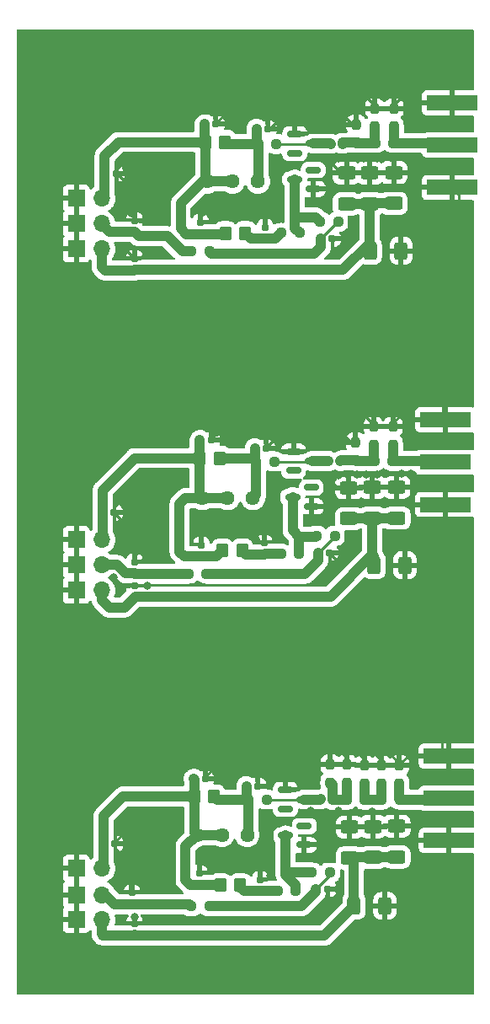
<source format=gbr>
%TF.GenerationSoftware,KiCad,Pcbnew,(6.0.11)*%
%TF.CreationDate,2023-07-19T09:13:22-05:00*%
%TF.ProjectId,SchottkyNoiseSource,5363686f-7474-46b7-994e-6f697365536f,rev?*%
%TF.SameCoordinates,Original*%
%TF.FileFunction,Copper,L1,Top*%
%TF.FilePolarity,Positive*%
%FSLAX46Y46*%
G04 Gerber Fmt 4.6, Leading zero omitted, Abs format (unit mm)*
G04 Created by KiCad (PCBNEW (6.0.11)) date 2023-07-19 09:13:22*
%MOMM*%
%LPD*%
G01*
G04 APERTURE LIST*
G04 Aperture macros list*
%AMRoundRect*
0 Rectangle with rounded corners*
0 $1 Rounding radius*
0 $2 $3 $4 $5 $6 $7 $8 $9 X,Y pos of 4 corners*
0 Add a 4 corners polygon primitive as box body*
4,1,4,$2,$3,$4,$5,$6,$7,$8,$9,$2,$3,0*
0 Add four circle primitives for the rounded corners*
1,1,$1+$1,$2,$3*
1,1,$1+$1,$4,$5*
1,1,$1+$1,$6,$7*
1,1,$1+$1,$8,$9*
0 Add four rect primitives between the rounded corners*
20,1,$1+$1,$2,$3,$4,$5,0*
20,1,$1+$1,$4,$5,$6,$7,0*
20,1,$1+$1,$6,$7,$8,$9,0*
20,1,$1+$1,$8,$9,$2,$3,0*%
G04 Aperture macros list end*
%TA.AperFunction,SMDPad,CuDef*%
%ADD10RoundRect,0.237500X-0.250000X-0.237500X0.250000X-0.237500X0.250000X0.237500X-0.250000X0.237500X0*%
%TD*%
%TA.AperFunction,SMDPad,CuDef*%
%ADD11RoundRect,0.155000X-0.212500X-0.155000X0.212500X-0.155000X0.212500X0.155000X-0.212500X0.155000X0*%
%TD*%
%TA.AperFunction,SMDPad,CuDef*%
%ADD12RoundRect,0.250000X0.350000X0.450000X-0.350000X0.450000X-0.350000X-0.450000X0.350000X-0.450000X0*%
%TD*%
%TA.AperFunction,SMDPad,CuDef*%
%ADD13RoundRect,0.250000X-0.400000X-0.625000X0.400000X-0.625000X0.400000X0.625000X-0.400000X0.625000X0*%
%TD*%
%TA.AperFunction,SMDPad,CuDef*%
%ADD14RoundRect,0.250000X0.625000X-0.400000X0.625000X0.400000X-0.625000X0.400000X-0.625000X-0.400000X0*%
%TD*%
%TA.AperFunction,ComponentPad*%
%ADD15C,1.440000*%
%TD*%
%TA.AperFunction,ComponentPad*%
%ADD16R,1.700000X1.700000*%
%TD*%
%TA.AperFunction,ComponentPad*%
%ADD17O,1.700000X1.700000*%
%TD*%
%TA.AperFunction,SMDPad,CuDef*%
%ADD18RoundRect,0.237500X0.237500X-0.250000X0.237500X0.250000X-0.237500X0.250000X-0.237500X-0.250000X0*%
%TD*%
%TA.AperFunction,SMDPad,CuDef*%
%ADD19RoundRect,0.155000X0.155000X-0.212500X0.155000X0.212500X-0.155000X0.212500X-0.155000X-0.212500X0*%
%TD*%
%TA.AperFunction,SMDPad,CuDef*%
%ADD20RoundRect,0.155000X0.212500X0.155000X-0.212500X0.155000X-0.212500X-0.155000X0.212500X-0.155000X0*%
%TD*%
%TA.AperFunction,SMDPad,CuDef*%
%ADD21RoundRect,0.150000X-0.587500X-0.150000X0.587500X-0.150000X0.587500X0.150000X-0.587500X0.150000X0*%
%TD*%
%TA.AperFunction,SMDPad,CuDef*%
%ADD22RoundRect,0.237500X0.250000X0.237500X-0.250000X0.237500X-0.250000X-0.237500X0.250000X-0.237500X0*%
%TD*%
%TA.AperFunction,SMDPad,CuDef*%
%ADD23RoundRect,0.155000X-0.155000X0.212500X-0.155000X-0.212500X0.155000X-0.212500X0.155000X0.212500X0*%
%TD*%
%TA.AperFunction,SMDPad,CuDef*%
%ADD24R,5.080000X1.500000*%
%TD*%
%TA.AperFunction,SMDPad,CuDef*%
%ADD25RoundRect,0.150000X0.587500X0.150000X-0.587500X0.150000X-0.587500X-0.150000X0.587500X-0.150000X0*%
%TD*%
%TA.AperFunction,ViaPad*%
%ADD26C,0.800000*%
%TD*%
%TA.AperFunction,Conductor*%
%ADD27C,0.250000*%
%TD*%
%TA.AperFunction,Conductor*%
%ADD28C,1.000000*%
%TD*%
G04 APERTURE END LIST*
D10*
%TO.P,R11,1*%
%TO.N,Net-(C6-Pad2)*%
X126477500Y-89890000D03*
%TO.P,R11,2*%
%TO.N,Net-(J4-Pad1)*%
X128302500Y-89890000D03*
%TD*%
D11*
%TO.P,C6,1*%
%TO.N,Net-(C6-Pad1)*%
X121942500Y-89890000D03*
%TO.P,C6,2*%
%TO.N,Net-(C6-Pad2)*%
X123077500Y-89890000D03*
%TD*%
D12*
%TO.P,R1,1*%
%TO.N,Net-(C2-Pad1)*%
X111480000Y-57840000D03*
%TO.P,R1,2*%
%TO.N,Net-(C1-Pad1)*%
X109480000Y-57840000D03*
%TD*%
D13*
%TO.P,R41,1*%
%TO.N,Net-(C26-Pad1)*%
X126450000Y-100350000D03*
%TO.P,R41,2*%
%TO.N,GND*%
X129550000Y-100350000D03*
%TD*%
D10*
%TO.P,R33,1*%
%TO.N,Net-(D6-Pad3)*%
X120187500Y-131220000D03*
%TO.P,R33,2*%
%TO.N,Net-(C21-Pad2)*%
X122012500Y-131220000D03*
%TD*%
D12*
%TO.P,R26,1*%
%TO.N,Net-(C17-Pad1)*%
X113200000Y-98900000D03*
%TO.P,R26,2*%
%TO.N,Net-(C11-Pad1)*%
X111200000Y-98900000D03*
%TD*%
D10*
%TO.P,R32,1*%
%TO.N,Net-(C23-Pad2)*%
X108053500Y-134620000D03*
%TO.P,R32,2*%
%TO.N,Net-(C21-Pad2)*%
X109878500Y-134620000D03*
%TD*%
D14*
%TO.P,R36,1*%
%TO.N,Net-(C25-Pad1)*%
X128425000Y-64000000D03*
%TO.P,R36,2*%
%TO.N,GND*%
X128425000Y-60900000D03*
%TD*%
D15*
%TO.P,RV1,1,1*%
%TO.N,Net-(C2-Pad1)*%
X114770000Y-61800000D03*
%TO.P,RV1,2,2*%
%TO.N,Net-(C1-Pad1)*%
X112230000Y-61800000D03*
%TO.P,RV1,3,3*%
X109690000Y-61800000D03*
%TD*%
D16*
%TO.P,J12,1,Pin_1*%
%TO.N,GND*%
X96520000Y-135950000D03*
D17*
%TO.P,J12,2,Pin_2*%
%TO.N,Net-(C27-Pad1)*%
X99060000Y-135950000D03*
%TD*%
D16*
%TO.P,J7,1,Pin_1*%
%TO.N,GND*%
X96520000Y-66040000D03*
D17*
%TO.P,J7,2,Pin_2*%
%TO.N,Net-(C22-Pad2)*%
X99060000Y-66040000D03*
%TD*%
D15*
%TO.P,RV2,1,1*%
%TO.N,Net-(C5-Pad1)*%
X114270000Y-93600000D03*
%TO.P,RV2,2,2*%
%TO.N,Net-(C11-Pad1)*%
X111730000Y-93600000D03*
%TO.P,RV2,3,3*%
X109190000Y-93600000D03*
%TD*%
D14*
%TO.P,R43,1*%
%TO.N,Net-(C27-Pad1)*%
X126339600Y-129718400D03*
%TO.P,R43,2*%
%TO.N,GND*%
X126339600Y-126618400D03*
%TD*%
D18*
%TO.P,R15,1*%
%TO.N,Net-(C9-Pad2)*%
X122042500Y-122192500D03*
%TO.P,R15,2*%
%TO.N,GND*%
X122042500Y-120367500D03*
%TD*%
D16*
%TO.P,J8,1,Pin_1*%
%TO.N,GND*%
X96520000Y-100330000D03*
D17*
%TO.P,J8,2,Pin_2*%
%TO.N,Net-(C24-Pad2)*%
X99060000Y-100330000D03*
%TD*%
D11*
%TO.P,C11,1*%
%TO.N,Net-(C11-Pad1)*%
X99152500Y-95080000D03*
%TO.P,C11,2*%
%TO.N,GND*%
X100287500Y-95080000D03*
%TD*%
D19*
%TO.P,C20,1*%
%TO.N,Net-(C20-Pad1)*%
X115000000Y-133067500D03*
%TO.P,C20,2*%
%TO.N,GND*%
X115000000Y-131932500D03*
%TD*%
%TO.P,C26,1*%
%TO.N,Net-(C26-Pad1)*%
X102362000Y-103567500D03*
%TO.P,C26,2*%
%TO.N,GND*%
X102362000Y-102432500D03*
%TD*%
D18*
%TO.P,R19,1*%
%TO.N,Net-(R17-Pad2)*%
X127162500Y-122302500D03*
%TO.P,R19,2*%
%TO.N,GND*%
X127162500Y-120477500D03*
%TD*%
D15*
%TO.P,RV3,1,1*%
%TO.N,Net-(C8-Pad1)*%
X113692500Y-127450000D03*
%TO.P,RV3,2,2*%
%TO.N,Net-(C12-Pad1)*%
X111152500Y-127450000D03*
%TO.P,RV3,3,3*%
X108612500Y-127450000D03*
%TD*%
D18*
%TO.P,R6,1*%
%TO.N,Net-(J1-Pad1)*%
X128440000Y-56302500D03*
%TO.P,R6,2*%
%TO.N,GND*%
X128440000Y-54477500D03*
%TD*%
D19*
%TO.P,C27,1*%
%TO.N,Net-(C27-Pad1)*%
X102362000Y-137473500D03*
%TO.P,C27,2*%
%TO.N,GND*%
X102362000Y-136338500D03*
%TD*%
D14*
%TO.P,R45,1*%
%TO.N,Net-(C27-Pad1)*%
X128727200Y-129667600D03*
%TO.P,R45,2*%
%TO.N,GND*%
X128727200Y-126567600D03*
%TD*%
D19*
%TO.P,C13,1*%
%TO.N,Net-(C1-Pad1)*%
X109000000Y-67067500D03*
%TO.P,C13,2*%
%TO.N,GND*%
X109000000Y-65932500D03*
%TD*%
D20*
%TO.P,C15,1*%
%TO.N,GND*%
X122233500Y-67564000D03*
%TO.P,C15,2*%
%TO.N,Net-(C15-Pad2)*%
X121098500Y-67564000D03*
%TD*%
D19*
%TO.P,C14,1*%
%TO.N,Net-(C14-Pad1)*%
X115500000Y-67567500D03*
%TO.P,C14,2*%
%TO.N,GND*%
X115500000Y-66432500D03*
%TD*%
D10*
%TO.P,R29,1*%
%TO.N,Net-(D5-Pad3)*%
X120675000Y-97400000D03*
%TO.P,R29,2*%
%TO.N,Net-(C18-Pad2)*%
X122500000Y-97400000D03*
%TD*%
D16*
%TO.P,J9,1,Pin_1*%
%TO.N,GND*%
X96520000Y-133451600D03*
D17*
%TO.P,J9,2,Pin_2*%
%TO.N,Net-(C23-Pad2)*%
X99060000Y-133451600D03*
%TD*%
D11*
%TO.P,C10,1*%
%TO.N,Net-(C1-Pad1)*%
X99365000Y-61000000D03*
%TO.P,C10,2*%
%TO.N,GND*%
X100500000Y-61000000D03*
%TD*%
D16*
%TO.P,J11,1,Pin_1*%
%TO.N,GND*%
X96520000Y-102870000D03*
D17*
%TO.P,J11,2,Pin_2*%
%TO.N,Net-(C26-Pad1)*%
X99060000Y-102870000D03*
%TD*%
D11*
%TO.P,C1,1*%
%TO.N,Net-(C1-Pad1)*%
X109412500Y-56050000D03*
%TO.P,C1,2*%
%TO.N,GND*%
X110547500Y-56050000D03*
%TD*%
D10*
%TO.P,R25,1*%
%TO.N,Net-(D4-Pad3)*%
X121007500Y-65849000D03*
%TO.P,R25,2*%
%TO.N,Net-(C15-Pad2)*%
X122832500Y-65849000D03*
%TD*%
D18*
%TO.P,R9,1*%
%TO.N,Net-(C6-Pad2)*%
X124590000Y-89825000D03*
%TO.P,R9,2*%
%TO.N,GND*%
X124590000Y-88000000D03*
%TD*%
D14*
%TO.P,R42,1*%
%TO.N,Net-(C27-Pad1)*%
X124002800Y-129769200D03*
%TO.P,R42,2*%
%TO.N,GND*%
X124002800Y-126669200D03*
%TD*%
D21*
%TO.P,D3,1,A*%
%TO.N,GND*%
X117545000Y-122930000D03*
%TO.P,D3,2,K*%
%TO.N,unconnected-(D3-Pad2)*%
X117545000Y-124830000D03*
%TO.P,D3,3,K*%
%TO.N,Net-(C9-Pad1)*%
X119420000Y-123880000D03*
%TD*%
D10*
%TO.P,R28,1*%
%TO.N,Net-(C24-Pad2)*%
X107787500Y-101200000D03*
%TO.P,R28,2*%
%TO.N,Net-(C18-Pad2)*%
X109612500Y-101200000D03*
%TD*%
D18*
%TO.P,R10,1*%
%TO.N,Net-(C6-Pad2)*%
X126390000Y-88262500D03*
%TO.P,R10,2*%
%TO.N,GND*%
X126390000Y-86437500D03*
%TD*%
D22*
%TO.P,R27,1*%
%TO.N,Net-(D5-Pad3)*%
X118912500Y-99200000D03*
%TO.P,R27,2*%
%TO.N,Net-(C17-Pad1)*%
X117087500Y-99200000D03*
%TD*%
D14*
%TO.P,R34,1*%
%TO.N,Net-(C25-Pad1)*%
X126025000Y-64050000D03*
%TO.P,R34,2*%
%TO.N,GND*%
X126025000Y-60950000D03*
%TD*%
D11*
%TO.P,C12,1*%
%TO.N,Net-(C12-Pad1)*%
X99222500Y-128340000D03*
%TO.P,C12,2*%
%TO.N,GND*%
X100357500Y-128340000D03*
%TD*%
%TO.P,C2,1*%
%TO.N,Net-(C2-Pad1)*%
X114645000Y-56520000D03*
%TO.P,C2,2*%
%TO.N,GND*%
X115780000Y-56520000D03*
%TD*%
D23*
%TO.P,C22,1*%
%TO.N,GND*%
X102362000Y-65726500D03*
%TO.P,C22,2*%
%TO.N,Net-(C22-Pad2)*%
X102362000Y-66861500D03*
%TD*%
D10*
%TO.P,R17,1*%
%TO.N,Net-(C9-Pad2)*%
X123690000Y-123910000D03*
%TO.P,R17,2*%
%TO.N,Net-(R17-Pad2)*%
X125515000Y-123910000D03*
%TD*%
D18*
%TO.P,R21,1*%
%TO.N,Net-(J6-Pad1)*%
X129002500Y-122282500D03*
%TO.P,R21,2*%
%TO.N,GND*%
X129002500Y-120457500D03*
%TD*%
D10*
%TO.P,R5,1*%
%TO.N,Net-(C3-Pad2)*%
X126577500Y-57930000D03*
%TO.P,R5,2*%
%TO.N,Net-(J1-Pad1)*%
X128402500Y-57930000D03*
%TD*%
D23*
%TO.P,C23,1*%
%TO.N,GND*%
X102108000Y-133272500D03*
%TO.P,C23,2*%
%TO.N,Net-(C23-Pad2)*%
X102108000Y-134407500D03*
%TD*%
D24*
%TO.P,J1,1,In*%
%TO.N,Net-(J1-Pad1)*%
X134290000Y-58160000D03*
%TO.P,J1,2,Ext*%
%TO.N,GND*%
X134290000Y-53910000D03*
X134290000Y-62410000D03*
%TD*%
D25*
%TO.P,D6,1,A*%
%TO.N,GND*%
X119437500Y-128450000D03*
%TO.P,D6,2,K*%
%TO.N,unconnected-(D6-Pad2)*%
X119437500Y-126550000D03*
%TO.P,D6,3,K*%
%TO.N,Net-(D6-Pad3)*%
X117562500Y-127500000D03*
%TD*%
D12*
%TO.P,R22,1*%
%TO.N,Net-(C14-Pad1)*%
X113500000Y-67000000D03*
%TO.P,R22,2*%
%TO.N,Net-(C1-Pad1)*%
X111500000Y-67000000D03*
%TD*%
D11*
%TO.P,C4,1*%
%TO.N,Net-(C11-Pad1)*%
X108932500Y-87780000D03*
%TO.P,C4,2*%
%TO.N,GND*%
X110067500Y-87780000D03*
%TD*%
D19*
%TO.P,C16,1*%
%TO.N,Net-(C11-Pad1)*%
X109100000Y-99467500D03*
%TO.P,C16,2*%
%TO.N,GND*%
X109100000Y-98332500D03*
%TD*%
D18*
%TO.P,R4,1*%
%TO.N,Net-(C3-Pad2)*%
X126520000Y-56282500D03*
%TO.P,R4,2*%
%TO.N,GND*%
X126520000Y-54457500D03*
%TD*%
D20*
%TO.P,C18,1*%
%TO.N,GND*%
X121967500Y-99100000D03*
%TO.P,C18,2*%
%TO.N,Net-(C18-Pad2)*%
X120832500Y-99100000D03*
%TD*%
D18*
%TO.P,R3,1*%
%TO.N,Net-(C3-Pad2)*%
X124650000Y-57922500D03*
%TO.P,R3,2*%
%TO.N,GND*%
X124650000Y-56097500D03*
%TD*%
%TO.P,R18,1*%
%TO.N,Net-(R17-Pad2)*%
X125472500Y-122292500D03*
%TO.P,R18,2*%
%TO.N,GND*%
X125472500Y-120467500D03*
%TD*%
%TO.P,R12,1*%
%TO.N,Net-(J4-Pad1)*%
X128360000Y-88262500D03*
%TO.P,R12,2*%
%TO.N,GND*%
X128360000Y-86437500D03*
%TD*%
D19*
%TO.P,C17,1*%
%TO.N,Net-(C17-Pad1)*%
X115400000Y-99267500D03*
%TO.P,C17,2*%
%TO.N,GND*%
X115400000Y-98132500D03*
%TD*%
D12*
%TO.P,R7,1*%
%TO.N,Net-(C5-Pad1)*%
X110910000Y-89590000D03*
%TO.P,R7,2*%
%TO.N,Net-(C11-Pad1)*%
X108910000Y-89590000D03*
%TD*%
D20*
%TO.P,C21,1*%
%TO.N,GND*%
X121757500Y-132870000D03*
%TO.P,C21,2*%
%TO.N,Net-(C21-Pad2)*%
X120622500Y-132870000D03*
%TD*%
D22*
%TO.P,R14,1*%
%TO.N,Net-(C9-Pad1)*%
X115675000Y-123900000D03*
%TO.P,R14,2*%
%TO.N,Net-(C8-Pad1)*%
X113850000Y-123900000D03*
%TD*%
D16*
%TO.P,J3,1,Pin_1*%
%TO.N,GND*%
X96520000Y-97790000D03*
D17*
%TO.P,J3,2,Pin_2*%
%TO.N,Net-(C11-Pad1)*%
X99060000Y-97790000D03*
%TD*%
D12*
%TO.P,R13,1*%
%TO.N,Net-(C8-Pad1)*%
X110352500Y-123570000D03*
%TO.P,R13,2*%
%TO.N,Net-(C12-Pad1)*%
X108352500Y-123570000D03*
%TD*%
D16*
%TO.P,J2,1,Pin_1*%
%TO.N,GND*%
X96520000Y-63500000D03*
D17*
%TO.P,J2,2,Pin_2*%
%TO.N,Net-(C1-Pad1)*%
X99060000Y-63500000D03*
%TD*%
D12*
%TO.P,R30,1*%
%TO.N,Net-(C20-Pad1)*%
X113000000Y-132500000D03*
%TO.P,R30,2*%
%TO.N,Net-(C12-Pad1)*%
X111000000Y-132500000D03*
%TD*%
D22*
%TO.P,R8,1*%
%TO.N,Net-(C6-Pad1)*%
X116402500Y-89940000D03*
%TO.P,R8,2*%
%TO.N,Net-(C5-Pad1)*%
X114577500Y-89940000D03*
%TD*%
D24*
%TO.P,J6,1,In*%
%TO.N,Net-(J6-Pad1)*%
X134000000Y-123750000D03*
%TO.P,J6,2,Ext*%
%TO.N,GND*%
X134000000Y-119500000D03*
X134000000Y-128000000D03*
%TD*%
D10*
%TO.P,R24,1*%
%TO.N,Net-(C22-Pad2)*%
X108087500Y-68834000D03*
%TO.P,R24,2*%
%TO.N,Net-(C15-Pad2)*%
X109912500Y-68834000D03*
%TD*%
D11*
%TO.P,C5,1*%
%TO.N,Net-(C5-Pad1)*%
X114475000Y-88590000D03*
%TO.P,C5,2*%
%TO.N,GND*%
X115610000Y-88590000D03*
%TD*%
D19*
%TO.P,C25,1*%
%TO.N,Net-(C25-Pad1)*%
X102362000Y-70671500D03*
%TO.P,C25,2*%
%TO.N,GND*%
X102362000Y-69536500D03*
%TD*%
D22*
%TO.P,R2,1*%
%TO.N,Net-(C3-Pad1)*%
X116642500Y-58040000D03*
%TO.P,R2,2*%
%TO.N,Net-(C2-Pad1)*%
X114817500Y-58040000D03*
%TD*%
D13*
%TO.P,R44,1*%
%TO.N,Net-(C27-Pad1)*%
X124434000Y-134569200D03*
%TO.P,R44,2*%
%TO.N,GND*%
X127534000Y-134569200D03*
%TD*%
D23*
%TO.P,C24,1*%
%TO.N,GND*%
X102362000Y-100016500D03*
%TO.P,C24,2*%
%TO.N,Net-(C24-Pad2)*%
X102362000Y-101151500D03*
%TD*%
D19*
%TO.P,C19,1*%
%TO.N,Net-(C12-Pad1)*%
X108860000Y-132451665D03*
%TO.P,C19,2*%
%TO.N,GND*%
X108860000Y-131316665D03*
%TD*%
D25*
%TO.P,D5,1,A*%
%TO.N,GND*%
X120137500Y-94450000D03*
%TO.P,D5,2,K*%
%TO.N,unconnected-(D5-Pad2)*%
X120137500Y-92550000D03*
%TO.P,D5,3,K*%
%TO.N,Net-(D5-Pad3)*%
X118262500Y-93500000D03*
%TD*%
D10*
%TO.P,R20,1*%
%TO.N,Net-(R17-Pad2)*%
X127190000Y-123890000D03*
%TO.P,R20,2*%
%TO.N,Net-(J6-Pad1)*%
X129015000Y-123890000D03*
%TD*%
D14*
%TO.P,R35,1*%
%TO.N,Net-(C25-Pad1)*%
X123675000Y-64050000D03*
%TO.P,R35,2*%
%TO.N,GND*%
X123675000Y-60950000D03*
%TD*%
%TO.P,R39,1*%
%TO.N,Net-(C26-Pad1)*%
X126275000Y-95625000D03*
%TO.P,R39,2*%
%TO.N,GND*%
X126275000Y-92525000D03*
%TD*%
D11*
%TO.P,C8,1*%
%TO.N,Net-(C8-Pad1)*%
X113615000Y-122530000D03*
%TO.P,C8,2*%
%TO.N,GND*%
X114750000Y-122530000D03*
%TD*%
D22*
%TO.P,R23,1*%
%TO.N,Net-(D4-Pad3)*%
X118962500Y-66970000D03*
%TO.P,R23,2*%
%TO.N,Net-(C14-Pad1)*%
X117137500Y-66970000D03*
%TD*%
D21*
%TO.P,D2,1,A*%
%TO.N,GND*%
X118352500Y-88940000D03*
%TO.P,D2,2,K*%
%TO.N,unconnected-(D2-Pad2)*%
X118352500Y-90840000D03*
%TO.P,D2,3,K*%
%TO.N,Net-(C6-Pad1)*%
X120227500Y-89890000D03*
%TD*%
D14*
%TO.P,R37,1*%
%TO.N,Net-(C26-Pad1)*%
X128725000Y-95625000D03*
%TO.P,R37,2*%
%TO.N,GND*%
X128725000Y-92525000D03*
%TD*%
D25*
%TO.P,D4,1,A*%
%TO.N,GND*%
X120347500Y-62560000D03*
%TO.P,D4,2,K*%
%TO.N,unconnected-(D4-Pad2)*%
X120347500Y-60660000D03*
%TO.P,D4,3,K*%
%TO.N,Net-(D4-Pad3)*%
X118472500Y-61610000D03*
%TD*%
D11*
%TO.P,C3,1*%
%TO.N,Net-(C3-Pad1)*%
X122072500Y-58010000D03*
%TO.P,C3,2*%
%TO.N,Net-(C3-Pad2)*%
X123207500Y-58010000D03*
%TD*%
D22*
%TO.P,R31,1*%
%TO.N,Net-(D6-Pad3)*%
X118572500Y-133060000D03*
%TO.P,R31,2*%
%TO.N,Net-(C20-Pad1)*%
X116747500Y-133060000D03*
%TD*%
D24*
%TO.P,J4,1,In*%
%TO.N,Net-(J4-Pad1)*%
X133637500Y-90000000D03*
%TO.P,J4,2,Ext*%
%TO.N,GND*%
X133637500Y-85750000D03*
X133637500Y-94250000D03*
%TD*%
D13*
%TO.P,R40,1*%
%TO.N,Net-(C25-Pad1)*%
X126075000Y-68775000D03*
%TO.P,R40,2*%
%TO.N,GND*%
X129175000Y-68775000D03*
%TD*%
D11*
%TO.P,C9,1*%
%TO.N,Net-(C9-Pad1)*%
X121055000Y-123870000D03*
%TO.P,C9,2*%
%TO.N,Net-(C9-Pad2)*%
X122190000Y-123870000D03*
%TD*%
D21*
%TO.P,D1,1,A*%
%TO.N,GND*%
X118482500Y-57050000D03*
%TO.P,D1,2,K*%
%TO.N,unconnected-(D1-Pad2)*%
X118482500Y-58950000D03*
%TO.P,D1,3,K*%
%TO.N,Net-(C3-Pad1)*%
X120357500Y-58000000D03*
%TD*%
D11*
%TO.P,C7,1*%
%TO.N,Net-(C12-Pad1)*%
X108315000Y-121820000D03*
%TO.P,C7,2*%
%TO.N,GND*%
X109450000Y-121820000D03*
%TD*%
D18*
%TO.P,R16,1*%
%TO.N,Net-(C9-Pad2)*%
X123752500Y-122222500D03*
%TO.P,R16,2*%
%TO.N,GND*%
X123752500Y-120397500D03*
%TD*%
D14*
%TO.P,R38,1*%
%TO.N,Net-(C26-Pad1)*%
X123925000Y-95675000D03*
%TO.P,R38,2*%
%TO.N,GND*%
X123925000Y-92575000D03*
%TD*%
D16*
%TO.P,J10,1,Pin_1*%
%TO.N,GND*%
X96520000Y-68580000D03*
D17*
%TO.P,J10,2,Pin_2*%
%TO.N,Net-(C25-Pad1)*%
X99060000Y-68580000D03*
%TD*%
D16*
%TO.P,J5,1,Pin_1*%
%TO.N,GND*%
X96520000Y-130810000D03*
D17*
%TO.P,J5,2,Pin_2*%
%TO.N,Net-(C12-Pad1)*%
X99060000Y-130810000D03*
%TD*%
D26*
%TO.N,GND*%
X123350000Y-55150000D03*
X110500000Y-141500000D03*
X126760000Y-91230000D03*
X109200000Y-64900000D03*
X133637500Y-85750000D03*
X103782500Y-117500000D03*
X133500000Y-114000000D03*
X133637500Y-94250000D03*
X103782500Y-128960000D03*
X104500000Y-99500000D03*
X104782500Y-125960000D03*
X92000000Y-136000000D03*
X130000000Y-49000000D03*
X92000000Y-64000000D03*
X102500000Y-99000000D03*
X117760000Y-87540000D03*
X112000000Y-107000000D03*
X118500000Y-114000000D03*
X101854000Y-131826000D03*
X123500000Y-74000000D03*
X132500000Y-138000000D03*
X106000000Y-114000000D03*
X111000000Y-81000000D03*
X92000000Y-114000000D03*
X115332500Y-121160000D03*
X123810000Y-91240000D03*
X111000000Y-49000000D03*
X101600000Y-68326000D03*
X122860000Y-125060000D03*
X106000000Y-51000000D03*
X127932500Y-119210000D03*
X125210000Y-85040000D03*
X116660000Y-87440000D03*
X135000000Y-67000000D03*
X108000000Y-73500000D03*
X101450000Y-129800000D03*
X116500000Y-141000000D03*
X129700000Y-52800000D03*
X110382500Y-120660000D03*
X125410000Y-59490000D03*
X129810000Y-84590000D03*
X111500000Y-114000000D03*
X122990000Y-100160000D03*
X93532500Y-141000000D03*
X92000000Y-58000000D03*
X113000000Y-81000000D03*
X91500000Y-130500000D03*
X130670000Y-59470000D03*
X103632000Y-102400500D03*
X129690000Y-59430000D03*
X124760000Y-91210000D03*
X126760000Y-59460000D03*
X129200000Y-91160000D03*
X130180000Y-91180000D03*
X105000000Y-55000000D03*
X116000000Y-74000000D03*
X134000000Y-128000000D03*
X128500000Y-141500000D03*
X108500000Y-114000000D03*
X108000000Y-107000000D03*
X130282500Y-119110000D03*
X101510000Y-95080000D03*
X92000000Y-133000000D03*
X97000000Y-114000000D03*
X130000000Y-114000000D03*
X101500000Y-141000000D03*
X100000000Y-49000000D03*
X92000000Y-117500000D03*
X123510000Y-68080000D03*
X130420000Y-125330000D03*
X105000000Y-62992000D03*
X122982500Y-118910000D03*
X92000000Y-55620000D03*
X92410000Y-82590000D03*
X104500000Y-107000000D03*
X133000000Y-136000000D03*
X115000000Y-81000000D03*
X117000000Y-81000000D03*
X105000000Y-53000000D03*
X134000000Y-49000000D03*
X91770000Y-92750000D03*
X130000000Y-74000000D03*
X125660000Y-91240000D03*
X104500000Y-105125000D03*
X102000000Y-65000000D03*
X124500000Y-141000000D03*
X124000000Y-107000000D03*
X103632000Y-99314000D03*
X107500000Y-141000000D03*
X127500000Y-114000000D03*
X92000000Y-74000000D03*
X120682500Y-120360000D03*
X134000000Y-119500000D03*
X132500000Y-101000000D03*
X102160000Y-80000000D03*
X114600000Y-97800000D03*
X123000000Y-114000000D03*
X126500000Y-74000000D03*
X121650000Y-91440000D03*
X124310000Y-59430000D03*
X105000000Y-69244000D03*
X91660000Y-98340000D03*
X104500000Y-96590000D03*
X97000000Y-49000000D03*
X115800000Y-64000000D03*
X101940000Y-92860000D03*
X110710000Y-86990000D03*
X125200000Y-52850000D03*
X105000000Y-61566000D03*
X133410000Y-82090000D03*
X125000000Y-49000000D03*
X135000000Y-64000000D03*
X92000000Y-68000000D03*
X134000000Y-81000000D03*
X133500000Y-134000000D03*
X112000000Y-73500000D03*
X126282500Y-119060000D03*
X133282500Y-116710000D03*
X115970000Y-131530000D03*
X101540000Y-96970000D03*
X105000000Y-80000000D03*
X92000000Y-103000000D03*
X117900000Y-55450000D03*
X101000000Y-114000000D03*
X122670000Y-49000000D03*
X125000000Y-114000000D03*
X130500000Y-81000000D03*
X120000000Y-107000000D03*
X101580000Y-59490000D03*
X101480000Y-61880000D03*
X124000000Y-81000000D03*
X91782500Y-122710000D03*
X104500000Y-73500000D03*
X135000000Y-66000000D03*
X128000000Y-81000000D03*
X119000000Y-74000000D03*
X132660000Y-97840000D03*
X117050000Y-55400000D03*
X122810000Y-132930000D03*
X101000000Y-74000000D03*
X118380000Y-49000000D03*
X116000000Y-114000000D03*
X92000000Y-107000000D03*
X106000000Y-49000000D03*
X103782500Y-130960000D03*
X108000000Y-81000000D03*
X104000000Y-136000000D03*
X91910000Y-87590000D03*
X103632000Y-68834000D03*
X105000000Y-60000000D03*
X101750000Y-126760000D03*
X98000000Y-74500000D03*
X104410000Y-92590000D03*
X121630000Y-59440000D03*
X99660000Y-80000000D03*
X91670000Y-95090000D03*
X93000000Y-80000000D03*
X134290000Y-62410000D03*
X104500000Y-141000000D03*
X101560000Y-60520000D03*
X104410000Y-82590000D03*
X104410000Y-84590000D03*
X103000000Y-49000000D03*
X103632000Y-65278000D03*
X119000000Y-81000000D03*
X97000000Y-107000000D03*
X126000000Y-81000000D03*
X109030000Y-130170000D03*
X114000000Y-114000000D03*
X108000000Y-49000000D03*
X121000000Y-114000000D03*
X116932500Y-121360000D03*
X103410000Y-87590000D03*
X97000000Y-80000000D03*
X128160000Y-59440000D03*
X133532500Y-131210000D03*
X103378000Y-132842000D03*
X124582500Y-118960000D03*
X104000000Y-91500000D03*
X98500000Y-141000000D03*
X102362000Y-135719500D03*
X104000000Y-114500000D03*
X122900000Y-59460000D03*
X127000000Y-107000000D03*
X127000000Y-49000000D03*
X101680000Y-128340000D03*
X109100000Y-96800000D03*
X92000000Y-100500000D03*
X120000000Y-49000000D03*
X126280000Y-125080000D03*
X127730000Y-91130000D03*
X122000000Y-81000000D03*
X132000000Y-72000000D03*
X92500000Y-139500000D03*
X104500000Y-94590000D03*
X91282500Y-127960000D03*
X113500000Y-141500000D03*
X114000000Y-49000000D03*
X105000000Y-64516000D03*
X116000000Y-107000000D03*
X131000000Y-107000000D03*
X120080000Y-125020000D03*
X134290000Y-53910000D03*
X123310000Y-87190000D03*
X132500000Y-103500000D03*
X119000000Y-141000000D03*
X91532500Y-124960000D03*
X135000000Y-70000000D03*
X103782500Y-120960000D03*
X104500000Y-139000000D03*
X131500000Y-140000000D03*
X122850000Y-91320000D03*
X111400000Y-55100000D03*
X104500000Y-98110000D03*
X122000000Y-141000000D03*
X92000000Y-70000000D03*
X92000000Y-51000000D03*
X100000000Y-107000000D03*
X121500000Y-74000000D03*
X100260000Y-101550000D03*
X117000000Y-49000000D03*
%TD*%
D27*
%TO.N,GND*%
X121729200Y-126669200D02*
X120080000Y-125020000D01*
X130640000Y-59440000D02*
X121630000Y-59440000D01*
X118352500Y-88940000D02*
X118352500Y-88132500D01*
X113500000Y-141500000D02*
X110500000Y-141500000D01*
X128360000Y-86437500D02*
X128360000Y-86040000D01*
X117000000Y-81000000D02*
X115000000Y-81000000D01*
X103632000Y-102400500D02*
X103600000Y-102432500D01*
X122233500Y-67564000D02*
X122994000Y-67564000D01*
X109100000Y-98332500D02*
X109100000Y-96800000D01*
X92000000Y-114000000D02*
X92000000Y-117500000D01*
X127000000Y-107000000D02*
X124000000Y-107000000D01*
X129200000Y-91160000D02*
X130160000Y-91160000D01*
X113000000Y-81000000D02*
X111000000Y-81000000D01*
X118482500Y-57050000D02*
X118482500Y-56032500D01*
X120690000Y-120367500D02*
X120682500Y-120360000D01*
X130670000Y-59470000D02*
X130640000Y-59440000D01*
X133410000Y-85522500D02*
X133637500Y-85750000D01*
X123752500Y-120397500D02*
X123752500Y-119680000D01*
X102108000Y-133272500D02*
X102947500Y-133272500D01*
X133000000Y-134500000D02*
X133500000Y-134000000D01*
X121000000Y-114000000D02*
X123000000Y-114000000D01*
X100287500Y-94512500D02*
X101940000Y-92860000D01*
X95000000Y-49000000D02*
X93000000Y-51000000D01*
X122042500Y-120367500D02*
X120690000Y-120367500D01*
X123730000Y-91320000D02*
X123810000Y-91240000D01*
X130000000Y-114000000D02*
X133500000Y-114000000D01*
X122900000Y-59460000D02*
X124280000Y-59460000D01*
X92410000Y-82590000D02*
X92410000Y-87090000D01*
X108860000Y-131316665D02*
X108860000Y-130340000D01*
X114932500Y-98132500D02*
X114600000Y-97800000D01*
X100500000Y-74500000D02*
X101000000Y-74000000D01*
X100357500Y-128152500D02*
X101750000Y-126760000D01*
X100500000Y-60570000D02*
X101580000Y-59490000D01*
X100287500Y-95080000D02*
X100287500Y-94512500D01*
X104500000Y-107000000D02*
X100000000Y-107000000D01*
X91782500Y-122710000D02*
X91782500Y-124710000D01*
X130000000Y-74000000D02*
X132000000Y-72000000D01*
X103500000Y-114000000D02*
X104000000Y-114500000D01*
X93000000Y-51000000D02*
X92000000Y-51000000D01*
X92500000Y-63500000D02*
X96520000Y-63500000D01*
X101854000Y-131826000D02*
X101854000Y-133018500D01*
X124002800Y-126669200D02*
X121729200Y-126669200D01*
X100357500Y-128340000D02*
X101680000Y-128340000D01*
X91910000Y-87590000D02*
X91910000Y-91170000D01*
X109450000Y-121820000D02*
X109450000Y-121592500D01*
X100500000Y-61000000D02*
X101080000Y-61000000D01*
X92500000Y-139500000D02*
X92000000Y-139000000D01*
X126760000Y-91230000D02*
X127630000Y-91230000D01*
X97000000Y-107000000D02*
X92000000Y-107000000D01*
X118482500Y-56032500D02*
X117900000Y-55450000D01*
X122850000Y-91320000D02*
X123730000Y-91320000D01*
X127162500Y-120477500D02*
X127162500Y-119940000D01*
X118500000Y-114000000D02*
X116000000Y-114000000D01*
X109000000Y-65932500D02*
X109000000Y-65100000D01*
X115400000Y-98132500D02*
X114932500Y-98132500D01*
X120000000Y-107000000D02*
X116000000Y-107000000D01*
X101080000Y-61000000D02*
X101560000Y-60520000D01*
X122750000Y-132870000D02*
X122810000Y-132930000D01*
X91660000Y-100160000D02*
X92000000Y-100500000D01*
X92000000Y-133000000D02*
X91500000Y-132500000D01*
X102362000Y-65726500D02*
X102362000Y-65362000D01*
X127162500Y-119940000D02*
X126282500Y-119060000D01*
X135000000Y-70000000D02*
X135000000Y-67000000D01*
X100600000Y-61000000D02*
X101480000Y-61880000D01*
X104782500Y-125960000D02*
X104782500Y-127960000D01*
X115610000Y-88490000D02*
X116660000Y-87440000D01*
X124590000Y-88000000D02*
X124120000Y-88000000D01*
X113000000Y-74500000D02*
X112000000Y-73500000D01*
X135000000Y-64000000D02*
X135000000Y-63120000D01*
X104500000Y-139000000D02*
X104500000Y-141000000D01*
X100260000Y-101550000D02*
X101142500Y-102432500D01*
X101142500Y-102432500D02*
X102362000Y-102432500D01*
X122785000Y-92575000D02*
X121650000Y-91440000D01*
X131500000Y-139000000D02*
X132500000Y-138000000D01*
X91782500Y-124710000D02*
X91532500Y-124960000D01*
X109000000Y-65100000D02*
X109200000Y-64900000D01*
X127630000Y-91230000D02*
X127730000Y-91130000D01*
X126000000Y-81000000D02*
X124000000Y-81000000D01*
X102160000Y-80000000D02*
X99660000Y-80000000D01*
X105000000Y-80000000D02*
X104410000Y-80590000D01*
X102929500Y-100016500D02*
X103632000Y-99314000D01*
X110067500Y-87780000D02*
X110067500Y-87632500D01*
X131500000Y-140000000D02*
X131500000Y-139000000D01*
X125000000Y-114000000D02*
X127500000Y-114000000D01*
X129002500Y-120390000D02*
X130282500Y-119110000D01*
X102362000Y-135719500D02*
X102362000Y-136338500D01*
X106000000Y-114000000D02*
X108500000Y-114000000D01*
X124297500Y-56097500D02*
X123350000Y-55150000D01*
X101540000Y-96332500D02*
X100287500Y-95080000D01*
X133282500Y-118782500D02*
X134000000Y-119500000D01*
X125472500Y-120467500D02*
X125472500Y-119850000D01*
X121757500Y-132870000D02*
X122750000Y-132870000D01*
X105000000Y-61566000D02*
X105000000Y-60000000D01*
X132500000Y-105500000D02*
X132500000Y-103500000D01*
X104410000Y-80590000D02*
X104410000Y-82590000D01*
X108860000Y-130340000D02*
X109030000Y-130170000D01*
X97000000Y-80000000D02*
X93000000Y-80000000D01*
X91500000Y-130500000D02*
X91810000Y-130810000D01*
X130500000Y-81000000D02*
X128000000Y-81000000D01*
X101510000Y-95080000D02*
X100287500Y-95080000D01*
X92000000Y-107000000D02*
X92000000Y-103000000D01*
X116000000Y-74000000D02*
X115500000Y-74500000D01*
X92210000Y-97790000D02*
X96520000Y-97790000D01*
X101000000Y-114000000D02*
X97000000Y-114000000D01*
X110547500Y-56050000D02*
X110547500Y-55952500D01*
X133410000Y-82090000D02*
X133410000Y-85522500D01*
X101500000Y-141000000D02*
X98500000Y-141000000D01*
X135000000Y-63120000D02*
X134290000Y-62410000D01*
X100357500Y-128707500D02*
X101450000Y-129800000D01*
X126390000Y-86437500D02*
X126390000Y-86220000D01*
X130160000Y-91160000D02*
X130180000Y-91180000D01*
X100357500Y-128340000D02*
X100357500Y-128152500D01*
X103183500Y-65726500D02*
X103632000Y-65278000D01*
X102362000Y-69536500D02*
X102929500Y-69536500D01*
X124500000Y-141000000D02*
X122000000Y-141000000D01*
X133282500Y-116710000D02*
X133282500Y-118782500D01*
X117545000Y-122930000D02*
X117545000Y-121972500D01*
X104500000Y-105125000D02*
X104500000Y-107000000D01*
X100500000Y-61000000D02*
X100600000Y-61000000D01*
X107000000Y-80000000D02*
X108000000Y-81000000D01*
X130000000Y-49000000D02*
X134000000Y-49000000D01*
X112000000Y-107000000D02*
X108000000Y-107000000D01*
X115800000Y-64000000D02*
X115500000Y-64300000D01*
X133000000Y-136000000D02*
X133000000Y-134500000D01*
X119000000Y-74000000D02*
X121500000Y-74000000D01*
X103000000Y-49000000D02*
X100000000Y-49000000D01*
X129002500Y-120280000D02*
X127932500Y-119210000D01*
X121967500Y-99100000D02*
X121967500Y-99137500D01*
X126280000Y-125080000D02*
X130170000Y-125080000D01*
X115567500Y-131932500D02*
X115970000Y-131530000D01*
X123925000Y-92575000D02*
X122785000Y-92575000D01*
X114750000Y-121742500D02*
X114750000Y-122530000D01*
X101600000Y-68326000D02*
X101600000Y-68774500D01*
X100357500Y-128340000D02*
X100357500Y-128707500D01*
X132500000Y-101000000D02*
X132500000Y-98000000D01*
X103410000Y-85590000D02*
X104410000Y-84590000D01*
X91770000Y-87730000D02*
X91910000Y-87590000D01*
X91810000Y-130810000D02*
X96520000Y-130810000D01*
X102929500Y-69536500D02*
X103632000Y-68834000D01*
X110067500Y-87632500D02*
X110710000Y-86990000D01*
X108000000Y-49000000D02*
X106000000Y-49000000D01*
X134000000Y-81000000D02*
X134000000Y-81500000D01*
X125630000Y-91210000D02*
X125660000Y-91240000D01*
X91770000Y-92750000D02*
X91770000Y-87730000D01*
X103410000Y-87590000D02*
X103410000Y-85590000D01*
X115500000Y-74500000D02*
X113000000Y-74500000D01*
X115500000Y-64300000D02*
X115500000Y-66432500D01*
X102947500Y-133272500D02*
X103378000Y-132842000D01*
X124650000Y-56097500D02*
X124297500Y-56097500D01*
X123675000Y-60950000D02*
X123140000Y-60950000D01*
X125472500Y-119850000D02*
X124582500Y-118960000D01*
X115332500Y-121160000D02*
X114750000Y-121742500D01*
X115780000Y-56520000D02*
X115930000Y-56520000D01*
X110547500Y-55952500D02*
X111400000Y-55100000D01*
X129002500Y-120457500D02*
X129002500Y-120280000D01*
X97000000Y-49000000D02*
X95000000Y-49000000D01*
X128360000Y-86040000D02*
X129810000Y-84590000D01*
X91532500Y-127710000D02*
X91282500Y-127960000D01*
X104410000Y-92590000D02*
X104000000Y-92180000D01*
X114000000Y-49000000D02*
X111000000Y-49000000D01*
X119000000Y-141000000D02*
X116500000Y-141000000D01*
X102362000Y-65726500D02*
X103183500Y-65726500D01*
X124120000Y-88000000D02*
X123310000Y-87190000D01*
X102362000Y-100016500D02*
X102929500Y-100016500D01*
X128160000Y-59440000D02*
X129680000Y-59440000D01*
X122000000Y-81000000D02*
X119000000Y-81000000D01*
X102362000Y-100016500D02*
X102362000Y-99138000D01*
X92410000Y-87090000D02*
X91910000Y-87590000D01*
X92000000Y-64000000D02*
X92500000Y-63500000D01*
X100500000Y-61000000D02*
X100500000Y-60570000D01*
X91660000Y-98340000D02*
X91660000Y-100160000D01*
X130170000Y-125080000D02*
X130420000Y-125330000D01*
X104000000Y-92180000D02*
X104000000Y-91500000D01*
X115000000Y-131932500D02*
X115567500Y-131932500D01*
X125410000Y-59490000D02*
X126730000Y-59490000D01*
X126520000Y-54457500D02*
X126520000Y-54170000D01*
X128440000Y-54060000D02*
X129700000Y-52800000D01*
X91660000Y-95100000D02*
X91670000Y-95090000D01*
X91660000Y-98340000D02*
X91660000Y-95100000D01*
X122860000Y-125060000D02*
X126260000Y-125060000D01*
X128440000Y-54477500D02*
X128440000Y-54060000D01*
X129680000Y-59440000D02*
X129690000Y-59430000D01*
X115930000Y-56520000D02*
X117050000Y-55400000D01*
X103782500Y-117500000D02*
X103782500Y-120960000D01*
X105000000Y-55000000D02*
X105000000Y-53000000D01*
X122994000Y-67564000D02*
X123510000Y-68080000D01*
X92000000Y-139000000D02*
X92000000Y-136000000D01*
X120000000Y-49000000D02*
X122670000Y-49000000D01*
X126260000Y-125060000D02*
X126280000Y-125080000D01*
X92000000Y-74000000D02*
X92000000Y-70000000D01*
X106000000Y-51000000D02*
X106000000Y-49000000D01*
X91500000Y-132500000D02*
X91500000Y-130500000D01*
X91660000Y-98340000D02*
X92210000Y-97790000D01*
X101000000Y-114000000D02*
X103500000Y-114000000D01*
X125000000Y-49000000D02*
X127000000Y-49000000D01*
X131000000Y-107000000D02*
X132500000Y-105500000D01*
X107500000Y-141000000D02*
X104500000Y-141000000D01*
X126730000Y-59490000D02*
X126760000Y-59460000D01*
X102362000Y-99138000D02*
X102500000Y-99000000D01*
X115610000Y-88590000D02*
X115610000Y-88490000D01*
X109450000Y-121592500D02*
X110382500Y-120660000D01*
X103600000Y-102432500D02*
X102362000Y-102432500D01*
X104500000Y-98110000D02*
X104500000Y-99500000D01*
X105000000Y-80000000D02*
X107000000Y-80000000D01*
X134000000Y-81500000D02*
X133410000Y-82090000D01*
X126390000Y-86220000D02*
X125210000Y-85040000D01*
X104500000Y-73500000D02*
X108000000Y-73500000D01*
X104500000Y-94590000D02*
X104500000Y-96590000D01*
X92000000Y-64000000D02*
X92000000Y-68000000D01*
X101540000Y-96970000D02*
X101540000Y-96332500D01*
X114000000Y-114000000D02*
X111500000Y-114000000D01*
X104782500Y-127960000D02*
X103782500Y-128960000D01*
X126520000Y-54170000D02*
X125200000Y-52850000D01*
X117000000Y-49000000D02*
X118380000Y-49000000D01*
X101854000Y-133018500D02*
X102108000Y-133272500D01*
X102362000Y-65362000D02*
X102000000Y-65000000D01*
X92000000Y-64000000D02*
X92000000Y-58000000D01*
X117545000Y-121972500D02*
X116932500Y-121360000D01*
X98000000Y-74500000D02*
X100500000Y-74500000D01*
X124280000Y-59460000D02*
X124310000Y-59430000D01*
X91532500Y-124960000D02*
X91532500Y-127710000D01*
X101600000Y-68774500D02*
X102362000Y-69536500D01*
X123140000Y-60950000D02*
X121630000Y-59440000D01*
X121967500Y-99137500D02*
X122990000Y-100160000D01*
X118352500Y-88132500D02*
X117760000Y-87540000D01*
X123752500Y-119680000D02*
X122982500Y-118910000D01*
X92000000Y-55620000D02*
X92000000Y-58000000D01*
X132500000Y-98000000D02*
X132660000Y-97840000D01*
X129002500Y-120457500D02*
X129002500Y-120390000D01*
X126500000Y-74000000D02*
X123500000Y-74000000D01*
X124760000Y-91210000D02*
X125630000Y-91210000D01*
D28*
%TO.N,Net-(C2-Pad1)*%
X114817500Y-61752500D02*
X114770000Y-61800000D01*
X114645000Y-57867500D02*
X114817500Y-58040000D01*
X114817500Y-58040000D02*
X114817500Y-61752500D01*
X114645000Y-56520000D02*
X114645000Y-57867500D01*
X114817500Y-58040000D02*
X111680000Y-58040000D01*
X111680000Y-58040000D02*
X111480000Y-57840000D01*
D27*
%TO.N,Net-(C3-Pad1)*%
X116642500Y-58040000D02*
X120317500Y-58040000D01*
D28*
X122062500Y-58000000D02*
X122072500Y-58010000D01*
X120357500Y-58000000D02*
X122062500Y-58000000D01*
D27*
X120317500Y-58040000D02*
X120357500Y-58000000D01*
D28*
%TO.N,Net-(C3-Pad2)*%
X124650000Y-57922500D02*
X123295000Y-57922500D01*
X124657500Y-57930000D02*
X124650000Y-57922500D01*
X126520000Y-56282500D02*
X126520000Y-57872500D01*
X123272500Y-57945000D02*
X123272500Y-58010000D01*
X126520000Y-57872500D02*
X126577500Y-57930000D01*
X126577500Y-57930000D02*
X124657500Y-57930000D01*
X123295000Y-57922500D02*
X123272500Y-57945000D01*
%TO.N,Net-(J1-Pad1)*%
X128440000Y-56302500D02*
X128440000Y-57892500D01*
X128402500Y-57930000D02*
X134060000Y-57930000D01*
X128440000Y-57892500D02*
X128402500Y-57930000D01*
X134060000Y-57930000D02*
X134290000Y-58160000D01*
%TO.N,Net-(C5-Pad1)*%
X114577500Y-89940000D02*
X114577500Y-93292500D01*
X110910000Y-89590000D02*
X114227500Y-89590000D01*
X114227500Y-89590000D02*
X114577500Y-89940000D01*
X114475000Y-89837500D02*
X114577500Y-89940000D01*
X114577500Y-93292500D02*
X114270000Y-93600000D01*
X114475000Y-88590000D02*
X114475000Y-89837500D01*
%TO.N,Net-(C6-Pad1)*%
X120227500Y-89890000D02*
X121877500Y-89890000D01*
D27*
X120177500Y-89940000D02*
X120227500Y-89890000D01*
X116402500Y-89940000D02*
X120177500Y-89940000D01*
D28*
%TO.N,Net-(C6-Pad2)*%
X126477500Y-89890000D02*
X124655000Y-89890000D01*
X124655000Y-89890000D02*
X124590000Y-89825000D01*
X123142500Y-89825000D02*
X123077500Y-89890000D01*
X126390000Y-89802500D02*
X126477500Y-89890000D01*
X126390000Y-88262500D02*
X126390000Y-89802500D01*
X124590000Y-89825000D02*
X123142500Y-89825000D01*
%TO.N,Net-(J4-Pad1)*%
X128360000Y-88262500D02*
X128360000Y-89832500D01*
X133527500Y-89890000D02*
X133637500Y-90000000D01*
X128360000Y-89832500D02*
X128302500Y-89890000D01*
X128302500Y-89890000D02*
X133527500Y-89890000D01*
%TO.N,Net-(C8-Pad1)*%
X113850000Y-123900000D02*
X113850000Y-127292500D01*
X110682500Y-123900000D02*
X110352500Y-123570000D01*
X113615000Y-122530000D02*
X113615000Y-123665000D01*
X113850000Y-123900000D02*
X110682500Y-123900000D01*
X113850000Y-127292500D02*
X113692500Y-127450000D01*
X113615000Y-123665000D02*
X113850000Y-123900000D01*
D27*
%TO.N,Net-(C9-Pad1)*%
X119400000Y-123900000D02*
X119420000Y-123880000D01*
X115675000Y-123900000D02*
X119400000Y-123900000D01*
D28*
X119420000Y-123880000D02*
X121045000Y-123880000D01*
X121045000Y-123880000D02*
X121055000Y-123870000D01*
%TO.N,Net-(C9-Pad2)*%
X123752500Y-123847500D02*
X123690000Y-123910000D01*
X123690000Y-123910000D02*
X122255000Y-123910000D01*
X123752500Y-122222500D02*
X123752500Y-123847500D01*
X122255000Y-122405000D02*
X122042500Y-122192500D01*
X122255000Y-123910000D02*
X122255000Y-122405000D01*
%TO.N,Net-(J6-Pad1)*%
X129002500Y-123877500D02*
X129015000Y-123890000D01*
X129002500Y-122282500D02*
X129002500Y-123877500D01*
X133860000Y-123890000D02*
X134000000Y-123750000D01*
X129015000Y-123890000D02*
X133860000Y-123890000D01*
%TO.N,Net-(R17-Pad2)*%
X127162500Y-122302500D02*
X127162500Y-123862500D01*
X125515000Y-123910000D02*
X127170000Y-123910000D01*
X127170000Y-123910000D02*
X127190000Y-123890000D01*
X125472500Y-122292500D02*
X125472500Y-123867500D01*
X125472500Y-123867500D02*
X125515000Y-123910000D01*
X127162500Y-123862500D02*
X127190000Y-123890000D01*
%TO.N,Net-(C1-Pad1)*%
X109480000Y-57840000D02*
X100760000Y-57840000D01*
X109690000Y-61800000D02*
X109200000Y-61800000D01*
X109690000Y-61800000D02*
X112230000Y-61800000D01*
X107000000Y-64000000D02*
X107000000Y-66500000D01*
X99365000Y-63195000D02*
X99060000Y-63500000D01*
X109480000Y-57840000D02*
X109480000Y-61590000D01*
X109000000Y-67067500D02*
X111432500Y-67067500D01*
X111432500Y-67067500D02*
X111500000Y-67000000D01*
X100760000Y-57840000D02*
X99365000Y-59235000D01*
X107567500Y-67067500D02*
X109000000Y-67067500D01*
X107000000Y-66500000D02*
X107567500Y-67067500D01*
X109480000Y-61590000D02*
X109690000Y-61800000D01*
X109412500Y-56050000D02*
X109412500Y-57772500D01*
X109200000Y-61800000D02*
X107000000Y-64000000D01*
X99365000Y-59235000D02*
X99365000Y-61000000D01*
X99365000Y-61000000D02*
X99365000Y-63195000D01*
X109412500Y-57772500D02*
X109480000Y-57840000D01*
%TO.N,Net-(C11-Pad1)*%
X110632500Y-99467500D02*
X111200000Y-98900000D01*
X109190000Y-93600000D02*
X111730000Y-93600000D01*
X108910000Y-89590000D02*
X102380000Y-89590000D01*
X106900000Y-99000000D02*
X107367500Y-99467500D01*
X108910000Y-87802500D02*
X108932500Y-87780000D01*
X106900000Y-94200000D02*
X106900000Y-99000000D01*
X108910000Y-89590000D02*
X108910000Y-87802500D01*
X107500000Y-93600000D02*
X106900000Y-94200000D01*
X108910000Y-89590000D02*
X108910000Y-93320000D01*
X107367500Y-99467500D02*
X109100000Y-99467500D01*
X102380000Y-89590000D02*
X99152500Y-92817500D01*
X99152500Y-95080000D02*
X99152500Y-97697500D01*
X109190000Y-93600000D02*
X107500000Y-93600000D01*
X99152500Y-92817500D02*
X99152500Y-95080000D01*
X109100000Y-99467500D02*
X110632500Y-99467500D01*
X99152500Y-97697500D02*
X99060000Y-97790000D01*
X108910000Y-93320000D02*
X109190000Y-93600000D01*
%TO.N,Net-(C12-Pad1)*%
X108352500Y-127190000D02*
X108612500Y-127450000D01*
X108860000Y-132451665D02*
X107951665Y-132451665D01*
X108612500Y-127450000D02*
X111152500Y-127450000D01*
X99222500Y-130647500D02*
X99060000Y-130810000D01*
X108352500Y-121857500D02*
X108315000Y-121820000D01*
X111000000Y-132500000D02*
X108908335Y-132500000D01*
X99222500Y-128340000D02*
X99222500Y-130647500D01*
X107500000Y-128562500D02*
X108612500Y-127450000D01*
X107500000Y-132000000D02*
X107500000Y-128562500D01*
X101220000Y-123570000D02*
X99222500Y-125567500D01*
X108352500Y-123570000D02*
X108352500Y-121857500D01*
X99222500Y-125567500D02*
X99222500Y-128340000D01*
X108352500Y-123570000D02*
X108352500Y-127190000D01*
X108352500Y-123570000D02*
X101220000Y-123570000D01*
X107951665Y-132451665D02*
X107500000Y-132000000D01*
X108908335Y-132500000D02*
X108860000Y-132451665D01*
%TO.N,Net-(C14-Pad1)*%
X115500000Y-67567500D02*
X114067500Y-67567500D01*
X116540000Y-67567500D02*
X117137500Y-66970000D01*
X115500000Y-67567500D02*
X116540000Y-67567500D01*
X114067500Y-67567500D02*
X113500000Y-67000000D01*
%TO.N,Net-(C15-Pad2)*%
X110108500Y-69030000D02*
X109912500Y-68834000D01*
X121098500Y-67564000D02*
X121098500Y-68385500D01*
D27*
X122813500Y-65849000D02*
X121098500Y-67564000D01*
D28*
X120454000Y-69030000D02*
X110108500Y-69030000D01*
D27*
X122832500Y-65849000D02*
X122813500Y-65849000D01*
D28*
X121098500Y-68385500D02*
X120454000Y-69030000D01*
%TO.N,Net-(D4-Pad3)*%
X118472500Y-65423500D02*
X120582000Y-65423500D01*
X118472500Y-61610000D02*
X118472500Y-65423500D01*
X118472500Y-65423500D02*
X118472500Y-66480000D01*
X120582000Y-65423500D02*
X121007500Y-65849000D01*
X118472500Y-66480000D02*
X118962500Y-66970000D01*
%TO.N,Net-(C22-Pad2)*%
X107188000Y-68834000D02*
X105664000Y-67310000D01*
X102810500Y-67310000D02*
X102362000Y-66861500D01*
X108087500Y-68834000D02*
X107188000Y-68834000D01*
X102362000Y-66861500D02*
X99881500Y-66861500D01*
X105664000Y-67310000D02*
X102810500Y-67310000D01*
X99881500Y-66861500D02*
X99060000Y-66040000D01*
%TO.N,Net-(C17-Pad1)*%
X115400000Y-99267500D02*
X113567500Y-99267500D01*
X115467500Y-99200000D02*
X115400000Y-99267500D01*
X113567500Y-99267500D02*
X113200000Y-98900000D01*
X117087500Y-99200000D02*
X115467500Y-99200000D01*
%TO.N,Net-(C18-Pad2)*%
X109612500Y-101200000D02*
X119500000Y-101200000D01*
X120832500Y-99867500D02*
X120832500Y-99100000D01*
D27*
X122500000Y-97432500D02*
X120832500Y-99100000D01*
D28*
X119500000Y-101200000D02*
X120832500Y-99867500D01*
D27*
X122500000Y-97400000D02*
X122500000Y-97432500D01*
D28*
%TO.N,Net-(D5-Pad3)*%
X118262500Y-93500000D02*
X118262500Y-96862500D01*
X120562500Y-97512500D02*
X120675000Y-97400000D01*
X118262500Y-96862500D02*
X118912500Y-97512500D01*
X118912500Y-97512500D02*
X118912500Y-99200000D01*
X118912500Y-97512500D02*
X120562500Y-97512500D01*
%TO.N,Net-(C23-Pad2)*%
X102108000Y-134407500D02*
X100387500Y-134407500D01*
X102108000Y-134407500D02*
X107841000Y-134407500D01*
X100387500Y-134407500D02*
X99431600Y-133451600D01*
X107841000Y-134407500D02*
X108053500Y-134620000D01*
X99431600Y-133451600D02*
X99060000Y-133451600D01*
%TO.N,Net-(C20-Pad1)*%
X114977500Y-133090000D02*
X115000000Y-133067500D01*
X116740000Y-133067500D02*
X116747500Y-133060000D01*
X113000000Y-132720000D02*
X113370000Y-133090000D01*
X113000000Y-132500000D02*
X113000000Y-132720000D01*
X113370000Y-133090000D02*
X114977500Y-133090000D01*
X115000000Y-133067500D02*
X116740000Y-133067500D01*
D27*
%TO.N,Net-(C21-Pad2)*%
X122012500Y-131480000D02*
X120622500Y-132870000D01*
X122012500Y-131220000D02*
X122012500Y-131480000D01*
D28*
X119126000Y-134620000D02*
X120622500Y-133123500D01*
X120622500Y-133123500D02*
X120622500Y-132870000D01*
X109878500Y-134620000D02*
X119126000Y-134620000D01*
%TO.N,Net-(D6-Pad3)*%
X117562500Y-131202500D02*
X117562500Y-127500000D01*
X117580000Y-131220000D02*
X117562500Y-131202500D01*
X117562500Y-131442500D02*
X117562500Y-131202500D01*
X118572500Y-132452500D02*
X117562500Y-131442500D01*
X118572500Y-133060000D02*
X118572500Y-132452500D01*
X120187500Y-131220000D02*
X117580000Y-131220000D01*
%TO.N,Net-(C24-Pad2)*%
X107787500Y-101200000D02*
X102410500Y-101200000D01*
X102410500Y-101200000D02*
X102362000Y-101151500D01*
X101417135Y-101151500D02*
X100595635Y-100330000D01*
X102362000Y-101151500D02*
X101417135Y-101151500D01*
X100595635Y-100330000D02*
X99060000Y-100330000D01*
%TO.N,Net-(C25-Pad1)*%
X126025000Y-64050000D02*
X123675000Y-64050000D01*
X99060000Y-68580000D02*
X99060000Y-70400000D01*
X126000000Y-68000000D02*
X126075000Y-68075000D01*
X123328500Y-70671500D02*
X126000000Y-68000000D01*
X102362000Y-70671500D02*
X123328500Y-70671500D01*
X99060000Y-70400000D02*
X99420000Y-70760000D01*
X128425000Y-64000000D02*
X126075000Y-64000000D01*
X126075000Y-64000000D02*
X126025000Y-64050000D01*
X102362000Y-70671500D02*
X102273500Y-70760000D01*
X126000000Y-64075000D02*
X126025000Y-64050000D01*
X126075000Y-68075000D02*
X126075000Y-68775000D01*
X126000000Y-68000000D02*
X126000000Y-64075000D01*
X102273500Y-70760000D02*
X99420000Y-70760000D01*
%TO.N,Net-(C26-Pad1)*%
X102429500Y-103500000D02*
X102362000Y-103567500D01*
X126450000Y-99475000D02*
X126275000Y-99300000D01*
X122075000Y-103500000D02*
X102429500Y-103500000D01*
X126275000Y-95625000D02*
X128725000Y-95625000D01*
X123975000Y-95625000D02*
X123925000Y-95675000D01*
X126275000Y-99300000D02*
X126275000Y-95625000D01*
X99812500Y-104592500D02*
X99060000Y-103840000D01*
X99060000Y-103840000D02*
X99060000Y-102870000D01*
X126275000Y-99300000D02*
X122075000Y-103500000D01*
X126450000Y-100350000D02*
X126450000Y-99475000D01*
X102362000Y-103567500D02*
X101337000Y-104592500D01*
X126275000Y-95625000D02*
X123975000Y-95625000D01*
X101337000Y-104592500D02*
X99812500Y-104592500D01*
%TO.N,Net-(C27-Pad1)*%
X128727200Y-129667600D02*
X124104400Y-129667600D01*
X102437300Y-137548800D02*
X121454400Y-137548800D01*
X126339600Y-129718400D02*
X124053600Y-129718400D01*
X99060000Y-135950000D02*
X99060000Y-137418600D01*
X124434000Y-134569200D02*
X124434000Y-130200400D01*
X102362000Y-137473500D02*
X102437300Y-137548800D01*
X124053600Y-129718400D02*
X124002800Y-129769200D01*
X102362000Y-137473500D02*
X102311200Y-137524300D01*
X124434000Y-130200400D02*
X124002800Y-129769200D01*
X102311200Y-137524300D02*
X99165700Y-137524300D01*
X99060000Y-137418600D02*
X99165700Y-137524300D01*
X124104400Y-129667600D02*
X124002800Y-129769200D01*
X121454400Y-137548800D02*
X124434000Y-134569200D01*
%TD*%
%TA.AperFunction,Conductor*%
%TO.N,GND*%
G36*
X136433621Y-46528502D02*
G01*
X136480114Y-46582158D01*
X136491500Y-46634500D01*
X136491500Y-52526000D01*
X136471498Y-52594121D01*
X136417842Y-52640614D01*
X136365500Y-52652000D01*
X134562115Y-52652000D01*
X134546876Y-52656475D01*
X134545671Y-52657865D01*
X134544000Y-52665548D01*
X134544000Y-55149884D01*
X134548475Y-55165123D01*
X134549865Y-55166328D01*
X134557548Y-55167999D01*
X136365500Y-55167999D01*
X136433621Y-55188001D01*
X136480114Y-55241657D01*
X136491500Y-55293999D01*
X136491500Y-56775500D01*
X136471498Y-56843621D01*
X136417842Y-56890114D01*
X136365500Y-56901500D01*
X131701866Y-56901500D01*
X131698469Y-56901869D01*
X131647534Y-56907402D01*
X131647532Y-56907402D01*
X131639684Y-56908255D01*
X131632291Y-56911027D01*
X131632289Y-56911027D01*
X131625741Y-56913482D01*
X131581512Y-56921500D01*
X129574500Y-56921500D01*
X129506379Y-56901498D01*
X129459886Y-56847842D01*
X129448500Y-56795500D01*
X129448500Y-56252731D01*
X129434080Y-56105667D01*
X129432299Y-56099768D01*
X129432298Y-56099763D01*
X129428878Y-56088437D01*
X129423500Y-56052019D01*
X129423500Y-56002928D01*
X129422911Y-55997251D01*
X129413419Y-55905765D01*
X129413418Y-55905761D01*
X129412707Y-55898907D01*
X129399494Y-55859301D01*
X129359972Y-55740841D01*
X129357654Y-55733893D01*
X129266116Y-55585969D01*
X129158859Y-55478899D01*
X129124780Y-55416618D01*
X129129783Y-55345798D01*
X129158704Y-55300709D01*
X129261363Y-55197871D01*
X129270375Y-55186460D01*
X129353912Y-55050937D01*
X129360056Y-55037759D01*
X129410315Y-54886234D01*
X129413181Y-54872868D01*
X129422672Y-54780230D01*
X129423000Y-54773815D01*
X129423000Y-54749615D01*
X129418525Y-54734376D01*
X129417135Y-54733171D01*
X129409452Y-54731500D01*
X127479283Y-54731500D01*
X127433229Y-54717978D01*
X127403452Y-54711500D01*
X125555115Y-54711500D01*
X125539876Y-54715975D01*
X125538671Y-54717365D01*
X125537000Y-54725048D01*
X125537000Y-54753766D01*
X125537337Y-54760282D01*
X125547075Y-54854132D01*
X125549968Y-54867528D01*
X125600488Y-55018953D01*
X125606653Y-55032115D01*
X125690426Y-55167492D01*
X125699460Y-55178890D01*
X125801140Y-55280393D01*
X125835219Y-55342676D01*
X125830216Y-55413496D01*
X125801294Y-55458584D01*
X125742353Y-55517627D01*
X125680071Y-55551706D01*
X125609251Y-55546703D01*
X125552378Y-55504205D01*
X125546036Y-55494911D01*
X125479574Y-55387508D01*
X125470540Y-55376110D01*
X125357871Y-55263637D01*
X125346460Y-55254625D01*
X125210937Y-55171088D01*
X125197759Y-55164944D01*
X125046234Y-55114685D01*
X125032868Y-55111819D01*
X124940230Y-55102328D01*
X124933815Y-55102000D01*
X124922115Y-55102000D01*
X124906876Y-55106475D01*
X124905671Y-55107865D01*
X124904000Y-55115548D01*
X124904000Y-56225500D01*
X124883998Y-56293621D01*
X124830342Y-56340114D01*
X124778000Y-56351500D01*
X123685115Y-56351500D01*
X123669876Y-56355975D01*
X123668671Y-56357365D01*
X123667000Y-56365048D01*
X123667000Y-56393766D01*
X123667337Y-56400282D01*
X123677075Y-56494132D01*
X123679968Y-56507528D01*
X123730488Y-56658953D01*
X123736651Y-56672111D01*
X123767336Y-56721697D01*
X123786173Y-56790149D01*
X123765012Y-56857919D01*
X123710571Y-56903490D01*
X123660191Y-56914000D01*
X123356843Y-56914000D01*
X123343236Y-56913263D01*
X123311738Y-56909841D01*
X123311733Y-56909841D01*
X123305612Y-56909176D01*
X123279362Y-56911473D01*
X123255612Y-56913550D01*
X123250786Y-56913879D01*
X123248314Y-56914000D01*
X123245231Y-56914000D01*
X123233262Y-56915174D01*
X123202494Y-56918190D01*
X123201181Y-56918312D01*
X123160470Y-56921874D01*
X123108587Y-56926413D01*
X123103468Y-56927900D01*
X123098167Y-56928420D01*
X123009166Y-56955291D01*
X123008033Y-56955626D01*
X122924586Y-56979870D01*
X122924582Y-56979872D01*
X122918664Y-56981591D01*
X122913932Y-56984044D01*
X122908831Y-56985584D01*
X122903388Y-56988478D01*
X122826740Y-57029231D01*
X122825574Y-57029843D01*
X122753275Y-57067320D01*
X122743074Y-57072608D01*
X122738911Y-57075931D01*
X122734204Y-57078434D01*
X122729423Y-57082334D01*
X122729422Y-57082334D01*
X122697714Y-57108194D01*
X122632283Y-57135749D01*
X122558535Y-57121595D01*
X122557305Y-57120935D01*
X122544412Y-57114022D01*
X122543255Y-57113394D01*
X122467119Y-57071538D01*
X122467111Y-57071535D01*
X122461713Y-57068567D01*
X122456631Y-57066955D01*
X122451937Y-57064438D01*
X122362969Y-57037238D01*
X122361941Y-57036918D01*
X122273194Y-57008765D01*
X122267898Y-57008171D01*
X122262802Y-57006613D01*
X122170243Y-56997210D01*
X122169107Y-56997089D01*
X122135492Y-56993319D01*
X122122770Y-56991892D01*
X122122766Y-56991892D01*
X122119273Y-56991500D01*
X122115746Y-56991500D01*
X122114761Y-56991445D01*
X122109081Y-56990998D01*
X122079675Y-56988011D01*
X122072163Y-56987248D01*
X122072161Y-56987248D01*
X122066038Y-56986626D01*
X122023759Y-56990623D01*
X122020391Y-56990941D01*
X122008533Y-56991500D01*
X120307731Y-56991500D01*
X120304675Y-56991800D01*
X120304668Y-56991800D01*
X120249415Y-56997218D01*
X120160667Y-57005920D01*
X120154766Y-57007702D01*
X120154764Y-57007702D01*
X120113654Y-57020114D01*
X119971331Y-57063084D01*
X119796704Y-57155934D01*
X119791930Y-57159828D01*
X119791928Y-57159829D01*
X119787865Y-57163143D01*
X119722434Y-57190697D01*
X119708229Y-57191500D01*
X119703498Y-57191500D01*
X119701050Y-57191693D01*
X119701042Y-57191693D01*
X119672579Y-57193933D01*
X119672574Y-57193934D01*
X119666169Y-57194438D01*
X119599235Y-57213884D01*
X119514012Y-57238643D01*
X119514010Y-57238644D01*
X119506399Y-57240855D01*
X119499572Y-57244892D01*
X119499573Y-57244892D01*
X119429297Y-57286453D01*
X119365158Y-57304000D01*
X118354500Y-57304000D01*
X118286379Y-57283998D01*
X118239886Y-57230342D01*
X118228500Y-57178000D01*
X118228500Y-56777885D01*
X118736500Y-56777885D01*
X118740975Y-56793124D01*
X118742365Y-56794329D01*
X118750048Y-56796000D01*
X119706878Y-56796000D01*
X119720409Y-56792027D01*
X119721544Y-56784129D01*
X119680893Y-56644210D01*
X119674648Y-56629779D01*
X119598089Y-56500322D01*
X119588449Y-56487896D01*
X119482104Y-56381551D01*
X119469678Y-56371911D01*
X119340221Y-56295352D01*
X119325790Y-56289107D01*
X119179935Y-56246731D01*
X119167333Y-56244430D01*
X119138916Y-56242193D01*
X119133986Y-56242000D01*
X118754615Y-56242000D01*
X118739376Y-56246475D01*
X118738171Y-56247865D01*
X118736500Y-56255548D01*
X118736500Y-56777885D01*
X118228500Y-56777885D01*
X118228500Y-56260116D01*
X118224025Y-56244877D01*
X118222635Y-56243672D01*
X118214952Y-56242001D01*
X117831017Y-56242001D01*
X117826080Y-56242195D01*
X117797664Y-56244430D01*
X117785069Y-56246730D01*
X117639210Y-56289107D01*
X117624779Y-56295352D01*
X117495322Y-56371911D01*
X117482896Y-56381551D01*
X117376551Y-56487896D01*
X117366911Y-56500322D01*
X117290352Y-56629779D01*
X117284107Y-56644210D01*
X117241731Y-56790065D01*
X117239430Y-56802667D01*
X117237193Y-56831084D01*
X117237000Y-56836014D01*
X117237000Y-56956231D01*
X117216998Y-57024352D01*
X117163342Y-57070845D01*
X117093068Y-57080949D01*
X117071342Y-57075827D01*
X117044809Y-57067026D01*
X117037973Y-57066326D01*
X117037970Y-57066325D01*
X116986474Y-57061049D01*
X116942072Y-57056500D01*
X116739301Y-57056500D01*
X116671180Y-57036498D01*
X116624687Y-56982842D01*
X116614583Y-56912568D01*
X116619067Y-56892821D01*
X116647187Y-56803088D01*
X116649509Y-56791497D01*
X116646694Y-56777165D01*
X116634798Y-56774000D01*
X115779500Y-56774000D01*
X115711379Y-56753998D01*
X115664886Y-56700342D01*
X115653500Y-56648000D01*
X115653500Y-56470231D01*
X115652814Y-56463227D01*
X115643859Y-56371911D01*
X115639080Y-56323167D01*
X115616351Y-56247885D01*
X116034000Y-56247885D01*
X116038475Y-56263124D01*
X116039865Y-56264329D01*
X116047548Y-56266000D01*
X116633158Y-56266000D01*
X116647703Y-56261729D01*
X116649748Y-56249698D01*
X116647187Y-56236912D01*
X116603471Y-56097411D01*
X116597265Y-56083666D01*
X116522004Y-55959396D01*
X116512697Y-55947527D01*
X116409973Y-55844803D01*
X116398104Y-55835496D01*
X116381409Y-55825385D01*
X123667000Y-55825385D01*
X123671475Y-55840624D01*
X123672865Y-55841829D01*
X123680548Y-55843500D01*
X124377885Y-55843500D01*
X124393124Y-55839025D01*
X124394329Y-55837635D01*
X124396000Y-55829952D01*
X124396000Y-55120115D01*
X124391525Y-55104876D01*
X124390135Y-55103671D01*
X124382452Y-55102000D01*
X124366234Y-55102000D01*
X124359718Y-55102337D01*
X124265868Y-55112075D01*
X124252472Y-55114968D01*
X124101047Y-55165488D01*
X124087885Y-55171653D01*
X123952508Y-55255426D01*
X123941110Y-55264460D01*
X123828637Y-55377129D01*
X123819625Y-55388540D01*
X123736088Y-55524063D01*
X123729944Y-55537241D01*
X123679685Y-55688766D01*
X123676819Y-55702132D01*
X123667328Y-55794770D01*
X123667000Y-55801185D01*
X123667000Y-55825385D01*
X116381409Y-55825385D01*
X116273834Y-55760235D01*
X116260089Y-55754029D01*
X116120596Y-55710315D01*
X116107546Y-55707702D01*
X116050538Y-55702463D01*
X116036876Y-55706475D01*
X116035671Y-55707865D01*
X116034000Y-55715548D01*
X116034000Y-56247885D01*
X115616351Y-56247885D01*
X115581916Y-56133831D01*
X115540748Y-56056404D01*
X115526000Y-55997251D01*
X115526000Y-55720115D01*
X115521525Y-55704876D01*
X115520135Y-55703671D01*
X115513314Y-55702187D01*
X115511612Y-55702266D01*
X115452454Y-55707702D01*
X115439410Y-55710314D01*
X115366213Y-55733252D01*
X115295228Y-55734535D01*
X115248221Y-55710103D01*
X115216424Y-55683799D01*
X115211675Y-55679870D01*
X115037701Y-55585802D01*
X114848768Y-55527318D01*
X114842643Y-55526674D01*
X114842642Y-55526674D01*
X114658204Y-55507289D01*
X114658202Y-55507289D01*
X114652075Y-55506645D01*
X114569576Y-55514153D01*
X114461251Y-55524011D01*
X114461248Y-55524012D01*
X114455112Y-55524570D01*
X114449206Y-55526308D01*
X114449202Y-55526309D01*
X114379909Y-55546703D01*
X114265381Y-55580410D01*
X114259923Y-55583263D01*
X114259919Y-55583265D01*
X114191732Y-55618913D01*
X114090110Y-55672040D01*
X113935975Y-55795968D01*
X113808846Y-55947474D01*
X113805879Y-55952872D01*
X113805875Y-55952877D01*
X113741144Y-56070624D01*
X113713567Y-56120787D01*
X113711706Y-56126654D01*
X113711705Y-56126656D01*
X113658741Y-56293621D01*
X113653765Y-56309306D01*
X113636500Y-56463227D01*
X113636500Y-56905500D01*
X113616498Y-56973621D01*
X113562842Y-57020114D01*
X113510500Y-57031500D01*
X112570369Y-57031500D01*
X112502248Y-57011498D01*
X112463228Y-56971807D01*
X112428478Y-56915652D01*
X112303303Y-56790695D01*
X112292651Y-56784129D01*
X112158968Y-56701725D01*
X112158966Y-56701724D01*
X112152738Y-56697885D01*
X112002339Y-56648000D01*
X111991389Y-56644368D01*
X111991387Y-56644368D01*
X111984861Y-56642203D01*
X111978025Y-56641503D01*
X111978022Y-56641502D01*
X111934969Y-56637091D01*
X111880400Y-56631500D01*
X111492699Y-56631500D01*
X111424578Y-56611498D01*
X111378085Y-56557842D01*
X111367981Y-56487568D01*
X111372465Y-56467821D01*
X111414687Y-56333088D01*
X111417009Y-56321497D01*
X111414194Y-56307165D01*
X111402298Y-56304000D01*
X110547000Y-56304000D01*
X110478879Y-56283998D01*
X110432386Y-56230342D01*
X110421000Y-56178000D01*
X110421000Y-56000231D01*
X110420314Y-55993227D01*
X110410424Y-55892369D01*
X110406580Y-55853167D01*
X110403662Y-55843500D01*
X110383851Y-55777885D01*
X110801500Y-55777885D01*
X110805975Y-55793124D01*
X110807365Y-55794329D01*
X110815048Y-55796000D01*
X111400658Y-55796000D01*
X111415203Y-55791729D01*
X111417248Y-55779698D01*
X111414687Y-55766912D01*
X111370971Y-55627411D01*
X111364765Y-55613666D01*
X111289504Y-55489396D01*
X111280197Y-55477527D01*
X111177473Y-55374803D01*
X111165604Y-55365496D01*
X111041334Y-55290235D01*
X111027589Y-55284029D01*
X110888096Y-55240315D01*
X110875046Y-55237702D01*
X110818038Y-55232463D01*
X110804376Y-55236475D01*
X110803171Y-55237865D01*
X110801500Y-55245548D01*
X110801500Y-55777885D01*
X110383851Y-55777885D01*
X110364889Y-55715080D01*
X110349416Y-55663831D01*
X110308248Y-55586404D01*
X110293500Y-55527251D01*
X110293500Y-55250115D01*
X110289025Y-55234876D01*
X110287635Y-55233671D01*
X110280814Y-55232187D01*
X110279112Y-55232266D01*
X110219954Y-55237702D01*
X110206910Y-55240314D01*
X110133713Y-55263252D01*
X110062728Y-55264535D01*
X110015721Y-55240103D01*
X109983924Y-55213799D01*
X109979175Y-55209870D01*
X109805201Y-55115802D01*
X109616268Y-55057318D01*
X109610143Y-55056674D01*
X109610142Y-55056674D01*
X109425704Y-55037289D01*
X109425702Y-55037289D01*
X109419575Y-55036645D01*
X109337076Y-55044153D01*
X109228751Y-55054011D01*
X109228748Y-55054012D01*
X109222612Y-55054570D01*
X109216706Y-55056308D01*
X109216702Y-55056309D01*
X109132068Y-55081218D01*
X109032881Y-55110410D01*
X109027423Y-55113263D01*
X109027419Y-55113265D01*
X108948637Y-55154452D01*
X108857610Y-55202040D01*
X108703475Y-55325968D01*
X108576346Y-55477474D01*
X108573379Y-55482872D01*
X108573375Y-55482877D01*
X108494595Y-55626180D01*
X108481067Y-55650787D01*
X108479206Y-55656654D01*
X108479205Y-55656656D01*
X108433514Y-55800692D01*
X108421265Y-55839306D01*
X108404000Y-55993227D01*
X108404000Y-56705500D01*
X108383998Y-56773621D01*
X108330342Y-56820114D01*
X108278000Y-56831500D01*
X100821843Y-56831500D01*
X100808236Y-56830763D01*
X100776738Y-56827341D01*
X100776733Y-56827341D01*
X100770612Y-56826676D01*
X100744362Y-56828973D01*
X100720612Y-56831050D01*
X100715786Y-56831379D01*
X100713314Y-56831500D01*
X100710231Y-56831500D01*
X100698262Y-56832674D01*
X100667494Y-56835690D01*
X100666181Y-56835812D01*
X100621916Y-56839685D01*
X100573587Y-56843913D01*
X100568468Y-56845400D01*
X100563167Y-56845920D01*
X100474166Y-56872791D01*
X100473033Y-56873126D01*
X100389586Y-56897370D01*
X100389582Y-56897372D01*
X100383664Y-56899091D01*
X100378932Y-56901544D01*
X100373831Y-56903084D01*
X100368388Y-56905978D01*
X100291740Y-56946731D01*
X100290574Y-56947343D01*
X100223438Y-56982144D01*
X100208074Y-56990108D01*
X100203911Y-56993431D01*
X100199204Y-56995934D01*
X100127082Y-57054755D01*
X100126226Y-57055446D01*
X100087027Y-57086738D01*
X100084523Y-57089242D01*
X100083805Y-57089884D01*
X100079472Y-57093585D01*
X100045938Y-57120935D01*
X100042011Y-57125682D01*
X100042009Y-57125684D01*
X100016713Y-57156262D01*
X100008723Y-57165042D01*
X98695621Y-58478145D01*
X98685478Y-58487247D01*
X98655975Y-58510968D01*
X98652008Y-58515696D01*
X98623709Y-58549421D01*
X98620528Y-58553069D01*
X98618885Y-58554881D01*
X98616691Y-58557075D01*
X98589358Y-58590349D01*
X98588696Y-58591147D01*
X98528846Y-58662474D01*
X98526278Y-58667144D01*
X98522897Y-58671261D01*
X98510262Y-58694826D01*
X98479023Y-58753086D01*
X98478394Y-58754245D01*
X98436538Y-58830381D01*
X98436535Y-58830389D01*
X98433567Y-58835787D01*
X98431955Y-58840869D01*
X98429438Y-58845563D01*
X98402238Y-58934531D01*
X98401918Y-58935559D01*
X98373765Y-59024306D01*
X98373171Y-59029602D01*
X98371613Y-59034698D01*
X98364819Y-59101587D01*
X98362218Y-59127187D01*
X98362089Y-59128393D01*
X98359857Y-59148297D01*
X98357540Y-59168958D01*
X98356500Y-59178227D01*
X98356500Y-59181754D01*
X98356445Y-59182739D01*
X98355998Y-59188419D01*
X98351626Y-59231462D01*
X98352206Y-59237593D01*
X98355941Y-59277109D01*
X98356500Y-59288967D01*
X98356500Y-62266360D01*
X98336498Y-62334481D01*
X98306153Y-62367120D01*
X98154965Y-62480635D01*
X98151393Y-62484373D01*
X98073898Y-62565466D01*
X98012374Y-62600895D01*
X97941462Y-62597438D01*
X97883676Y-62556192D01*
X97864823Y-62522644D01*
X97823324Y-62411946D01*
X97814786Y-62396351D01*
X97738285Y-62294276D01*
X97725724Y-62281715D01*
X97623649Y-62205214D01*
X97608054Y-62196676D01*
X97487606Y-62151522D01*
X97472351Y-62147895D01*
X97421486Y-62142369D01*
X97414672Y-62142000D01*
X96792115Y-62142000D01*
X96776876Y-62146475D01*
X96775671Y-62147865D01*
X96774000Y-62155548D01*
X96774000Y-69919884D01*
X96778475Y-69935123D01*
X96779865Y-69936328D01*
X96787548Y-69937999D01*
X97414669Y-69937999D01*
X97421490Y-69937629D01*
X97472352Y-69932105D01*
X97487604Y-69928479D01*
X97608054Y-69883324D01*
X97623649Y-69874786D01*
X97725724Y-69798285D01*
X97738285Y-69785724D01*
X97814788Y-69683646D01*
X97814980Y-69683295D01*
X97815261Y-69683014D01*
X97820172Y-69676462D01*
X97821118Y-69677171D01*
X97865238Y-69633149D01*
X97934629Y-69618135D01*
X98001121Y-69643020D01*
X98043605Y-69699903D01*
X98051500Y-69743804D01*
X98051500Y-70338157D01*
X98050763Y-70351764D01*
X98046676Y-70389388D01*
X98047213Y-70395523D01*
X98051050Y-70439388D01*
X98051379Y-70444214D01*
X98051500Y-70446686D01*
X98051500Y-70449769D01*
X98051801Y-70452837D01*
X98055690Y-70492506D01*
X98055812Y-70493819D01*
X98063913Y-70586413D01*
X98065400Y-70591532D01*
X98065920Y-70596833D01*
X98092791Y-70685834D01*
X98093126Y-70686967D01*
X98119091Y-70776336D01*
X98121544Y-70781068D01*
X98123084Y-70786169D01*
X98125978Y-70791612D01*
X98166731Y-70868260D01*
X98167343Y-70869426D01*
X98210108Y-70951926D01*
X98213431Y-70956089D01*
X98215934Y-70960796D01*
X98274755Y-71032918D01*
X98275446Y-71033774D01*
X98306738Y-71072973D01*
X98309242Y-71075477D01*
X98309884Y-71076195D01*
X98313585Y-71080528D01*
X98340935Y-71114062D01*
X98345683Y-71117990D01*
X98345684Y-71117991D01*
X98376263Y-71143288D01*
X98385042Y-71151277D01*
X98663152Y-71429387D01*
X98672242Y-71439517D01*
X98695968Y-71469025D01*
X98700692Y-71472989D01*
X98734421Y-71501291D01*
X98738069Y-71504472D01*
X98739881Y-71506115D01*
X98742075Y-71508309D01*
X98775349Y-71535642D01*
X98776147Y-71536304D01*
X98847474Y-71596154D01*
X98852144Y-71598722D01*
X98856261Y-71602103D01*
X98914145Y-71633140D01*
X98938086Y-71645977D01*
X98939245Y-71646606D01*
X99015381Y-71688462D01*
X99015389Y-71688465D01*
X99020787Y-71691433D01*
X99025869Y-71693045D01*
X99030563Y-71695562D01*
X99103771Y-71717945D01*
X99119477Y-71722747D01*
X99120735Y-71723139D01*
X99209306Y-71751235D01*
X99214597Y-71751829D01*
X99219698Y-71753388D01*
X99312263Y-71762790D01*
X99313450Y-71762916D01*
X99342838Y-71766213D01*
X99359730Y-71768108D01*
X99359735Y-71768108D01*
X99363227Y-71768500D01*
X99366752Y-71768500D01*
X99367737Y-71768555D01*
X99373432Y-71769003D01*
X99385342Y-71770213D01*
X99410334Y-71772752D01*
X99410339Y-71772752D01*
X99416462Y-71773374D01*
X99462108Y-71769059D01*
X99473967Y-71768500D01*
X102211657Y-71768500D01*
X102225264Y-71769237D01*
X102256762Y-71772659D01*
X102256767Y-71772659D01*
X102262888Y-71773324D01*
X102289138Y-71771027D01*
X102312888Y-71768950D01*
X102317714Y-71768621D01*
X102320186Y-71768500D01*
X102323269Y-71768500D01*
X102335238Y-71767326D01*
X102366006Y-71764310D01*
X102367319Y-71764188D01*
X102411584Y-71760315D01*
X102459913Y-71756087D01*
X102465032Y-71754600D01*
X102470333Y-71754080D01*
X102559334Y-71727209D01*
X102560467Y-71726874D01*
X102643914Y-71702630D01*
X102643918Y-71702628D01*
X102649836Y-71700909D01*
X102654568Y-71698456D01*
X102659669Y-71696916D01*
X102665104Y-71694026D01*
X102670806Y-71691676D01*
X102671297Y-71692867D01*
X102722899Y-71680000D01*
X123266657Y-71680000D01*
X123280264Y-71680737D01*
X123311762Y-71684159D01*
X123311767Y-71684159D01*
X123317888Y-71684824D01*
X123344138Y-71682527D01*
X123367888Y-71680450D01*
X123372714Y-71680121D01*
X123375186Y-71680000D01*
X123378269Y-71680000D01*
X123390238Y-71678826D01*
X123421006Y-71675810D01*
X123422319Y-71675688D01*
X123466584Y-71671815D01*
X123514913Y-71667587D01*
X123520032Y-71666100D01*
X123525333Y-71665580D01*
X123614334Y-71638709D01*
X123615467Y-71638374D01*
X123698914Y-71614130D01*
X123698918Y-71614128D01*
X123704836Y-71612409D01*
X123709568Y-71609956D01*
X123714669Y-71608416D01*
X123737731Y-71596154D01*
X123796760Y-71564769D01*
X123797926Y-71564157D01*
X123874953Y-71524229D01*
X123880426Y-71521392D01*
X123884589Y-71518069D01*
X123889296Y-71515566D01*
X123961418Y-71456745D01*
X123962274Y-71456054D01*
X124001473Y-71424762D01*
X124003977Y-71422258D01*
X124004695Y-71421616D01*
X124009028Y-71417915D01*
X124042562Y-71390565D01*
X124071788Y-71355237D01*
X124079777Y-71346458D01*
X125283666Y-70142569D01*
X125345978Y-70108543D01*
X125412428Y-70112071D01*
X125513611Y-70145632D01*
X125513613Y-70145632D01*
X125520139Y-70147797D01*
X125526975Y-70148497D01*
X125526978Y-70148498D01*
X125570031Y-70152909D01*
X125624600Y-70158500D01*
X126525400Y-70158500D01*
X126528646Y-70158163D01*
X126528650Y-70158163D01*
X126624308Y-70148238D01*
X126624312Y-70148237D01*
X126631166Y-70147526D01*
X126637702Y-70145345D01*
X126637704Y-70145345D01*
X126791998Y-70093868D01*
X126798946Y-70091550D01*
X126949348Y-69998478D01*
X127074305Y-69873303D01*
X127159207Y-69735567D01*
X127163275Y-69728968D01*
X127163276Y-69728966D01*
X127167115Y-69722738D01*
X127222797Y-69554861D01*
X127224522Y-69538031D01*
X127229137Y-69492982D01*
X127233500Y-69450400D01*
X127233500Y-69447095D01*
X128017001Y-69447095D01*
X128017338Y-69453614D01*
X128027257Y-69549206D01*
X128030149Y-69562600D01*
X128081588Y-69716784D01*
X128087761Y-69729962D01*
X128173063Y-69867807D01*
X128182099Y-69879208D01*
X128296829Y-69993739D01*
X128308240Y-70002751D01*
X128446243Y-70087816D01*
X128459424Y-70093963D01*
X128613710Y-70145138D01*
X128627086Y-70148005D01*
X128721438Y-70157672D01*
X128727854Y-70158000D01*
X128902885Y-70158000D01*
X128918124Y-70153525D01*
X128919329Y-70152135D01*
X128921000Y-70144452D01*
X128921000Y-70139884D01*
X129429000Y-70139884D01*
X129433475Y-70155123D01*
X129434865Y-70156328D01*
X129442548Y-70157999D01*
X129622095Y-70157999D01*
X129628614Y-70157662D01*
X129724206Y-70147743D01*
X129737600Y-70144851D01*
X129891784Y-70093412D01*
X129904962Y-70087239D01*
X130042807Y-70001937D01*
X130054208Y-69992901D01*
X130168739Y-69878171D01*
X130177751Y-69866760D01*
X130262816Y-69728757D01*
X130268963Y-69715576D01*
X130320138Y-69561290D01*
X130323005Y-69547914D01*
X130332672Y-69453562D01*
X130333000Y-69447146D01*
X130333000Y-69047115D01*
X130328525Y-69031876D01*
X130327135Y-69030671D01*
X130319452Y-69029000D01*
X129447115Y-69029000D01*
X129431876Y-69033475D01*
X129430671Y-69034865D01*
X129429000Y-69042548D01*
X129429000Y-70139884D01*
X128921000Y-70139884D01*
X128921000Y-69047115D01*
X128916525Y-69031876D01*
X128915135Y-69030671D01*
X128907452Y-69029000D01*
X128035116Y-69029000D01*
X128019877Y-69033475D01*
X128018672Y-69034865D01*
X128017001Y-69042548D01*
X128017001Y-69447095D01*
X127233500Y-69447095D01*
X127233500Y-68502885D01*
X128017000Y-68502885D01*
X128021475Y-68518124D01*
X128022865Y-68519329D01*
X128030548Y-68521000D01*
X128902885Y-68521000D01*
X128918124Y-68516525D01*
X128919329Y-68515135D01*
X128921000Y-68507452D01*
X128921000Y-68502885D01*
X129429000Y-68502885D01*
X129433475Y-68518124D01*
X129434865Y-68519329D01*
X129442548Y-68521000D01*
X130314884Y-68521000D01*
X130330123Y-68516525D01*
X130331328Y-68515135D01*
X130332999Y-68507452D01*
X130332999Y-68102905D01*
X130332662Y-68096386D01*
X130322743Y-68000794D01*
X130319851Y-67987400D01*
X130268412Y-67833216D01*
X130262239Y-67820038D01*
X130176937Y-67682193D01*
X130167901Y-67670792D01*
X130053171Y-67556261D01*
X130041760Y-67547249D01*
X129903757Y-67462184D01*
X129890576Y-67456037D01*
X129736290Y-67404862D01*
X129722914Y-67401995D01*
X129628562Y-67392328D01*
X129622145Y-67392000D01*
X129447115Y-67392000D01*
X129431876Y-67396475D01*
X129430671Y-67397865D01*
X129429000Y-67405548D01*
X129429000Y-68502885D01*
X128921000Y-68502885D01*
X128921000Y-67410116D01*
X128916525Y-67394877D01*
X128915135Y-67393672D01*
X128907452Y-67392001D01*
X128727905Y-67392001D01*
X128721386Y-67392338D01*
X128625794Y-67402257D01*
X128612400Y-67405149D01*
X128458216Y-67456588D01*
X128445038Y-67462761D01*
X128307193Y-67548063D01*
X128295792Y-67557099D01*
X128181261Y-67671829D01*
X128172249Y-67683240D01*
X128087184Y-67821243D01*
X128081037Y-67834424D01*
X128029862Y-67988710D01*
X128026995Y-68002086D01*
X128017328Y-68096438D01*
X128017000Y-68102855D01*
X128017000Y-68502885D01*
X127233500Y-68502885D01*
X127233500Y-68099600D01*
X127232125Y-68086348D01*
X127223238Y-68000692D01*
X127223237Y-68000688D01*
X127222526Y-67993834D01*
X127220203Y-67986869D01*
X127168868Y-67833002D01*
X127166550Y-67826054D01*
X127073478Y-67675652D01*
X127068296Y-67670479D01*
X127068292Y-67670474D01*
X127045483Y-67647705D01*
X127011403Y-67585423D01*
X127008500Y-67558532D01*
X127008500Y-65190369D01*
X127028502Y-65122248D01*
X127068193Y-65083228D01*
X127124348Y-65048478D01*
X127129522Y-65043295D01*
X127135255Y-65038751D01*
X127136581Y-65040424D01*
X127189625Y-65011402D01*
X127216511Y-65008500D01*
X127305900Y-65008500D01*
X127372016Y-65027240D01*
X127373356Y-65028066D01*
X127470090Y-65087694D01*
X127477262Y-65092115D01*
X127546967Y-65115235D01*
X127638611Y-65145632D01*
X127638613Y-65145632D01*
X127645139Y-65147797D01*
X127651975Y-65148497D01*
X127651978Y-65148498D01*
X127695031Y-65152909D01*
X127749600Y-65158500D01*
X129100400Y-65158500D01*
X129103646Y-65158163D01*
X129103650Y-65158163D01*
X129199308Y-65148238D01*
X129199312Y-65148237D01*
X129206166Y-65147526D01*
X129212702Y-65145345D01*
X129212704Y-65145345D01*
X129360032Y-65096192D01*
X129373946Y-65091550D01*
X129524348Y-64998478D01*
X129649305Y-64873303D01*
X129710550Y-64773946D01*
X129738275Y-64728968D01*
X129738276Y-64728966D01*
X129742115Y-64722738D01*
X129778405Y-64613327D01*
X129795632Y-64561389D01*
X129795632Y-64561387D01*
X129797797Y-64554861D01*
X129798893Y-64544171D01*
X129804838Y-64486137D01*
X129808500Y-64450400D01*
X129808500Y-63549600D01*
X129808163Y-63546350D01*
X129798238Y-63450692D01*
X129798237Y-63450688D01*
X129797526Y-63443834D01*
X129795000Y-63436261D01*
X129743868Y-63283002D01*
X129741550Y-63276054D01*
X129697375Y-63204669D01*
X131242001Y-63204669D01*
X131242371Y-63211490D01*
X131247895Y-63262352D01*
X131251521Y-63277604D01*
X131296676Y-63398054D01*
X131305214Y-63413649D01*
X131381715Y-63515724D01*
X131394276Y-63528285D01*
X131496351Y-63604786D01*
X131511946Y-63613324D01*
X131632394Y-63658478D01*
X131647649Y-63662105D01*
X131698514Y-63667631D01*
X131705328Y-63668000D01*
X134017885Y-63668000D01*
X134033124Y-63663525D01*
X134034329Y-63662135D01*
X134036000Y-63654452D01*
X134036000Y-62682115D01*
X134031525Y-62666876D01*
X134030135Y-62665671D01*
X134022452Y-62664000D01*
X131260116Y-62664000D01*
X131244877Y-62668475D01*
X131243672Y-62669865D01*
X131242001Y-62677548D01*
X131242001Y-63204669D01*
X129697375Y-63204669D01*
X129648478Y-63125652D01*
X129523303Y-63000695D01*
X129460084Y-62961726D01*
X129378968Y-62911725D01*
X129378966Y-62911724D01*
X129372738Y-62907885D01*
X129259419Y-62870299D01*
X129211389Y-62854368D01*
X129211387Y-62854368D01*
X129204861Y-62852203D01*
X129198025Y-62851503D01*
X129198022Y-62851502D01*
X129154969Y-62847091D01*
X129100400Y-62841500D01*
X127749600Y-62841500D01*
X127746354Y-62841837D01*
X127746350Y-62841837D01*
X127650692Y-62851762D01*
X127650688Y-62851763D01*
X127643834Y-62852474D01*
X127637298Y-62854655D01*
X127637296Y-62854655D01*
X127590406Y-62870299D01*
X127476054Y-62908450D01*
X127389963Y-62961725D01*
X127372318Y-62972644D01*
X127306015Y-62991500D01*
X127062985Y-62991500D01*
X126996868Y-62972759D01*
X126978970Y-62961726D01*
X126978967Y-62961724D01*
X126972738Y-62957885D01*
X126835321Y-62912306D01*
X126811389Y-62904368D01*
X126811387Y-62904368D01*
X126804861Y-62902203D01*
X126798025Y-62901503D01*
X126798022Y-62901502D01*
X126754969Y-62897091D01*
X126700400Y-62891500D01*
X125349600Y-62891500D01*
X125346354Y-62891837D01*
X125346350Y-62891837D01*
X125250692Y-62901762D01*
X125250688Y-62901763D01*
X125243834Y-62902474D01*
X125237298Y-62904655D01*
X125237296Y-62904655D01*
X125105194Y-62948728D01*
X125076054Y-62958450D01*
X124972318Y-63022644D01*
X124906015Y-63041500D01*
X124794100Y-63041500D01*
X124727984Y-63022760D01*
X124718306Y-63016794D01*
X124646868Y-62972759D01*
X124628968Y-62961725D01*
X124628966Y-62961724D01*
X124622738Y-62957885D01*
X124485321Y-62912306D01*
X124461389Y-62904368D01*
X124461387Y-62904368D01*
X124454861Y-62902203D01*
X124448025Y-62901503D01*
X124448022Y-62901502D01*
X124404969Y-62897091D01*
X124350400Y-62891500D01*
X122999600Y-62891500D01*
X122996354Y-62891837D01*
X122996350Y-62891837D01*
X122900692Y-62901762D01*
X122900688Y-62901763D01*
X122893834Y-62902474D01*
X122887298Y-62904655D01*
X122887296Y-62904655D01*
X122755194Y-62948728D01*
X122726054Y-62958450D01*
X122575652Y-63051522D01*
X122450695Y-63176697D01*
X122446855Y-63182927D01*
X122446854Y-63182928D01*
X122363364Y-63318374D01*
X122357885Y-63327262D01*
X122344438Y-63367805D01*
X122321389Y-63437296D01*
X122302203Y-63495139D01*
X122291500Y-63599600D01*
X122291500Y-64500400D01*
X122291837Y-64503646D01*
X122291837Y-64503650D01*
X122300595Y-64588054D01*
X122302474Y-64606166D01*
X122304655Y-64612702D01*
X122304655Y-64612704D01*
X122356356Y-64767670D01*
X122358940Y-64838619D01*
X122322757Y-64899703D01*
X122276713Y-64927068D01*
X122270846Y-64929026D01*
X122270844Y-64929027D01*
X122263893Y-64931346D01*
X122115969Y-65022884D01*
X122110796Y-65028066D01*
X122009253Y-65129786D01*
X121946970Y-65163865D01*
X121876150Y-65158862D01*
X121831063Y-65129941D01*
X121728188Y-65027246D01*
X121728183Y-65027242D01*
X121723003Y-65022071D01*
X121574920Y-64930791D01*
X121567972Y-64928486D01*
X121567969Y-64928485D01*
X121514373Y-64910708D01*
X121464945Y-64880210D01*
X121338848Y-64754113D01*
X121329758Y-64743983D01*
X121306032Y-64714475D01*
X121267578Y-64682208D01*
X121263931Y-64679028D01*
X121262119Y-64677385D01*
X121259925Y-64675191D01*
X121226651Y-64647858D01*
X121225853Y-64647196D01*
X121154526Y-64587346D01*
X121149856Y-64584778D01*
X121145739Y-64581397D01*
X121063914Y-64537523D01*
X121062755Y-64536894D01*
X120986619Y-64495038D01*
X120986611Y-64495035D01*
X120981213Y-64492067D01*
X120976131Y-64490455D01*
X120971437Y-64487938D01*
X120882469Y-64460738D01*
X120881441Y-64460418D01*
X120792694Y-64432265D01*
X120787398Y-64431671D01*
X120782302Y-64430113D01*
X120689743Y-64420710D01*
X120688607Y-64420589D01*
X120654992Y-64416819D01*
X120642270Y-64415392D01*
X120642266Y-64415392D01*
X120638773Y-64415000D01*
X120635246Y-64415000D01*
X120634261Y-64414945D01*
X120628581Y-64414498D01*
X120599175Y-64411511D01*
X120591663Y-64410748D01*
X120591661Y-64410748D01*
X120585538Y-64410126D01*
X120543259Y-64414123D01*
X120539891Y-64414441D01*
X120528033Y-64415000D01*
X119607000Y-64415000D01*
X119538879Y-64394998D01*
X119492386Y-64341342D01*
X119481000Y-64289000D01*
X119481000Y-63481967D01*
X119501002Y-63413846D01*
X119554658Y-63367353D01*
X119624932Y-63357249D01*
X119642155Y-63360971D01*
X119650059Y-63363268D01*
X119662667Y-63365570D01*
X119691084Y-63367807D01*
X119696014Y-63368000D01*
X120075385Y-63368000D01*
X120090624Y-63363525D01*
X120091829Y-63362135D01*
X120093500Y-63354452D01*
X120093500Y-63349884D01*
X120601500Y-63349884D01*
X120605975Y-63365123D01*
X120607365Y-63366328D01*
X120615048Y-63367999D01*
X120998984Y-63367999D01*
X121003920Y-63367805D01*
X121032336Y-63365570D01*
X121044931Y-63363270D01*
X121190790Y-63320893D01*
X121205221Y-63314648D01*
X121334678Y-63238089D01*
X121347104Y-63228449D01*
X121453449Y-63122104D01*
X121463089Y-63109678D01*
X121539648Y-62980221D01*
X121545893Y-62965790D01*
X121584939Y-62831395D01*
X121584899Y-62817294D01*
X121577630Y-62814000D01*
X120619615Y-62814000D01*
X120604376Y-62818475D01*
X120603171Y-62819865D01*
X120601500Y-62827548D01*
X120601500Y-63349884D01*
X120093500Y-63349884D01*
X120093500Y-62287885D01*
X120601500Y-62287885D01*
X120605975Y-62303124D01*
X120607365Y-62304329D01*
X120615048Y-62306000D01*
X121571878Y-62306000D01*
X121585409Y-62302027D01*
X121586544Y-62294129D01*
X121545893Y-62154210D01*
X121539648Y-62139779D01*
X121538528Y-62137885D01*
X131242000Y-62137885D01*
X131246475Y-62153124D01*
X131247865Y-62154329D01*
X131255548Y-62156000D01*
X134017885Y-62156000D01*
X134033124Y-62151525D01*
X134034329Y-62150135D01*
X134036000Y-62142452D01*
X134036000Y-61170116D01*
X134031525Y-61154877D01*
X134030135Y-61153672D01*
X134022452Y-61152001D01*
X131705331Y-61152001D01*
X131698510Y-61152371D01*
X131647648Y-61157895D01*
X131632396Y-61161521D01*
X131511946Y-61206676D01*
X131496351Y-61215214D01*
X131394276Y-61291715D01*
X131381715Y-61304276D01*
X131305214Y-61406351D01*
X131296676Y-61421946D01*
X131251522Y-61542394D01*
X131247895Y-61557649D01*
X131242369Y-61608514D01*
X131242000Y-61615328D01*
X131242000Y-62137885D01*
X121538528Y-62137885D01*
X121463089Y-62010322D01*
X121453449Y-61997896D01*
X121347104Y-61891551D01*
X121334678Y-61881911D01*
X121205221Y-61805352D01*
X121190790Y-61799107D01*
X121044935Y-61756731D01*
X121032333Y-61754430D01*
X121003916Y-61752193D01*
X120998986Y-61752000D01*
X120619615Y-61752000D01*
X120604376Y-61756475D01*
X120603171Y-61757865D01*
X120601500Y-61765548D01*
X120601500Y-62287885D01*
X120093500Y-62287885D01*
X120093500Y-61770116D01*
X120089025Y-61754877D01*
X120087635Y-61753672D01*
X120079952Y-61752001D01*
X119844500Y-61752001D01*
X119776379Y-61731999D01*
X119729886Y-61678343D01*
X119718500Y-61626001D01*
X119718500Y-61594500D01*
X119738502Y-61526379D01*
X119792158Y-61479886D01*
X119844500Y-61468500D01*
X121001502Y-61468500D01*
X121003950Y-61468307D01*
X121003958Y-61468307D01*
X121032421Y-61466067D01*
X121032426Y-61466066D01*
X121038831Y-61465562D01*
X121139435Y-61436334D01*
X121190988Y-61421357D01*
X121190990Y-61421356D01*
X121198601Y-61419145D01*
X121235886Y-61397095D01*
X122292001Y-61397095D01*
X122292338Y-61403614D01*
X122302257Y-61499206D01*
X122305149Y-61512600D01*
X122356588Y-61666784D01*
X122362761Y-61679962D01*
X122448063Y-61817807D01*
X122457099Y-61829208D01*
X122571829Y-61943739D01*
X122583240Y-61952751D01*
X122721243Y-62037816D01*
X122734424Y-62043963D01*
X122888710Y-62095138D01*
X122902086Y-62098005D01*
X122996438Y-62107672D01*
X123002854Y-62108000D01*
X123402885Y-62108000D01*
X123418124Y-62103525D01*
X123419329Y-62102135D01*
X123421000Y-62094452D01*
X123421000Y-62089884D01*
X123929000Y-62089884D01*
X123933475Y-62105123D01*
X123934865Y-62106328D01*
X123942548Y-62107999D01*
X124347095Y-62107999D01*
X124353614Y-62107662D01*
X124449206Y-62097743D01*
X124462600Y-62094851D01*
X124616784Y-62043412D01*
X124629962Y-62037239D01*
X124767811Y-61951934D01*
X124771741Y-61948820D01*
X124837552Y-61922185D01*
X124907316Y-61935358D01*
X124928099Y-61948690D01*
X124933242Y-61952752D01*
X125071243Y-62037816D01*
X125084424Y-62043963D01*
X125238710Y-62095138D01*
X125252086Y-62098005D01*
X125346438Y-62107672D01*
X125352854Y-62108000D01*
X125752885Y-62108000D01*
X125768124Y-62103525D01*
X125769329Y-62102135D01*
X125771000Y-62094452D01*
X125771000Y-62089884D01*
X126279000Y-62089884D01*
X126283475Y-62105123D01*
X126284865Y-62106328D01*
X126292548Y-62107999D01*
X126697095Y-62107999D01*
X126703614Y-62107662D01*
X126799206Y-62097743D01*
X126812600Y-62094851D01*
X126966784Y-62043412D01*
X126979962Y-62037239D01*
X127117807Y-61951937D01*
X127129209Y-61942900D01*
X127162323Y-61909729D01*
X127224606Y-61875651D01*
X127295426Y-61880654D01*
X127329587Y-61899866D01*
X127333239Y-61902750D01*
X127471243Y-61987816D01*
X127484424Y-61993963D01*
X127638710Y-62045138D01*
X127652086Y-62048005D01*
X127746438Y-62057672D01*
X127752854Y-62058000D01*
X128152885Y-62058000D01*
X128168124Y-62053525D01*
X128169329Y-62052135D01*
X128171000Y-62044452D01*
X128171000Y-62039884D01*
X128679000Y-62039884D01*
X128683475Y-62055123D01*
X128684865Y-62056328D01*
X128692548Y-62057999D01*
X129097095Y-62057999D01*
X129103614Y-62057662D01*
X129199206Y-62047743D01*
X129212600Y-62044851D01*
X129366784Y-61993412D01*
X129379962Y-61987239D01*
X129517807Y-61901937D01*
X129529208Y-61892901D01*
X129643739Y-61778171D01*
X129652751Y-61766760D01*
X129737816Y-61628757D01*
X129743963Y-61615576D01*
X129795138Y-61461290D01*
X129798005Y-61447914D01*
X129807672Y-61353562D01*
X129808000Y-61347146D01*
X129808000Y-61172115D01*
X129803525Y-61156876D01*
X129802135Y-61155671D01*
X129794452Y-61154000D01*
X128697115Y-61154000D01*
X128681876Y-61158475D01*
X128680671Y-61159865D01*
X128679000Y-61167548D01*
X128679000Y-62039884D01*
X128171000Y-62039884D01*
X128171000Y-61172115D01*
X128166525Y-61156876D01*
X128165135Y-61155671D01*
X128157452Y-61154000D01*
X127466115Y-61154000D01*
X127450876Y-61158474D01*
X127449111Y-61160512D01*
X127389385Y-61198896D01*
X127353886Y-61204000D01*
X126297115Y-61204000D01*
X126281876Y-61208475D01*
X126280671Y-61209865D01*
X126279000Y-61217548D01*
X126279000Y-62089884D01*
X125771000Y-62089884D01*
X125771000Y-61222115D01*
X125766525Y-61206876D01*
X125765135Y-61205671D01*
X125757452Y-61204000D01*
X123947115Y-61204000D01*
X123931876Y-61208475D01*
X123930671Y-61209865D01*
X123929000Y-61217548D01*
X123929000Y-62089884D01*
X123421000Y-62089884D01*
X123421000Y-61222115D01*
X123416525Y-61206876D01*
X123415135Y-61205671D01*
X123407452Y-61204000D01*
X122310116Y-61204000D01*
X122294877Y-61208475D01*
X122293672Y-61209865D01*
X122292001Y-61217548D01*
X122292001Y-61397095D01*
X121235886Y-61397095D01*
X121241968Y-61393498D01*
X121334980Y-61338491D01*
X121334983Y-61338489D01*
X121341807Y-61334453D01*
X121459453Y-61216807D01*
X121463489Y-61209983D01*
X121463491Y-61209980D01*
X121540108Y-61080427D01*
X121544145Y-61073601D01*
X121590562Y-60913831D01*
X121593500Y-60876502D01*
X121593500Y-60677885D01*
X122292000Y-60677885D01*
X122296475Y-60693124D01*
X122297865Y-60694329D01*
X122305548Y-60696000D01*
X123402885Y-60696000D01*
X123418124Y-60691525D01*
X123419329Y-60690135D01*
X123421000Y-60682452D01*
X123421000Y-60677885D01*
X123929000Y-60677885D01*
X123933475Y-60693124D01*
X123934865Y-60694329D01*
X123942548Y-60696000D01*
X125752885Y-60696000D01*
X125768124Y-60691525D01*
X125769329Y-60690135D01*
X125771000Y-60682452D01*
X125771000Y-60677885D01*
X126279000Y-60677885D01*
X126283475Y-60693124D01*
X126284865Y-60694329D01*
X126292548Y-60696000D01*
X126983885Y-60696000D01*
X126999124Y-60691526D01*
X127000889Y-60689488D01*
X127060615Y-60651104D01*
X127096114Y-60646000D01*
X128152885Y-60646000D01*
X128168124Y-60641525D01*
X128169329Y-60640135D01*
X128171000Y-60632452D01*
X128171000Y-60627885D01*
X128679000Y-60627885D01*
X128683475Y-60643124D01*
X128684865Y-60644329D01*
X128692548Y-60646000D01*
X129789884Y-60646000D01*
X129805123Y-60641525D01*
X129806328Y-60640135D01*
X129807999Y-60632452D01*
X129807999Y-60452905D01*
X129807662Y-60446386D01*
X129797743Y-60350794D01*
X129794851Y-60337400D01*
X129743412Y-60183216D01*
X129737239Y-60170038D01*
X129651937Y-60032193D01*
X129642901Y-60020792D01*
X129528171Y-59906261D01*
X129516760Y-59897249D01*
X129378757Y-59812184D01*
X129365576Y-59806037D01*
X129211290Y-59754862D01*
X129197914Y-59751995D01*
X129103562Y-59742328D01*
X129097145Y-59742000D01*
X128697115Y-59742000D01*
X128681876Y-59746475D01*
X128680671Y-59747865D01*
X128679000Y-59755548D01*
X128679000Y-60627885D01*
X128171000Y-60627885D01*
X128171000Y-59760116D01*
X128166525Y-59744877D01*
X128165135Y-59743672D01*
X128157452Y-59742001D01*
X127752905Y-59742001D01*
X127746386Y-59742338D01*
X127650794Y-59752257D01*
X127637400Y-59755149D01*
X127483216Y-59806588D01*
X127470038Y-59812761D01*
X127332193Y-59898063D01*
X127320791Y-59907100D01*
X127287677Y-59940271D01*
X127225394Y-59974349D01*
X127154574Y-59969346D01*
X127120413Y-59950134D01*
X127116761Y-59947250D01*
X126978757Y-59862184D01*
X126965576Y-59856037D01*
X126811290Y-59804862D01*
X126797914Y-59801995D01*
X126703562Y-59792328D01*
X126697145Y-59792000D01*
X126297115Y-59792000D01*
X126281876Y-59796475D01*
X126280671Y-59797865D01*
X126279000Y-59805548D01*
X126279000Y-60677885D01*
X125771000Y-60677885D01*
X125771000Y-59810116D01*
X125766525Y-59794877D01*
X125765135Y-59793672D01*
X125757452Y-59792001D01*
X125352905Y-59792001D01*
X125346386Y-59792338D01*
X125250794Y-59802257D01*
X125237400Y-59805149D01*
X125083216Y-59856588D01*
X125070038Y-59862761D01*
X124932189Y-59948066D01*
X124928259Y-59951180D01*
X124862448Y-59977815D01*
X124792684Y-59964642D01*
X124771901Y-59951310D01*
X124766758Y-59947248D01*
X124628757Y-59862184D01*
X124615576Y-59856037D01*
X124461290Y-59804862D01*
X124447914Y-59801995D01*
X124353562Y-59792328D01*
X124347145Y-59792000D01*
X123947115Y-59792000D01*
X123931876Y-59796475D01*
X123930671Y-59797865D01*
X123929000Y-59805548D01*
X123929000Y-60677885D01*
X123421000Y-60677885D01*
X123421000Y-59810116D01*
X123416525Y-59794877D01*
X123415135Y-59793672D01*
X123407452Y-59792001D01*
X123002905Y-59792001D01*
X122996386Y-59792338D01*
X122900794Y-59802257D01*
X122887400Y-59805149D01*
X122733216Y-59856588D01*
X122720038Y-59862761D01*
X122582193Y-59948063D01*
X122570792Y-59957099D01*
X122456261Y-60071829D01*
X122447249Y-60083240D01*
X122362184Y-60221243D01*
X122356037Y-60234424D01*
X122304862Y-60388710D01*
X122301995Y-60402086D01*
X122292328Y-60496438D01*
X122292000Y-60502855D01*
X122292000Y-60677885D01*
X121593500Y-60677885D01*
X121593500Y-60443498D01*
X121590562Y-60406169D01*
X121544145Y-60246399D01*
X121498985Y-60170038D01*
X121463491Y-60110020D01*
X121463489Y-60110017D01*
X121459453Y-60103193D01*
X121341807Y-59985547D01*
X121334983Y-59981511D01*
X121334980Y-59981509D01*
X121205427Y-59904892D01*
X121205428Y-59904892D01*
X121198601Y-59900855D01*
X121190990Y-59898644D01*
X121190988Y-59898643D01*
X121138769Y-59883472D01*
X121038831Y-59854438D01*
X121032426Y-59853934D01*
X121032421Y-59853933D01*
X121003958Y-59851693D01*
X121003950Y-59851693D01*
X121001502Y-59851500D01*
X119693498Y-59851500D01*
X119691050Y-59851693D01*
X119691042Y-59851693D01*
X119662579Y-59853933D01*
X119662574Y-59853934D01*
X119656169Y-59854438D01*
X119497005Y-59900679D01*
X119466729Y-59900592D01*
X119432287Y-59938771D01*
X119353193Y-59985547D01*
X119235547Y-60103193D01*
X119231511Y-60110017D01*
X119231509Y-60110020D01*
X119196015Y-60170038D01*
X119150855Y-60246399D01*
X119104438Y-60406169D01*
X119101500Y-60443498D01*
X119101500Y-60592201D01*
X119081498Y-60660322D01*
X119027842Y-60706815D01*
X118957568Y-60716919D01*
X118915571Y-60703037D01*
X118897237Y-60693124D01*
X118865201Y-60675802D01*
X118676268Y-60617318D01*
X118670143Y-60616674D01*
X118670142Y-60616674D01*
X118485704Y-60597289D01*
X118485702Y-60597289D01*
X118479575Y-60596645D01*
X118397076Y-60604153D01*
X118288751Y-60614011D01*
X118288748Y-60614012D01*
X118282612Y-60614570D01*
X118276706Y-60616308D01*
X118276702Y-60616309D01*
X118221853Y-60632452D01*
X118092881Y-60670410D01*
X118087423Y-60673263D01*
X118087419Y-60673265D01*
X118023245Y-60706815D01*
X117917610Y-60762040D01*
X117903112Y-60773697D01*
X117837491Y-60800793D01*
X117824161Y-60801500D01*
X117818498Y-60801500D01*
X117816050Y-60801693D01*
X117816042Y-60801693D01*
X117787579Y-60803933D01*
X117787574Y-60803934D01*
X117781169Y-60804438D01*
X117681231Y-60833472D01*
X117629012Y-60848643D01*
X117629010Y-60848644D01*
X117621399Y-60850855D01*
X117614572Y-60854892D01*
X117614573Y-60854892D01*
X117485020Y-60931509D01*
X117485017Y-60931511D01*
X117478193Y-60935547D01*
X117360547Y-61053193D01*
X117356511Y-61060017D01*
X117356509Y-61060020D01*
X117299466Y-61156475D01*
X117275855Y-61196399D01*
X117273644Y-61204010D01*
X117273643Y-61204012D01*
X117271943Y-61209865D01*
X117229438Y-61356169D01*
X117226500Y-61393498D01*
X117226500Y-61826502D01*
X117229438Y-61863831D01*
X117252653Y-61943739D01*
X117265459Y-61987816D01*
X117275855Y-62023601D01*
X117279892Y-62030427D01*
X117356509Y-62159980D01*
X117356511Y-62159983D01*
X117360547Y-62166807D01*
X117427095Y-62233355D01*
X117461121Y-62295667D01*
X117464000Y-62322450D01*
X117464000Y-65363627D01*
X117463310Y-65376797D01*
X117459954Y-65408732D01*
X117459145Y-65416425D01*
X117461169Y-65438666D01*
X117463481Y-65464070D01*
X117464000Y-65475490D01*
X117464000Y-65850562D01*
X117443998Y-65918683D01*
X117390342Y-65965176D01*
X117324392Y-65975825D01*
X117154237Y-65957340D01*
X117154233Y-65957340D01*
X117148112Y-65956675D01*
X116951087Y-65973913D01*
X116924983Y-65981497D01*
X116889830Y-65986500D01*
X116837928Y-65986500D01*
X116834682Y-65986837D01*
X116834678Y-65986837D01*
X116740765Y-65996581D01*
X116740761Y-65996582D01*
X116733907Y-65997293D01*
X116727371Y-65999474D01*
X116727369Y-65999474D01*
X116611132Y-66038254D01*
X116568893Y-66052346D01*
X116479407Y-66107722D01*
X116410957Y-66126558D01*
X116343187Y-66105396D01*
X116297616Y-66050955D01*
X116292872Y-66038254D01*
X116265972Y-65952413D01*
X116259765Y-65938666D01*
X116184504Y-65814396D01*
X116175197Y-65802527D01*
X116072473Y-65699803D01*
X116060604Y-65690496D01*
X115936334Y-65615235D01*
X115922589Y-65609029D01*
X115783088Y-65565313D01*
X115771497Y-65562991D01*
X115757165Y-65565806D01*
X115754000Y-65577702D01*
X115754000Y-66433000D01*
X115733998Y-66501121D01*
X115680342Y-66547614D01*
X115628000Y-66559000D01*
X115372000Y-66559000D01*
X115303879Y-66538998D01*
X115257386Y-66485342D01*
X115246000Y-66433000D01*
X115246000Y-65579342D01*
X115241729Y-65564797D01*
X115229698Y-65562752D01*
X115216912Y-65565313D01*
X115077411Y-65609029D01*
X115063666Y-65615235D01*
X114939396Y-65690496D01*
X114927527Y-65699803D01*
X114824803Y-65802527D01*
X114815496Y-65814396D01*
X114740235Y-65938666D01*
X114734029Y-65952411D01*
X114694790Y-66077625D01*
X114655333Y-66136647D01*
X114590229Y-66164967D01*
X114520150Y-66153594D01*
X114467412Y-66106249D01*
X114452332Y-66081880D01*
X114448478Y-66075652D01*
X114323303Y-65950695D01*
X114317072Y-65946854D01*
X114178968Y-65861725D01*
X114178966Y-65861724D01*
X114172738Y-65857885D01*
X114092995Y-65831436D01*
X114011389Y-65804368D01*
X114011387Y-65804368D01*
X114004861Y-65802203D01*
X113998025Y-65801503D01*
X113998022Y-65801502D01*
X113954969Y-65797091D01*
X113900400Y-65791500D01*
X113099600Y-65791500D01*
X113096354Y-65791837D01*
X113096350Y-65791837D01*
X113000692Y-65801762D01*
X113000688Y-65801763D01*
X112993834Y-65802474D01*
X112987298Y-65804655D01*
X112987296Y-65804655D01*
X112856999Y-65848126D01*
X112826054Y-65858450D01*
X112675652Y-65951522D01*
X112630672Y-65996581D01*
X112589216Y-66038109D01*
X112526934Y-66072188D01*
X112456114Y-66067185D01*
X112411025Y-66038264D01*
X112328483Y-65955866D01*
X112323303Y-65950695D01*
X112317072Y-65946854D01*
X112178968Y-65861725D01*
X112178966Y-65861724D01*
X112172738Y-65857885D01*
X112092995Y-65831436D01*
X112011389Y-65804368D01*
X112011387Y-65804368D01*
X112004861Y-65802203D01*
X111998025Y-65801503D01*
X111998022Y-65801502D01*
X111954969Y-65797091D01*
X111900400Y-65791500D01*
X111099600Y-65791500D01*
X111096354Y-65791837D01*
X111096350Y-65791837D01*
X111000692Y-65801762D01*
X111000688Y-65801763D01*
X110993834Y-65802474D01*
X110987298Y-65804655D01*
X110987296Y-65804655D01*
X110856999Y-65848126D01*
X110826054Y-65858450D01*
X110675652Y-65951522D01*
X110627784Y-65999474D01*
X110605279Y-66022018D01*
X110542997Y-66056097D01*
X110516106Y-66059000D01*
X108872000Y-66059000D01*
X108803879Y-66038998D01*
X108757386Y-65985342D01*
X108746000Y-65933000D01*
X108746000Y-65660385D01*
X109254000Y-65660385D01*
X109258475Y-65675624D01*
X109259865Y-65676829D01*
X109267548Y-65678500D01*
X109799885Y-65678500D01*
X109815124Y-65674025D01*
X109816329Y-65672635D01*
X109817813Y-65665814D01*
X109817734Y-65664112D01*
X109812298Y-65604954D01*
X109809685Y-65591904D01*
X109765971Y-65452411D01*
X109759765Y-65438666D01*
X109684504Y-65314396D01*
X109675197Y-65302527D01*
X109572473Y-65199803D01*
X109560604Y-65190496D01*
X109436334Y-65115235D01*
X109422589Y-65109029D01*
X109283088Y-65065313D01*
X109271497Y-65062991D01*
X109257165Y-65065806D01*
X109254000Y-65077702D01*
X109254000Y-65660385D01*
X108746000Y-65660385D01*
X108746000Y-65079342D01*
X108741729Y-65064797D01*
X108729698Y-65062752D01*
X108716912Y-65065313D01*
X108577411Y-65109029D01*
X108563666Y-65115235D01*
X108439396Y-65190496D01*
X108427527Y-65199803D01*
X108324803Y-65302527D01*
X108315496Y-65314396D01*
X108242276Y-65435296D01*
X108189878Y-65483202D01*
X108119899Y-65495175D01*
X108054555Y-65467414D01*
X108014593Y-65408732D01*
X108008500Y-65370024D01*
X108008500Y-64469925D01*
X108028502Y-64401804D01*
X108045405Y-64380830D01*
X109375415Y-63050819D01*
X109437727Y-63016794D01*
X109475718Y-63016063D01*
X109475858Y-63014458D01*
X109690000Y-63033193D01*
X109904142Y-63014458D01*
X109909455Y-63013034D01*
X109909457Y-63013034D01*
X110106467Y-62960245D01*
X110106469Y-62960244D01*
X110111777Y-62958822D01*
X110117546Y-62956132D01*
X110301616Y-62870299D01*
X110301619Y-62870297D01*
X110306597Y-62867976D01*
X110358997Y-62831285D01*
X110431265Y-62808500D01*
X111488735Y-62808500D01*
X111561003Y-62831285D01*
X111613403Y-62867976D01*
X111618381Y-62870297D01*
X111618384Y-62870299D01*
X111802454Y-62956132D01*
X111808223Y-62958822D01*
X111813531Y-62960244D01*
X111813533Y-62960245D01*
X112010543Y-63013034D01*
X112010545Y-63013034D01*
X112015858Y-63014458D01*
X112230000Y-63033193D01*
X112444142Y-63014458D01*
X112449455Y-63013034D01*
X112449457Y-63013034D01*
X112646467Y-62960245D01*
X112646469Y-62960244D01*
X112651777Y-62958822D01*
X112657546Y-62956132D01*
X112841616Y-62870299D01*
X112841619Y-62870297D01*
X112846597Y-62867976D01*
X113022681Y-62744681D01*
X113174681Y-62592681D01*
X113297976Y-62416596D01*
X113307417Y-62396351D01*
X113385805Y-62228247D01*
X113432723Y-62174962D01*
X113501000Y-62155501D01*
X113568960Y-62176043D01*
X113614195Y-62228247D01*
X113692584Y-62396351D01*
X113702024Y-62416596D01*
X113825319Y-62592681D01*
X113977319Y-62744681D01*
X114153403Y-62867976D01*
X114158381Y-62870297D01*
X114158384Y-62870299D01*
X114342454Y-62956132D01*
X114348223Y-62958822D01*
X114353531Y-62960244D01*
X114353533Y-62960245D01*
X114550543Y-63013034D01*
X114550545Y-63013034D01*
X114555858Y-63014458D01*
X114770000Y-63033193D01*
X114984142Y-63014458D01*
X114989455Y-63013034D01*
X114989457Y-63013034D01*
X115186467Y-62960245D01*
X115186469Y-62960244D01*
X115191777Y-62958822D01*
X115197546Y-62956132D01*
X115381616Y-62870299D01*
X115381619Y-62870297D01*
X115386597Y-62867976D01*
X115562681Y-62744681D01*
X115714681Y-62592681D01*
X115837976Y-62416596D01*
X115847417Y-62396351D01*
X115926499Y-62226759D01*
X115926500Y-62226757D01*
X115928822Y-62221777D01*
X115941077Y-62176043D01*
X115983034Y-62019457D01*
X115983034Y-62019455D01*
X115984458Y-62014142D01*
X116003193Y-61800000D01*
X115984458Y-61585858D01*
X115983034Y-61580543D01*
X115930245Y-61383533D01*
X115930244Y-61383531D01*
X115928822Y-61378223D01*
X115914331Y-61347146D01*
X115837976Y-61183404D01*
X115840090Y-61182418D01*
X115826000Y-61129858D01*
X115826000Y-59030356D01*
X115846002Y-58962235D01*
X115899658Y-58915742D01*
X115969932Y-58905638D01*
X116018116Y-58923096D01*
X116055306Y-58946020D01*
X116075080Y-58958209D01*
X116240191Y-59012974D01*
X116247027Y-59013674D01*
X116247030Y-59013675D01*
X116298526Y-59018951D01*
X116342928Y-59023500D01*
X116942072Y-59023500D01*
X116945318Y-59023163D01*
X116945322Y-59023163D01*
X117039235Y-59013419D01*
X117039239Y-59013418D01*
X117046093Y-59012707D01*
X117052630Y-59010526D01*
X117052635Y-59010525D01*
X117070625Y-59004523D01*
X117141574Y-59001939D01*
X117202658Y-59038123D01*
X117234482Y-59101587D01*
X117236500Y-59124047D01*
X117236500Y-59166502D01*
X117236693Y-59168950D01*
X117236693Y-59168958D01*
X117237423Y-59178227D01*
X117239438Y-59203831D01*
X117249247Y-59237593D01*
X117283423Y-59355229D01*
X117285855Y-59363601D01*
X117289892Y-59370427D01*
X117366509Y-59499980D01*
X117366511Y-59499983D01*
X117370547Y-59506807D01*
X117488193Y-59624453D01*
X117495016Y-59628488D01*
X117495020Y-59628491D01*
X117602589Y-59692107D01*
X117631399Y-59709145D01*
X117639010Y-59711356D01*
X117639012Y-59711357D01*
X117691231Y-59726528D01*
X117791169Y-59755562D01*
X117797574Y-59756066D01*
X117797579Y-59756067D01*
X117826042Y-59758307D01*
X117826050Y-59758307D01*
X117828498Y-59758500D01*
X119136502Y-59758500D01*
X119138950Y-59758307D01*
X119138958Y-59758307D01*
X119167421Y-59756067D01*
X119167426Y-59756066D01*
X119173831Y-59755562D01*
X119332995Y-59709321D01*
X119363271Y-59709408D01*
X119397713Y-59671229D01*
X119476807Y-59624453D01*
X119594453Y-59506807D01*
X119598489Y-59499983D01*
X119598491Y-59499980D01*
X119675108Y-59370427D01*
X119679145Y-59363601D01*
X119681578Y-59355229D01*
X119715753Y-59237593D01*
X119725562Y-59203831D01*
X119727578Y-59178227D01*
X119728307Y-59168958D01*
X119728307Y-59168950D01*
X119728500Y-59166502D01*
X119728500Y-59018161D01*
X119748502Y-58950040D01*
X119802158Y-58903547D01*
X119872432Y-58893443D01*
X119915201Y-58907747D01*
X119952884Y-58928464D01*
X119952895Y-58928469D01*
X119958287Y-58931433D01*
X119964154Y-58933294D01*
X119964156Y-58933295D01*
X120105951Y-58978275D01*
X120146806Y-58991235D01*
X120300727Y-59008500D01*
X121916150Y-59008500D01*
X121928883Y-59009145D01*
X122062834Y-59022752D01*
X122062839Y-59022752D01*
X122068962Y-59023374D01*
X122196593Y-59011309D01*
X122259729Y-59005341D01*
X122259731Y-59005341D01*
X122265862Y-59004761D01*
X122360629Y-58976510D01*
X122449493Y-58950019D01*
X122449495Y-58950018D01*
X122455396Y-58948259D01*
X122614563Y-58864340D01*
X122684148Y-58850263D01*
X122733255Y-58864962D01*
X122874373Y-58941265D01*
X122874380Y-58941268D01*
X122879799Y-58944198D01*
X123068732Y-59002682D01*
X123074857Y-59003326D01*
X123074858Y-59003326D01*
X123259296Y-59022711D01*
X123259298Y-59022711D01*
X123265425Y-59023355D01*
X123371791Y-59013675D01*
X123456249Y-59005989D01*
X123456252Y-59005988D01*
X123462388Y-59005430D01*
X123468294Y-59003692D01*
X123468298Y-59003691D01*
X123646207Y-58951330D01*
X123652119Y-58949590D01*
X123660249Y-58945340D01*
X123662246Y-58944849D01*
X123663291Y-58944427D01*
X123663352Y-58944578D01*
X123718626Y-58931000D01*
X124525753Y-58931000D01*
X124538483Y-58931645D01*
X124549738Y-58932788D01*
X124550950Y-58932917D01*
X124600727Y-58938500D01*
X124604256Y-58938500D01*
X124605239Y-58938555D01*
X124610926Y-58939003D01*
X124631183Y-58941060D01*
X124647836Y-58942752D01*
X124647839Y-58942752D01*
X124653963Y-58943374D01*
X124699612Y-58939059D01*
X124711469Y-58938500D01*
X126519596Y-58938500D01*
X126532329Y-58939145D01*
X126567834Y-58942752D01*
X126567839Y-58942752D01*
X126573962Y-58943374D01*
X126624115Y-58938633D01*
X126625974Y-58938500D01*
X126627269Y-58938500D01*
X126630333Y-58938200D01*
X126630344Y-58938199D01*
X126674031Y-58933915D01*
X126674347Y-58933884D01*
X126770862Y-58924761D01*
X126772565Y-58924253D01*
X126774333Y-58924080D01*
X126791563Y-58918878D01*
X126827981Y-58913500D01*
X126877072Y-58913500D01*
X126880318Y-58913163D01*
X126880322Y-58913163D01*
X126974235Y-58903419D01*
X126974239Y-58903418D01*
X126981093Y-58902707D01*
X126987629Y-58900526D01*
X126987631Y-58900526D01*
X127134939Y-58851380D01*
X127146107Y-58847654D01*
X127294031Y-58756116D01*
X127355214Y-58694826D01*
X127400747Y-58649214D01*
X127463030Y-58615135D01*
X127533850Y-58620138D01*
X127578937Y-58649059D01*
X127681812Y-58751754D01*
X127681817Y-58751758D01*
X127686997Y-58756929D01*
X127693227Y-58760769D01*
X127693228Y-58760770D01*
X127822097Y-58840206D01*
X127835080Y-58848209D01*
X128000191Y-58902974D01*
X128007027Y-58903674D01*
X128007030Y-58903675D01*
X128058526Y-58908951D01*
X128102928Y-58913500D01*
X128147917Y-58913500D01*
X128179828Y-58918440D01*
X128179902Y-58918090D01*
X128183412Y-58918836D01*
X128184128Y-58919024D01*
X128185642Y-58919340D01*
X128186015Y-58919398D01*
X128191806Y-58921235D01*
X128193570Y-58921433D01*
X128195268Y-58921965D01*
X128201117Y-58922600D01*
X128201120Y-58922601D01*
X128253775Y-58928321D01*
X128291740Y-58932445D01*
X128291955Y-58932469D01*
X128314976Y-58935051D01*
X128342230Y-58938108D01*
X128342234Y-58938108D01*
X128345727Y-58938500D01*
X128347029Y-58938500D01*
X128348881Y-58938652D01*
X128368000Y-58940729D01*
X128385764Y-58942659D01*
X128385767Y-58942659D01*
X128391888Y-58943324D01*
X128439711Y-58939140D01*
X128441553Y-58938979D01*
X128452534Y-58938500D01*
X131130262Y-58938500D01*
X131198383Y-58958502D01*
X131244876Y-59012158D01*
X131247750Y-59020505D01*
X131248255Y-59020316D01*
X131299385Y-59156705D01*
X131386739Y-59273261D01*
X131503295Y-59360615D01*
X131639684Y-59411745D01*
X131701866Y-59418500D01*
X136365500Y-59418500D01*
X136433621Y-59438502D01*
X136480114Y-59492158D01*
X136491500Y-59544500D01*
X136491500Y-61026000D01*
X136471498Y-61094121D01*
X136417842Y-61140614D01*
X136365500Y-61152000D01*
X134562115Y-61152000D01*
X134546876Y-61156475D01*
X134545671Y-61157865D01*
X134544000Y-61165548D01*
X134544000Y-63649884D01*
X134548475Y-63665123D01*
X134549865Y-63666328D01*
X134557548Y-63667999D01*
X136365500Y-63667999D01*
X136433621Y-63688001D01*
X136480114Y-63741657D01*
X136491500Y-63793999D01*
X136491500Y-84393348D01*
X136471498Y-84461469D01*
X136417842Y-84507962D01*
X136347568Y-84518066D01*
X136321271Y-84511330D01*
X136295109Y-84501522D01*
X136279851Y-84497895D01*
X136228986Y-84492369D01*
X136222172Y-84492000D01*
X133909615Y-84492000D01*
X133894376Y-84496475D01*
X133893171Y-84497865D01*
X133891500Y-84505548D01*
X133891500Y-86989884D01*
X133895975Y-87005123D01*
X133897365Y-87006328D01*
X133905048Y-87007999D01*
X136222169Y-87007999D01*
X136228990Y-87007629D01*
X136279852Y-87002105D01*
X136295107Y-86998478D01*
X136321271Y-86988670D01*
X136392078Y-86983487D01*
X136454447Y-87017408D01*
X136488576Y-87079664D01*
X136491500Y-87106652D01*
X136491500Y-88642814D01*
X136471498Y-88710935D01*
X136417842Y-88757428D01*
X136347568Y-88767532D01*
X136321272Y-88760796D01*
X136295221Y-88751030D01*
X136295214Y-88751028D01*
X136287816Y-88748255D01*
X136225634Y-88741500D01*
X131049366Y-88741500D01*
X130987184Y-88748255D01*
X130850795Y-88799385D01*
X130787044Y-88847164D01*
X130774819Y-88856326D01*
X130708313Y-88881174D01*
X130699254Y-88881500D01*
X129494500Y-88881500D01*
X129426379Y-88861498D01*
X129379886Y-88807842D01*
X129368500Y-88755500D01*
X129368500Y-88212731D01*
X129367814Y-88205727D01*
X129354681Y-88071801D01*
X129354080Y-88065667D01*
X129352299Y-88059768D01*
X129352298Y-88059763D01*
X129348878Y-88048437D01*
X129343500Y-88012019D01*
X129343500Y-87962928D01*
X129336480Y-87895267D01*
X129333419Y-87865765D01*
X129333418Y-87865761D01*
X129332707Y-87858907D01*
X129309607Y-87789666D01*
X129279972Y-87700841D01*
X129277654Y-87693893D01*
X129186116Y-87545969D01*
X129078859Y-87438899D01*
X129044780Y-87376618D01*
X129049783Y-87305798D01*
X129078704Y-87260709D01*
X129181363Y-87157871D01*
X129190375Y-87146460D01*
X129273912Y-87010937D01*
X129280056Y-86997759D01*
X129330315Y-86846234D01*
X129333181Y-86832868D01*
X129342672Y-86740230D01*
X129343000Y-86733815D01*
X129343000Y-86709615D01*
X129338525Y-86694376D01*
X129337135Y-86693171D01*
X129329452Y-86691500D01*
X127377000Y-86691500D01*
X127377000Y-86688100D01*
X127373000Y-86688243D01*
X127373000Y-86691500D01*
X125425115Y-86691500D01*
X125409876Y-86695975D01*
X125408671Y-86697365D01*
X125407000Y-86705048D01*
X125407000Y-86733766D01*
X125407337Y-86740282D01*
X125417075Y-86834132D01*
X125419968Y-86847528D01*
X125472803Y-87005893D01*
X125471536Y-87006316D01*
X125481147Y-87068861D01*
X125452281Y-87133724D01*
X125392929Y-87172684D01*
X125321936Y-87173371D01*
X125290147Y-87159397D01*
X125150941Y-87073590D01*
X125137759Y-87067444D01*
X124986234Y-87017185D01*
X124972868Y-87014319D01*
X124880230Y-87004828D01*
X124873815Y-87004500D01*
X124862115Y-87004500D01*
X124846876Y-87008975D01*
X124845671Y-87010365D01*
X124844000Y-87018048D01*
X124844000Y-88128000D01*
X124823998Y-88196121D01*
X124770342Y-88242614D01*
X124718000Y-88254000D01*
X123625115Y-88254000D01*
X123609876Y-88258475D01*
X123608671Y-88259865D01*
X123607000Y-88267548D01*
X123607000Y-88296266D01*
X123607337Y-88302782D01*
X123617075Y-88396632D01*
X123619968Y-88410028D01*
X123670488Y-88561453D01*
X123676651Y-88574611D01*
X123707336Y-88624197D01*
X123726173Y-88692649D01*
X123705012Y-88760419D01*
X123650571Y-88805990D01*
X123600191Y-88816500D01*
X123204343Y-88816500D01*
X123190736Y-88815763D01*
X123159238Y-88812341D01*
X123159233Y-88812341D01*
X123153112Y-88811676D01*
X123126862Y-88813973D01*
X123103112Y-88816050D01*
X123098286Y-88816379D01*
X123095814Y-88816500D01*
X123092731Y-88816500D01*
X123080762Y-88817674D01*
X123049994Y-88820690D01*
X123048681Y-88820812D01*
X123004416Y-88824685D01*
X122956087Y-88828913D01*
X122950968Y-88830400D01*
X122945667Y-88830920D01*
X122856666Y-88857791D01*
X122855533Y-88858126D01*
X122772086Y-88882370D01*
X122772082Y-88882372D01*
X122766164Y-88884091D01*
X122761432Y-88886544D01*
X122756331Y-88888084D01*
X122750888Y-88890978D01*
X122674240Y-88931731D01*
X122673074Y-88932343D01*
X122605650Y-88967293D01*
X122590574Y-88975108D01*
X122586411Y-88978431D01*
X122581704Y-88980934D01*
X122576930Y-88984828D01*
X122576928Y-88984829D01*
X122541143Y-89014015D01*
X122475711Y-89041569D01*
X122400807Y-89026787D01*
X122282113Y-88961535D01*
X122282108Y-88961533D01*
X122276713Y-88958567D01*
X122270846Y-88956706D01*
X122270844Y-88956705D01*
X122094064Y-88900627D01*
X122094063Y-88900627D01*
X122088194Y-88898765D01*
X121934273Y-88881500D01*
X120177731Y-88881500D01*
X120174675Y-88881800D01*
X120174668Y-88881800D01*
X120126289Y-88886544D01*
X120030667Y-88895920D01*
X120024766Y-88897702D01*
X120024764Y-88897702D01*
X119981263Y-88910836D01*
X119841331Y-88953084D01*
X119666704Y-89045934D01*
X119661930Y-89049828D01*
X119661928Y-89049829D01*
X119657865Y-89053143D01*
X119592434Y-89080697D01*
X119578229Y-89081500D01*
X119573498Y-89081500D01*
X119571050Y-89081693D01*
X119571042Y-89081693D01*
X119542579Y-89083933D01*
X119542574Y-89083934D01*
X119536169Y-89084438D01*
X119450834Y-89109230D01*
X119384012Y-89128643D01*
X119384010Y-89128644D01*
X119376399Y-89130855D01*
X119369572Y-89134892D01*
X119369573Y-89134892D01*
X119299297Y-89176453D01*
X119235158Y-89194000D01*
X117251200Y-89194000D01*
X117183079Y-89173998D01*
X117162182Y-89157173D01*
X117123183Y-89118242D01*
X117118003Y-89113071D01*
X117021923Y-89053846D01*
X116976150Y-89025631D01*
X116976148Y-89025630D01*
X116969920Y-89021791D01*
X116804809Y-88967026D01*
X116797973Y-88966326D01*
X116797970Y-88966325D01*
X116746474Y-88961049D01*
X116702072Y-88956500D01*
X116601827Y-88956500D01*
X116533706Y-88936498D01*
X116487213Y-88882842D01*
X116478189Y-88854784D01*
X116476692Y-88847164D01*
X116464798Y-88844000D01*
X115609500Y-88844000D01*
X115541379Y-88823998D01*
X115494886Y-88770342D01*
X115483500Y-88718000D01*
X115483500Y-88668605D01*
X117115061Y-88668605D01*
X117115101Y-88682706D01*
X117122370Y-88686000D01*
X118080385Y-88686000D01*
X118095624Y-88681525D01*
X118096829Y-88680135D01*
X118098500Y-88672452D01*
X118098500Y-88667885D01*
X118606500Y-88667885D01*
X118610975Y-88683124D01*
X118612365Y-88684329D01*
X118620048Y-88686000D01*
X119576878Y-88686000D01*
X119590409Y-88682027D01*
X119591544Y-88674129D01*
X119550893Y-88534210D01*
X119544648Y-88519779D01*
X119468089Y-88390322D01*
X119458449Y-88377896D01*
X119352104Y-88271551D01*
X119339678Y-88261911D01*
X119210221Y-88185352D01*
X119195790Y-88179107D01*
X119049935Y-88136731D01*
X119037333Y-88134430D01*
X119008916Y-88132193D01*
X119003986Y-88132000D01*
X118624615Y-88132000D01*
X118609376Y-88136475D01*
X118608171Y-88137865D01*
X118606500Y-88145548D01*
X118606500Y-88667885D01*
X118098500Y-88667885D01*
X118098500Y-88150116D01*
X118094025Y-88134877D01*
X118092635Y-88133672D01*
X118084952Y-88132001D01*
X117701017Y-88132001D01*
X117696080Y-88132195D01*
X117667664Y-88134430D01*
X117655069Y-88136730D01*
X117509210Y-88179107D01*
X117494779Y-88185352D01*
X117365322Y-88261911D01*
X117352896Y-88271551D01*
X117246551Y-88377896D01*
X117236911Y-88390322D01*
X117160352Y-88519779D01*
X117154107Y-88534210D01*
X117115061Y-88668605D01*
X115483500Y-88668605D01*
X115483500Y-88540231D01*
X115482989Y-88535012D01*
X115474822Y-88451725D01*
X115469080Y-88393167D01*
X115464470Y-88377896D01*
X115446351Y-88317885D01*
X115864000Y-88317885D01*
X115868475Y-88333124D01*
X115869865Y-88334329D01*
X115877548Y-88336000D01*
X116463158Y-88336000D01*
X116477703Y-88331729D01*
X116479748Y-88319698D01*
X116477187Y-88306912D01*
X116433471Y-88167411D01*
X116427265Y-88153666D01*
X116352004Y-88029396D01*
X116342697Y-88017527D01*
X116239973Y-87914803D01*
X116228104Y-87905496D01*
X116103834Y-87830235D01*
X116090089Y-87824029D01*
X115950596Y-87780315D01*
X115937546Y-87777702D01*
X115880538Y-87772463D01*
X115866876Y-87776475D01*
X115865671Y-87777865D01*
X115864000Y-87785548D01*
X115864000Y-88317885D01*
X115446351Y-88317885D01*
X115422102Y-88237568D01*
X115411916Y-88203831D01*
X115385243Y-88153666D01*
X115370748Y-88126404D01*
X115356000Y-88067251D01*
X115356000Y-87790115D01*
X115351525Y-87774876D01*
X115350135Y-87773671D01*
X115343314Y-87772187D01*
X115341612Y-87772266D01*
X115282454Y-87777702D01*
X115269410Y-87780314D01*
X115196213Y-87803252D01*
X115125228Y-87804535D01*
X115078221Y-87780103D01*
X115046424Y-87753799D01*
X115041675Y-87749870D01*
X115001015Y-87727885D01*
X123607000Y-87727885D01*
X123611475Y-87743124D01*
X123612865Y-87744329D01*
X123620548Y-87746000D01*
X124317885Y-87746000D01*
X124333124Y-87741525D01*
X124334329Y-87740135D01*
X124336000Y-87732452D01*
X124336000Y-87022615D01*
X124331525Y-87007376D01*
X124330135Y-87006171D01*
X124322452Y-87004500D01*
X124306234Y-87004500D01*
X124299718Y-87004837D01*
X124205868Y-87014575D01*
X124192472Y-87017468D01*
X124041047Y-87067988D01*
X124027885Y-87074153D01*
X123892508Y-87157926D01*
X123881110Y-87166960D01*
X123768637Y-87279629D01*
X123759625Y-87291040D01*
X123676088Y-87426563D01*
X123669944Y-87439741D01*
X123619685Y-87591266D01*
X123616819Y-87604632D01*
X123607328Y-87697270D01*
X123607000Y-87703685D01*
X123607000Y-87727885D01*
X115001015Y-87727885D01*
X114867701Y-87655802D01*
X114678768Y-87597318D01*
X114672643Y-87596674D01*
X114672642Y-87596674D01*
X114488204Y-87577289D01*
X114488202Y-87577289D01*
X114482075Y-87576645D01*
X114399576Y-87584153D01*
X114291251Y-87594011D01*
X114291248Y-87594012D01*
X114285112Y-87594570D01*
X114279206Y-87596308D01*
X114279202Y-87596309D01*
X114174076Y-87627249D01*
X114095381Y-87650410D01*
X114089923Y-87653263D01*
X114089919Y-87653265D01*
X114008178Y-87695999D01*
X113920110Y-87742040D01*
X113765975Y-87865968D01*
X113638846Y-88017474D01*
X113635879Y-88022872D01*
X113635875Y-88022877D01*
X113573425Y-88136475D01*
X113543567Y-88190787D01*
X113541706Y-88196654D01*
X113541705Y-88196656D01*
X113489414Y-88361498D01*
X113483765Y-88379306D01*
X113482076Y-88394368D01*
X113473643Y-88469545D01*
X113446172Y-88535012D01*
X113387668Y-88575234D01*
X113348428Y-88581500D01*
X111826306Y-88581500D01*
X111758185Y-88561498D01*
X111744298Y-88550317D01*
X111744229Y-88550404D01*
X111738483Y-88545866D01*
X111733303Y-88540695D01*
X111724084Y-88535012D01*
X111588968Y-88451725D01*
X111588966Y-88451724D01*
X111582738Y-88447885D01*
X111436261Y-88399301D01*
X111421389Y-88394368D01*
X111421387Y-88394368D01*
X111414861Y-88392203D01*
X111408025Y-88391503D01*
X111408022Y-88391502D01*
X111364969Y-88387091D01*
X111310400Y-88381500D01*
X111005329Y-88381500D01*
X110937208Y-88361498D01*
X110890715Y-88307842D01*
X110880611Y-88237568D01*
X110890490Y-88203655D01*
X110890969Y-88202593D01*
X110934687Y-88063088D01*
X110937009Y-88051497D01*
X110934194Y-88037165D01*
X110922298Y-88034000D01*
X110059880Y-88034000D01*
X109991759Y-88013998D01*
X109945266Y-87960342D01*
X109934525Y-87895267D01*
X109936489Y-87875938D01*
X109943685Y-87805093D01*
X109945252Y-87789666D01*
X109945252Y-87789661D01*
X109945874Y-87783538D01*
X109928732Y-87602198D01*
X109927841Y-87592771D01*
X109927841Y-87592769D01*
X109927261Y-87586638D01*
X109903784Y-87507885D01*
X110321500Y-87507885D01*
X110325975Y-87523124D01*
X110327365Y-87524329D01*
X110335048Y-87526000D01*
X110920658Y-87526000D01*
X110935203Y-87521729D01*
X110937248Y-87509698D01*
X110934687Y-87496912D01*
X110890971Y-87357411D01*
X110884765Y-87343666D01*
X110809504Y-87219396D01*
X110800197Y-87207527D01*
X110697473Y-87104803D01*
X110685604Y-87095496D01*
X110561334Y-87020235D01*
X110547589Y-87014029D01*
X110408096Y-86970315D01*
X110395046Y-86967702D01*
X110338038Y-86962463D01*
X110324376Y-86966475D01*
X110323171Y-86967865D01*
X110321500Y-86975548D01*
X110321500Y-87507885D01*
X109903784Y-87507885D01*
X109870759Y-87397104D01*
X109867885Y-87391653D01*
X109867883Y-87391648D01*
X109828043Y-87316085D01*
X109813500Y-87257321D01*
X109813500Y-86980115D01*
X109809025Y-86964876D01*
X109807635Y-86963671D01*
X109800814Y-86962187D01*
X109799112Y-86962266D01*
X109739954Y-86967702D01*
X109726901Y-86970316D01*
X109653924Y-86993185D01*
X109582939Y-86994469D01*
X109535595Y-86969756D01*
X109502104Y-86941853D01*
X109328459Y-86847178D01*
X109282795Y-86832868D01*
X109145614Y-86789878D01*
X109145611Y-86789877D01*
X109139732Y-86788035D01*
X109133609Y-86787370D01*
X109133605Y-86787369D01*
X108949237Y-86767341D01*
X108949233Y-86767341D01*
X108943112Y-86766676D01*
X108746087Y-86783913D01*
X108740170Y-86785632D01*
X108740165Y-86785633D01*
X108609436Y-86823614D01*
X108556164Y-86839091D01*
X108380574Y-86930108D01*
X108375755Y-86933955D01*
X108264693Y-87022615D01*
X108259528Y-87026738D01*
X108240621Y-87045645D01*
X108230478Y-87054747D01*
X108211959Y-87069637D01*
X108200975Y-87078468D01*
X108197008Y-87083196D01*
X108168709Y-87116921D01*
X108165528Y-87120569D01*
X108163885Y-87122381D01*
X108161691Y-87124575D01*
X108134358Y-87157849D01*
X108133696Y-87158647D01*
X108073846Y-87229974D01*
X108071278Y-87234644D01*
X108067897Y-87238761D01*
X108056298Y-87260393D01*
X108024023Y-87320586D01*
X108023394Y-87321745D01*
X107981538Y-87397881D01*
X107981535Y-87397889D01*
X107978567Y-87403287D01*
X107976955Y-87408369D01*
X107974438Y-87413063D01*
X107947238Y-87502031D01*
X107946918Y-87503059D01*
X107918765Y-87591806D01*
X107918171Y-87597102D01*
X107916613Y-87602198D01*
X107907299Y-87693893D01*
X107907218Y-87694687D01*
X107907089Y-87695893D01*
X107903501Y-87727885D01*
X107901914Y-87742040D01*
X107901500Y-87745727D01*
X107901500Y-87749254D01*
X107901445Y-87750239D01*
X107900998Y-87755919D01*
X107896626Y-87798962D01*
X107897206Y-87805093D01*
X107900941Y-87844609D01*
X107901500Y-87856467D01*
X107901500Y-88455500D01*
X107881498Y-88523621D01*
X107827842Y-88570114D01*
X107775500Y-88581500D01*
X102441842Y-88581500D01*
X102428235Y-88580763D01*
X102396737Y-88577341D01*
X102396732Y-88577341D01*
X102390611Y-88576676D01*
X102372611Y-88578251D01*
X102340609Y-88581050D01*
X102335784Y-88581379D01*
X102333313Y-88581500D01*
X102330231Y-88581500D01*
X102307763Y-88583703D01*
X102287489Y-88585691D01*
X102286174Y-88585813D01*
X102253913Y-88588636D01*
X102193587Y-88593913D01*
X102188468Y-88595400D01*
X102183167Y-88595920D01*
X102094194Y-88622782D01*
X102093054Y-88623120D01*
X102003663Y-88649091D01*
X101998929Y-88651545D01*
X101993831Y-88653084D01*
X101988387Y-88655978D01*
X101988386Y-88655979D01*
X101911831Y-88696684D01*
X101910663Y-88697298D01*
X101884355Y-88710935D01*
X101828074Y-88740108D01*
X101823911Y-88743431D01*
X101819204Y-88745934D01*
X101747082Y-88804755D01*
X101746226Y-88805446D01*
X101707027Y-88836738D01*
X101704523Y-88839242D01*
X101703805Y-88839884D01*
X101699472Y-88843585D01*
X101665938Y-88870935D01*
X101662011Y-88875682D01*
X101662009Y-88875684D01*
X101636713Y-88906262D01*
X101628723Y-88915042D01*
X98483121Y-92060645D01*
X98472978Y-92069747D01*
X98443475Y-92093468D01*
X98439508Y-92098196D01*
X98411209Y-92131921D01*
X98408028Y-92135569D01*
X98406385Y-92137381D01*
X98404191Y-92139575D01*
X98376858Y-92172849D01*
X98376196Y-92173647D01*
X98316346Y-92244974D01*
X98313778Y-92249644D01*
X98310397Y-92253761D01*
X98287658Y-92296169D01*
X98266523Y-92335586D01*
X98265894Y-92336745D01*
X98224038Y-92412881D01*
X98224035Y-92412889D01*
X98221067Y-92418287D01*
X98219455Y-92423369D01*
X98216938Y-92428063D01*
X98189738Y-92517031D01*
X98189418Y-92518059D01*
X98161265Y-92606806D01*
X98160671Y-92612102D01*
X98159113Y-92617198D01*
X98151085Y-92696233D01*
X98149718Y-92709687D01*
X98149589Y-92710893D01*
X98146477Y-92738643D01*
X98144495Y-92756317D01*
X98144000Y-92760727D01*
X98144000Y-92764254D01*
X98143945Y-92765239D01*
X98143498Y-92770919D01*
X98139126Y-92813962D01*
X98142224Y-92846738D01*
X98143441Y-92859609D01*
X98144000Y-92871467D01*
X98144000Y-96731585D01*
X98123998Y-96799706D01*
X98109093Y-96818637D01*
X98073898Y-96855466D01*
X98012374Y-96890895D01*
X97941461Y-96887438D01*
X97883675Y-96846191D01*
X97864823Y-96812644D01*
X97823324Y-96701946D01*
X97814786Y-96686351D01*
X97738285Y-96584276D01*
X97725724Y-96571715D01*
X97623649Y-96495214D01*
X97608054Y-96486676D01*
X97487606Y-96441522D01*
X97472351Y-96437895D01*
X97421486Y-96432369D01*
X97414672Y-96432000D01*
X96792115Y-96432000D01*
X96776876Y-96436475D01*
X96775671Y-96437865D01*
X96774000Y-96445548D01*
X96774000Y-104209884D01*
X96778475Y-104225123D01*
X96779865Y-104226328D01*
X96787548Y-104227999D01*
X97414669Y-104227999D01*
X97421490Y-104227629D01*
X97472352Y-104222105D01*
X97487604Y-104218479D01*
X97608054Y-104173324D01*
X97623649Y-104164786D01*
X97725724Y-104088285D01*
X97738285Y-104075724D01*
X97814786Y-103973649D01*
X97825825Y-103953486D01*
X97876084Y-103903341D01*
X97945475Y-103888327D01*
X98011967Y-103913213D01*
X98054450Y-103970096D01*
X98061866Y-104003015D01*
X98063913Y-104026413D01*
X98065400Y-104031532D01*
X98065920Y-104036833D01*
X98092791Y-104125834D01*
X98093126Y-104126967D01*
X98106595Y-104173324D01*
X98119091Y-104216336D01*
X98121544Y-104221068D01*
X98123084Y-104226169D01*
X98125978Y-104231612D01*
X98166731Y-104308260D01*
X98167343Y-104309426D01*
X98188319Y-104349892D01*
X98210108Y-104391926D01*
X98213431Y-104396089D01*
X98215934Y-104400796D01*
X98274755Y-104472918D01*
X98275446Y-104473774D01*
X98306738Y-104512973D01*
X98309242Y-104515477D01*
X98309884Y-104516195D01*
X98313585Y-104520528D01*
X98340935Y-104554062D01*
X98376267Y-104583291D01*
X98385037Y-104591272D01*
X99055649Y-105261883D01*
X99064751Y-105272027D01*
X99088468Y-105301525D01*
X99100433Y-105311565D01*
X99126921Y-105333791D01*
X99130569Y-105336972D01*
X99132381Y-105338615D01*
X99134575Y-105340809D01*
X99167849Y-105368142D01*
X99168647Y-105368804D01*
X99239974Y-105428654D01*
X99244644Y-105431222D01*
X99248761Y-105434603D01*
X99330620Y-105478495D01*
X99331780Y-105479124D01*
X99407889Y-105520966D01*
X99407894Y-105520968D01*
X99413287Y-105523933D01*
X99418365Y-105525544D01*
X99423063Y-105528063D01*
X99511998Y-105555253D01*
X99513202Y-105555628D01*
X99601806Y-105583735D01*
X99607097Y-105584328D01*
X99612198Y-105585888D01*
X99704811Y-105595295D01*
X99705931Y-105595415D01*
X99755727Y-105601000D01*
X99759256Y-105601000D01*
X99760239Y-105601055D01*
X99765926Y-105601503D01*
X99786183Y-105603560D01*
X99802836Y-105605252D01*
X99802839Y-105605252D01*
X99808963Y-105605874D01*
X99854612Y-105601559D01*
X99866469Y-105601000D01*
X101275157Y-105601000D01*
X101288764Y-105601737D01*
X101320262Y-105605159D01*
X101320267Y-105605159D01*
X101326388Y-105605824D01*
X101352638Y-105603527D01*
X101376388Y-105601450D01*
X101381214Y-105601121D01*
X101383686Y-105601000D01*
X101386769Y-105601000D01*
X101398738Y-105599826D01*
X101429506Y-105596810D01*
X101430819Y-105596688D01*
X101475084Y-105592815D01*
X101523413Y-105588587D01*
X101528532Y-105587100D01*
X101533833Y-105586580D01*
X101622834Y-105559709D01*
X101623967Y-105559374D01*
X101707414Y-105535130D01*
X101707418Y-105535128D01*
X101713336Y-105533409D01*
X101718068Y-105530956D01*
X101723169Y-105529416D01*
X101739062Y-105520966D01*
X101805260Y-105485769D01*
X101806426Y-105485157D01*
X101883453Y-105445229D01*
X101888926Y-105442392D01*
X101893089Y-105439069D01*
X101897796Y-105436566D01*
X101969918Y-105377745D01*
X101970774Y-105377054D01*
X102009973Y-105345762D01*
X102012477Y-105343258D01*
X102013195Y-105342616D01*
X102017528Y-105338915D01*
X102051062Y-105311565D01*
X102080291Y-105276233D01*
X102088272Y-105267463D01*
X102810329Y-104545405D01*
X102872642Y-104511380D01*
X102899425Y-104508500D01*
X122013157Y-104508500D01*
X122026764Y-104509237D01*
X122058262Y-104512659D01*
X122058267Y-104512659D01*
X122064388Y-104513324D01*
X122090638Y-104511027D01*
X122114388Y-104508950D01*
X122119214Y-104508621D01*
X122121686Y-104508500D01*
X122124769Y-104508500D01*
X122136738Y-104507326D01*
X122167506Y-104504310D01*
X122168819Y-104504188D01*
X122213084Y-104500315D01*
X122261413Y-104496087D01*
X122266532Y-104494600D01*
X122271833Y-104494080D01*
X122360834Y-104467209D01*
X122361967Y-104466874D01*
X122445414Y-104442630D01*
X122445418Y-104442628D01*
X122451336Y-104440909D01*
X122456068Y-104438456D01*
X122461169Y-104436916D01*
X122466612Y-104434022D01*
X122543260Y-104393269D01*
X122544426Y-104392657D01*
X122621453Y-104352729D01*
X122626926Y-104349892D01*
X122631089Y-104346569D01*
X122635796Y-104344066D01*
X122707918Y-104285245D01*
X122708774Y-104284554D01*
X122747973Y-104253262D01*
X122750477Y-104250758D01*
X122751195Y-104250116D01*
X122755528Y-104246415D01*
X122789062Y-104219065D01*
X122818288Y-104183737D01*
X122826277Y-104174958D01*
X124094554Y-102906681D01*
X125414378Y-101586856D01*
X125476690Y-101552831D01*
X125547505Y-101557895D01*
X125576686Y-101574323D01*
X125576697Y-101574305D01*
X125582929Y-101578147D01*
X125582931Y-101578148D01*
X125721032Y-101663275D01*
X125727262Y-101667115D01*
X125756067Y-101676669D01*
X125888611Y-101720632D01*
X125888613Y-101720632D01*
X125895139Y-101722797D01*
X125901975Y-101723497D01*
X125901978Y-101723498D01*
X125945031Y-101727909D01*
X125999600Y-101733500D01*
X126900400Y-101733500D01*
X126903646Y-101733163D01*
X126903650Y-101733163D01*
X126999308Y-101723238D01*
X126999312Y-101723237D01*
X127006166Y-101722526D01*
X127012702Y-101720345D01*
X127012704Y-101720345D01*
X127146925Y-101675565D01*
X127173946Y-101666550D01*
X127324348Y-101573478D01*
X127449305Y-101448303D01*
X127494240Y-101375405D01*
X127538275Y-101303968D01*
X127538276Y-101303966D01*
X127542115Y-101297738D01*
X127597797Y-101129861D01*
X127608500Y-101025400D01*
X127608500Y-101022095D01*
X128392001Y-101022095D01*
X128392338Y-101028614D01*
X128402257Y-101124206D01*
X128405149Y-101137600D01*
X128456588Y-101291784D01*
X128462761Y-101304962D01*
X128548063Y-101442807D01*
X128557099Y-101454208D01*
X128671829Y-101568739D01*
X128683240Y-101577751D01*
X128821243Y-101662816D01*
X128834424Y-101668963D01*
X128988710Y-101720138D01*
X129002086Y-101723005D01*
X129096438Y-101732672D01*
X129102854Y-101733000D01*
X129277885Y-101733000D01*
X129293124Y-101728525D01*
X129294329Y-101727135D01*
X129296000Y-101719452D01*
X129296000Y-101714884D01*
X129804000Y-101714884D01*
X129808475Y-101730123D01*
X129809865Y-101731328D01*
X129817548Y-101732999D01*
X129997095Y-101732999D01*
X130003614Y-101732662D01*
X130099206Y-101722743D01*
X130112600Y-101719851D01*
X130266784Y-101668412D01*
X130279962Y-101662239D01*
X130417807Y-101576937D01*
X130429208Y-101567901D01*
X130543739Y-101453171D01*
X130552751Y-101441760D01*
X130637816Y-101303757D01*
X130643963Y-101290576D01*
X130695138Y-101136290D01*
X130698005Y-101122914D01*
X130707672Y-101028562D01*
X130708000Y-101022146D01*
X130708000Y-100622115D01*
X130703525Y-100606876D01*
X130702135Y-100605671D01*
X130694452Y-100604000D01*
X129822115Y-100604000D01*
X129806876Y-100608475D01*
X129805671Y-100609865D01*
X129804000Y-100617548D01*
X129804000Y-101714884D01*
X129296000Y-101714884D01*
X129296000Y-100622115D01*
X129291525Y-100606876D01*
X129290135Y-100605671D01*
X129282452Y-100604000D01*
X128410116Y-100604000D01*
X128394877Y-100608475D01*
X128393672Y-100609865D01*
X128392001Y-100617548D01*
X128392001Y-101022095D01*
X127608500Y-101022095D01*
X127608500Y-100077885D01*
X128392000Y-100077885D01*
X128396475Y-100093124D01*
X128397865Y-100094329D01*
X128405548Y-100096000D01*
X129277885Y-100096000D01*
X129293124Y-100091525D01*
X129294329Y-100090135D01*
X129296000Y-100082452D01*
X129296000Y-100077885D01*
X129804000Y-100077885D01*
X129808475Y-100093124D01*
X129809865Y-100094329D01*
X129817548Y-100096000D01*
X130689884Y-100096000D01*
X130705123Y-100091525D01*
X130706328Y-100090135D01*
X130707999Y-100082452D01*
X130707999Y-99677905D01*
X130707662Y-99671386D01*
X130697743Y-99575794D01*
X130694851Y-99562400D01*
X130643412Y-99408216D01*
X130637239Y-99395038D01*
X130551937Y-99257193D01*
X130542901Y-99245792D01*
X130428171Y-99131261D01*
X130416760Y-99122249D01*
X130278757Y-99037184D01*
X130265576Y-99031037D01*
X130111290Y-98979862D01*
X130097914Y-98976995D01*
X130003562Y-98967328D01*
X129997145Y-98967000D01*
X129822115Y-98967000D01*
X129806876Y-98971475D01*
X129805671Y-98972865D01*
X129804000Y-98980548D01*
X129804000Y-100077885D01*
X129296000Y-100077885D01*
X129296000Y-98985116D01*
X129291525Y-98969877D01*
X129290135Y-98968672D01*
X129282452Y-98967001D01*
X129102905Y-98967001D01*
X129096386Y-98967338D01*
X129000794Y-98977257D01*
X128987400Y-98980149D01*
X128833216Y-99031588D01*
X128820038Y-99037761D01*
X128682193Y-99123063D01*
X128670792Y-99132099D01*
X128556261Y-99246829D01*
X128547249Y-99258240D01*
X128462184Y-99396243D01*
X128456037Y-99409424D01*
X128404862Y-99563710D01*
X128401995Y-99577086D01*
X128392328Y-99671438D01*
X128392000Y-99677855D01*
X128392000Y-100077885D01*
X127608500Y-100077885D01*
X127608500Y-99674600D01*
X127606641Y-99656680D01*
X127598238Y-99575692D01*
X127598237Y-99575688D01*
X127597526Y-99568834D01*
X127594845Y-99560796D01*
X127543868Y-99408002D01*
X127541550Y-99401054D01*
X127448478Y-99250652D01*
X127443477Y-99245660D01*
X127421674Y-99203954D01*
X127417227Y-99189225D01*
X127416852Y-99187960D01*
X127414622Y-99180282D01*
X127390909Y-99098663D01*
X127388455Y-99093929D01*
X127386916Y-99088831D01*
X127371131Y-99059144D01*
X127343316Y-99006831D01*
X127342702Y-99005663D01*
X127299892Y-98923074D01*
X127301462Y-98922260D01*
X127283500Y-98861613D01*
X127283500Y-96759500D01*
X127303502Y-96691379D01*
X127357158Y-96644886D01*
X127409500Y-96633500D01*
X127605900Y-96633500D01*
X127672016Y-96652240D01*
X127770090Y-96712694D01*
X127777262Y-96717115D01*
X127820888Y-96731585D01*
X127938611Y-96770632D01*
X127938613Y-96770632D01*
X127945139Y-96772797D01*
X127951975Y-96773497D01*
X127951978Y-96773498D01*
X127995031Y-96777909D01*
X128049600Y-96783500D01*
X129400400Y-96783500D01*
X129403646Y-96783163D01*
X129403650Y-96783163D01*
X129499308Y-96773238D01*
X129499312Y-96773237D01*
X129506166Y-96772526D01*
X129512702Y-96770345D01*
X129512704Y-96770345D01*
X129644806Y-96726272D01*
X129673946Y-96716550D01*
X129824348Y-96623478D01*
X129949305Y-96498303D01*
X129960570Y-96480028D01*
X130038275Y-96353968D01*
X130038276Y-96353966D01*
X130042115Y-96347738D01*
X130097797Y-96179861D01*
X130108500Y-96075400D01*
X130108500Y-95174600D01*
X130103559Y-95126978D01*
X130098238Y-95075692D01*
X130098237Y-95075688D01*
X130097526Y-95068834D01*
X130089464Y-95044669D01*
X130589501Y-95044669D01*
X130589871Y-95051490D01*
X130595395Y-95102352D01*
X130599021Y-95117604D01*
X130644176Y-95238054D01*
X130652714Y-95253649D01*
X130729215Y-95355724D01*
X130741776Y-95368285D01*
X130843851Y-95444786D01*
X130859446Y-95453324D01*
X130979894Y-95498478D01*
X130995149Y-95502105D01*
X131046014Y-95507631D01*
X131052828Y-95508000D01*
X133365385Y-95508000D01*
X133380624Y-95503525D01*
X133381829Y-95502135D01*
X133383500Y-95494452D01*
X133383500Y-94522115D01*
X133379025Y-94506876D01*
X133377635Y-94505671D01*
X133369952Y-94504000D01*
X130607616Y-94504000D01*
X130592377Y-94508475D01*
X130591172Y-94509865D01*
X130589501Y-94517548D01*
X130589501Y-95044669D01*
X130089464Y-95044669D01*
X130041550Y-94901054D01*
X129948478Y-94750652D01*
X129823303Y-94625695D01*
X129795408Y-94608500D01*
X129678968Y-94536725D01*
X129678966Y-94536724D01*
X129672738Y-94532885D01*
X129512254Y-94479655D01*
X129511389Y-94479368D01*
X129511387Y-94479368D01*
X129504861Y-94477203D01*
X129498025Y-94476503D01*
X129498022Y-94476502D01*
X129454969Y-94472091D01*
X129400400Y-94466500D01*
X128049600Y-94466500D01*
X128046354Y-94466837D01*
X128046350Y-94466837D01*
X127950692Y-94476762D01*
X127950688Y-94476763D01*
X127943834Y-94477474D01*
X127937298Y-94479655D01*
X127937296Y-94479655D01*
X127826859Y-94516500D01*
X127776054Y-94533450D01*
X127699001Y-94581132D01*
X127672318Y-94597644D01*
X127606015Y-94616500D01*
X127394100Y-94616500D01*
X127327984Y-94597760D01*
X127327983Y-94597759D01*
X127291050Y-94574993D01*
X127228968Y-94536725D01*
X127228966Y-94536724D01*
X127222738Y-94532885D01*
X127062254Y-94479655D01*
X127061389Y-94479368D01*
X127061387Y-94479368D01*
X127054861Y-94477203D01*
X127048025Y-94476503D01*
X127048022Y-94476502D01*
X127004969Y-94472091D01*
X126950400Y-94466500D01*
X125599600Y-94466500D01*
X125596354Y-94466837D01*
X125596350Y-94466837D01*
X125500692Y-94476762D01*
X125500688Y-94476763D01*
X125493834Y-94477474D01*
X125487298Y-94479655D01*
X125487296Y-94479655D01*
X125376859Y-94516500D01*
X125326054Y-94533450D01*
X125249001Y-94581132D01*
X125222318Y-94597644D01*
X125156015Y-94616500D01*
X124962985Y-94616500D01*
X124896868Y-94597759D01*
X124878970Y-94586726D01*
X124878967Y-94586724D01*
X124872738Y-94582885D01*
X124735321Y-94537306D01*
X124711389Y-94529368D01*
X124711387Y-94529368D01*
X124704861Y-94527203D01*
X124698025Y-94526503D01*
X124698022Y-94526502D01*
X124654969Y-94522091D01*
X124600400Y-94516500D01*
X123249600Y-94516500D01*
X123246354Y-94516837D01*
X123246350Y-94516837D01*
X123150692Y-94526762D01*
X123150688Y-94526763D01*
X123143834Y-94527474D01*
X123137298Y-94529655D01*
X123137296Y-94529655D01*
X123005194Y-94573728D01*
X122976054Y-94583450D01*
X122825652Y-94676522D01*
X122700695Y-94801697D01*
X122696855Y-94807927D01*
X122696854Y-94807928D01*
X122681281Y-94833193D01*
X122607885Y-94952262D01*
X122605581Y-94959209D01*
X122558103Y-95102352D01*
X122552203Y-95120139D01*
X122541500Y-95224600D01*
X122541500Y-96125400D01*
X122541837Y-96128646D01*
X122541837Y-96128650D01*
X122547151Y-96179861D01*
X122552474Y-96231166D01*
X122554656Y-96237706D01*
X122558965Y-96250622D01*
X122561551Y-96321572D01*
X122525368Y-96382656D01*
X122461904Y-96414482D01*
X122439442Y-96416500D01*
X122200428Y-96416500D01*
X122197182Y-96416837D01*
X122197178Y-96416837D01*
X122103265Y-96426581D01*
X122103261Y-96426582D01*
X122096407Y-96427293D01*
X122089871Y-96429474D01*
X122089869Y-96429474D01*
X122053760Y-96441521D01*
X121931393Y-96482346D01*
X121783469Y-96573884D01*
X121778296Y-96579066D01*
X121676753Y-96680786D01*
X121614470Y-96714865D01*
X121543650Y-96709862D01*
X121498563Y-96680941D01*
X121395688Y-96578246D01*
X121395683Y-96578242D01*
X121390503Y-96573071D01*
X121277611Y-96503483D01*
X121248650Y-96485631D01*
X121248648Y-96485630D01*
X121242420Y-96481791D01*
X121077309Y-96427026D01*
X121070473Y-96426326D01*
X121070470Y-96426325D01*
X121018974Y-96421049D01*
X120974572Y-96416500D01*
X120928524Y-96416500D01*
X120890848Y-96410735D01*
X120882232Y-96408035D01*
X120876109Y-96407370D01*
X120876105Y-96407369D01*
X120691737Y-96387341D01*
X120691733Y-96387341D01*
X120685612Y-96386676D01*
X120488587Y-96403913D01*
X120482670Y-96405632D01*
X120482665Y-96405633D01*
X120468055Y-96409878D01*
X120465106Y-96410735D01*
X120462483Y-96411497D01*
X120427330Y-96416500D01*
X120375428Y-96416500D01*
X120372182Y-96416837D01*
X120372178Y-96416837D01*
X120278265Y-96426581D01*
X120278261Y-96426582D01*
X120271407Y-96427293D01*
X120264871Y-96429474D01*
X120264869Y-96429474D01*
X120228760Y-96441521D01*
X120106393Y-96482346D01*
X120100170Y-96486197D01*
X120093541Y-96489302D01*
X120092802Y-96487724D01*
X120035568Y-96504000D01*
X119397000Y-96504000D01*
X119328879Y-96483998D01*
X119282386Y-96430342D01*
X119271000Y-96378000D01*
X119271000Y-95371967D01*
X119291002Y-95303846D01*
X119344658Y-95257353D01*
X119414932Y-95247249D01*
X119432155Y-95250971D01*
X119440059Y-95253268D01*
X119452667Y-95255570D01*
X119481084Y-95257807D01*
X119486014Y-95258000D01*
X119865385Y-95258000D01*
X119880624Y-95253525D01*
X119881829Y-95252135D01*
X119883500Y-95244452D01*
X119883500Y-95239884D01*
X120391500Y-95239884D01*
X120395975Y-95255123D01*
X120397365Y-95256328D01*
X120405048Y-95257999D01*
X120788984Y-95257999D01*
X120793920Y-95257805D01*
X120822336Y-95255570D01*
X120834931Y-95253270D01*
X120980790Y-95210893D01*
X120995221Y-95204648D01*
X121124678Y-95128089D01*
X121137104Y-95118449D01*
X121243449Y-95012104D01*
X121253089Y-94999678D01*
X121329648Y-94870221D01*
X121335893Y-94855790D01*
X121374939Y-94721395D01*
X121374899Y-94707294D01*
X121367630Y-94704000D01*
X120409615Y-94704000D01*
X120394376Y-94708475D01*
X120393171Y-94709865D01*
X120391500Y-94717548D01*
X120391500Y-95239884D01*
X119883500Y-95239884D01*
X119883500Y-94177885D01*
X120391500Y-94177885D01*
X120395975Y-94193124D01*
X120397365Y-94194329D01*
X120405048Y-94196000D01*
X121361878Y-94196000D01*
X121375409Y-94192027D01*
X121376544Y-94184129D01*
X121335893Y-94044210D01*
X121329648Y-94029779D01*
X121298959Y-93977885D01*
X130589500Y-93977885D01*
X130593975Y-93993124D01*
X130595365Y-93994329D01*
X130603048Y-93996000D01*
X133365385Y-93996000D01*
X133380624Y-93991525D01*
X133381829Y-93990135D01*
X133383500Y-93982452D01*
X133383500Y-93010116D01*
X133379025Y-92994877D01*
X133377635Y-92993672D01*
X133369952Y-92992001D01*
X131052831Y-92992001D01*
X131046010Y-92992371D01*
X130995148Y-92997895D01*
X130979896Y-93001521D01*
X130859446Y-93046676D01*
X130843851Y-93055214D01*
X130741776Y-93131715D01*
X130729215Y-93144276D01*
X130652714Y-93246351D01*
X130644176Y-93261946D01*
X130599022Y-93382394D01*
X130595395Y-93397649D01*
X130589869Y-93448514D01*
X130589500Y-93455328D01*
X130589500Y-93977885D01*
X121298959Y-93977885D01*
X121253089Y-93900322D01*
X121243449Y-93887896D01*
X121137104Y-93781551D01*
X121124678Y-93771911D01*
X120995221Y-93695352D01*
X120980790Y-93689107D01*
X120834935Y-93646731D01*
X120822333Y-93644430D01*
X120793916Y-93642193D01*
X120788986Y-93642000D01*
X120409615Y-93642000D01*
X120394376Y-93646475D01*
X120393171Y-93647865D01*
X120391500Y-93655548D01*
X120391500Y-94177885D01*
X119883500Y-94177885D01*
X119883500Y-93660116D01*
X119879025Y-93644877D01*
X119877635Y-93643672D01*
X119869952Y-93642001D01*
X119634500Y-93642001D01*
X119566379Y-93621999D01*
X119519886Y-93568343D01*
X119508500Y-93516001D01*
X119508500Y-93484500D01*
X119528502Y-93416379D01*
X119582158Y-93369886D01*
X119634500Y-93358500D01*
X120791502Y-93358500D01*
X120793950Y-93358307D01*
X120793958Y-93358307D01*
X120822421Y-93356067D01*
X120822426Y-93356066D01*
X120828831Y-93355562D01*
X120928769Y-93326528D01*
X120980988Y-93311357D01*
X120980990Y-93311356D01*
X120988601Y-93309145D01*
X121031968Y-93283498D01*
X121124980Y-93228491D01*
X121124983Y-93228489D01*
X121131807Y-93224453D01*
X121249453Y-93106807D01*
X121253489Y-93099983D01*
X121253491Y-93099980D01*
X121299552Y-93022095D01*
X122542001Y-93022095D01*
X122542338Y-93028614D01*
X122552257Y-93124206D01*
X122555149Y-93137600D01*
X122606588Y-93291784D01*
X122612761Y-93304962D01*
X122698063Y-93442807D01*
X122707099Y-93454208D01*
X122821829Y-93568739D01*
X122833240Y-93577751D01*
X122971243Y-93662816D01*
X122984424Y-93668963D01*
X123138710Y-93720138D01*
X123152086Y-93723005D01*
X123246438Y-93732672D01*
X123252854Y-93733000D01*
X123652885Y-93733000D01*
X123668124Y-93728525D01*
X123669329Y-93727135D01*
X123671000Y-93719452D01*
X123671000Y-93714884D01*
X124179000Y-93714884D01*
X124183475Y-93730123D01*
X124184865Y-93731328D01*
X124192548Y-93732999D01*
X124597095Y-93732999D01*
X124603614Y-93732662D01*
X124699206Y-93722743D01*
X124712600Y-93719851D01*
X124866784Y-93668412D01*
X124879962Y-93662239D01*
X125017807Y-93576937D01*
X125029208Y-93567901D01*
X125042267Y-93554819D01*
X125104550Y-93520739D01*
X125175370Y-93525742D01*
X125197557Y-93536576D01*
X125321243Y-93612816D01*
X125334424Y-93618963D01*
X125488710Y-93670138D01*
X125502086Y-93673005D01*
X125596438Y-93682672D01*
X125602854Y-93683000D01*
X126002885Y-93683000D01*
X126018124Y-93678525D01*
X126019329Y-93677135D01*
X126021000Y-93669452D01*
X126021000Y-93664884D01*
X126529000Y-93664884D01*
X126533475Y-93680123D01*
X126534865Y-93681328D01*
X126542548Y-93682999D01*
X126947095Y-93682999D01*
X126953614Y-93682662D01*
X127049206Y-93672743D01*
X127062600Y-93669851D01*
X127216784Y-93618412D01*
X127229962Y-93612239D01*
X127367807Y-93526937D01*
X127379208Y-93517901D01*
X127410871Y-93486183D01*
X127473154Y-93452104D01*
X127543974Y-93457107D01*
X127589063Y-93486029D01*
X127621829Y-93518739D01*
X127633240Y-93527751D01*
X127771243Y-93612816D01*
X127784424Y-93618963D01*
X127938710Y-93670138D01*
X127952086Y-93673005D01*
X128046438Y-93682672D01*
X128052854Y-93683000D01*
X128452885Y-93683000D01*
X128468124Y-93678525D01*
X128469329Y-93677135D01*
X128471000Y-93669452D01*
X128471000Y-93664884D01*
X128979000Y-93664884D01*
X128983475Y-93680123D01*
X128984865Y-93681328D01*
X128992548Y-93682999D01*
X129397095Y-93682999D01*
X129403614Y-93682662D01*
X129499206Y-93672743D01*
X129512600Y-93669851D01*
X129666784Y-93618412D01*
X129679962Y-93612239D01*
X129817807Y-93526937D01*
X129829208Y-93517901D01*
X129943739Y-93403171D01*
X129952751Y-93391760D01*
X130037816Y-93253757D01*
X130043963Y-93240576D01*
X130095138Y-93086290D01*
X130098005Y-93072914D01*
X130107672Y-92978562D01*
X130108000Y-92972146D01*
X130108000Y-92797115D01*
X130103525Y-92781876D01*
X130102135Y-92780671D01*
X130094452Y-92779000D01*
X128997115Y-92779000D01*
X128981876Y-92783475D01*
X128980671Y-92784865D01*
X128979000Y-92792548D01*
X128979000Y-93664884D01*
X128471000Y-93664884D01*
X128471000Y-92797115D01*
X128466525Y-92781876D01*
X128465135Y-92780671D01*
X128457452Y-92779000D01*
X126547115Y-92779000D01*
X126531876Y-92783475D01*
X126530671Y-92784865D01*
X126529000Y-92792548D01*
X126529000Y-93664884D01*
X126021000Y-93664884D01*
X126021000Y-92797115D01*
X126016525Y-92781876D01*
X126015135Y-92780671D01*
X126007452Y-92779000D01*
X125366115Y-92779000D01*
X125350876Y-92783474D01*
X125349111Y-92785512D01*
X125289385Y-92823896D01*
X125253886Y-92829000D01*
X124197115Y-92829000D01*
X124181876Y-92833475D01*
X124180671Y-92834865D01*
X124179000Y-92842548D01*
X124179000Y-93714884D01*
X123671000Y-93714884D01*
X123671000Y-92847115D01*
X123666525Y-92831876D01*
X123665135Y-92830671D01*
X123657452Y-92829000D01*
X122560116Y-92829000D01*
X122544877Y-92833475D01*
X122543672Y-92834865D01*
X122542001Y-92842548D01*
X122542001Y-93022095D01*
X121299552Y-93022095D01*
X121319488Y-92988385D01*
X121334145Y-92963601D01*
X121345347Y-92925045D01*
X121366102Y-92853604D01*
X121380562Y-92803831D01*
X121382165Y-92783475D01*
X121383307Y-92768958D01*
X121383307Y-92768950D01*
X121383500Y-92766502D01*
X121383500Y-92333498D01*
X121383307Y-92331042D01*
X121381091Y-92302885D01*
X122542000Y-92302885D01*
X122546475Y-92318124D01*
X122547865Y-92319329D01*
X122555548Y-92321000D01*
X123652885Y-92321000D01*
X123668124Y-92316525D01*
X123669329Y-92315135D01*
X123671000Y-92307452D01*
X123671000Y-92302885D01*
X124179000Y-92302885D01*
X124183475Y-92318124D01*
X124184865Y-92319329D01*
X124192548Y-92321000D01*
X124833885Y-92321000D01*
X124849124Y-92316526D01*
X124850889Y-92314488D01*
X124910615Y-92276104D01*
X124946114Y-92271000D01*
X126002885Y-92271000D01*
X126018124Y-92266525D01*
X126019329Y-92265135D01*
X126021000Y-92257452D01*
X126021000Y-92252885D01*
X126529000Y-92252885D01*
X126533475Y-92268124D01*
X126534865Y-92269329D01*
X126542548Y-92271000D01*
X128452885Y-92271000D01*
X128468124Y-92266525D01*
X128469329Y-92265135D01*
X128471000Y-92257452D01*
X128471000Y-92252885D01*
X128979000Y-92252885D01*
X128983475Y-92268124D01*
X128984865Y-92269329D01*
X128992548Y-92271000D01*
X130089884Y-92271000D01*
X130105123Y-92266525D01*
X130106328Y-92265135D01*
X130107999Y-92257452D01*
X130107999Y-92077905D01*
X130107662Y-92071386D01*
X130097743Y-91975794D01*
X130094851Y-91962400D01*
X130043412Y-91808216D01*
X130037239Y-91795038D01*
X129951937Y-91657193D01*
X129942901Y-91645792D01*
X129828171Y-91531261D01*
X129816760Y-91522249D01*
X129678757Y-91437184D01*
X129665576Y-91431037D01*
X129511290Y-91379862D01*
X129497914Y-91376995D01*
X129403562Y-91367328D01*
X129397145Y-91367000D01*
X128997115Y-91367000D01*
X128981876Y-91371475D01*
X128980671Y-91372865D01*
X128979000Y-91380548D01*
X128979000Y-92252885D01*
X128471000Y-92252885D01*
X128471000Y-91385116D01*
X128466525Y-91369877D01*
X128465135Y-91368672D01*
X128457452Y-91367001D01*
X128052905Y-91367001D01*
X128046386Y-91367338D01*
X127950794Y-91377257D01*
X127937400Y-91380149D01*
X127783216Y-91431588D01*
X127770038Y-91437761D01*
X127632193Y-91523063D01*
X127620792Y-91532099D01*
X127589129Y-91563817D01*
X127526846Y-91597896D01*
X127456026Y-91592893D01*
X127410937Y-91563971D01*
X127378171Y-91531261D01*
X127366760Y-91522249D01*
X127228757Y-91437184D01*
X127215576Y-91431037D01*
X127061290Y-91379862D01*
X127047914Y-91376995D01*
X126953562Y-91367328D01*
X126947145Y-91367000D01*
X126547115Y-91367000D01*
X126531876Y-91371475D01*
X126530671Y-91372865D01*
X126529000Y-91380548D01*
X126529000Y-92252885D01*
X126021000Y-92252885D01*
X126021000Y-91385116D01*
X126016525Y-91369877D01*
X126015135Y-91368672D01*
X126007452Y-91367001D01*
X125602905Y-91367001D01*
X125596386Y-91367338D01*
X125500794Y-91377257D01*
X125487400Y-91380149D01*
X125333216Y-91431588D01*
X125320038Y-91437761D01*
X125182193Y-91523063D01*
X125170792Y-91532099D01*
X125157733Y-91545181D01*
X125095450Y-91579261D01*
X125024630Y-91574258D01*
X125002443Y-91563424D01*
X124878757Y-91487184D01*
X124865576Y-91481037D01*
X124711290Y-91429862D01*
X124697914Y-91426995D01*
X124603562Y-91417328D01*
X124597145Y-91417000D01*
X124197115Y-91417000D01*
X124181876Y-91421475D01*
X124180671Y-91422865D01*
X124179000Y-91430548D01*
X124179000Y-92302885D01*
X123671000Y-92302885D01*
X123671000Y-91435116D01*
X123666525Y-91419877D01*
X123665135Y-91418672D01*
X123657452Y-91417001D01*
X123252905Y-91417001D01*
X123246386Y-91417338D01*
X123150794Y-91427257D01*
X123137400Y-91430149D01*
X122983216Y-91481588D01*
X122970038Y-91487761D01*
X122832193Y-91573063D01*
X122820792Y-91582099D01*
X122706261Y-91696829D01*
X122697249Y-91708240D01*
X122612184Y-91846243D01*
X122606037Y-91859424D01*
X122554862Y-92013710D01*
X122551995Y-92027086D01*
X122542328Y-92121438D01*
X122542000Y-92127855D01*
X122542000Y-92302885D01*
X121381091Y-92302885D01*
X121381067Y-92302579D01*
X121381066Y-92302574D01*
X121380562Y-92296169D01*
X121334145Y-92136399D01*
X121289344Y-92060645D01*
X121253491Y-92000020D01*
X121253489Y-92000017D01*
X121249453Y-91993193D01*
X121131807Y-91875547D01*
X121124983Y-91871511D01*
X121124980Y-91871509D01*
X120995427Y-91794892D01*
X120995428Y-91794892D01*
X120988601Y-91790855D01*
X120980990Y-91788644D01*
X120980988Y-91788643D01*
X120928769Y-91773472D01*
X120828831Y-91744438D01*
X120822426Y-91743934D01*
X120822421Y-91743933D01*
X120793958Y-91741693D01*
X120793950Y-91741693D01*
X120791502Y-91741500D01*
X119483498Y-91741500D01*
X119481050Y-91741693D01*
X119481042Y-91741693D01*
X119452579Y-91743933D01*
X119452574Y-91743934D01*
X119446169Y-91744438D01*
X119439994Y-91746232D01*
X119433655Y-91747390D01*
X119433211Y-91744959D01*
X119373277Y-91744798D01*
X119313654Y-91706254D01*
X119284335Y-91641594D01*
X119294627Y-91571348D01*
X119335661Y-91525850D01*
X119333719Y-91523347D01*
X119339980Y-91518491D01*
X119346807Y-91514453D01*
X119464453Y-91396807D01*
X119468489Y-91389983D01*
X119468491Y-91389980D01*
X119545108Y-91260427D01*
X119549145Y-91253601D01*
X119554834Y-91234021D01*
X119579191Y-91150180D01*
X119595562Y-91093831D01*
X119598500Y-91056502D01*
X119598500Y-90908161D01*
X119618502Y-90840040D01*
X119672158Y-90793547D01*
X119742432Y-90783443D01*
X119785201Y-90797747D01*
X119822884Y-90818464D01*
X119822895Y-90818469D01*
X119828287Y-90821433D01*
X119834154Y-90823294D01*
X119834156Y-90823295D01*
X120007995Y-90878440D01*
X120016806Y-90881235D01*
X120170727Y-90898500D01*
X121927269Y-90898500D01*
X121930325Y-90898200D01*
X121930332Y-90898200D01*
X121989164Y-90892431D01*
X122074333Y-90884080D01*
X122080234Y-90882298D01*
X122080236Y-90882298D01*
X122177490Y-90852935D01*
X122263669Y-90826916D01*
X122326428Y-90793547D01*
X122419128Y-90744258D01*
X122488666Y-90729939D01*
X122538597Y-90744885D01*
X122681541Y-90822822D01*
X122775904Y-90852393D01*
X122864386Y-90880122D01*
X122864389Y-90880123D01*
X122870268Y-90881965D01*
X122876391Y-90882630D01*
X122876395Y-90882631D01*
X123060763Y-90902659D01*
X123060767Y-90902659D01*
X123066888Y-90903324D01*
X123263913Y-90886087D01*
X123398983Y-90846845D01*
X123427698Y-90838503D01*
X123462851Y-90833500D01*
X124272694Y-90833500D01*
X124309534Y-90839006D01*
X124354477Y-90852747D01*
X124355735Y-90853139D01*
X124418888Y-90873172D01*
X124444306Y-90881235D01*
X124449597Y-90881829D01*
X124454698Y-90883388D01*
X124547263Y-90892790D01*
X124548450Y-90892916D01*
X124577838Y-90896213D01*
X124594730Y-90898108D01*
X124594735Y-90898108D01*
X124598227Y-90898500D01*
X124601752Y-90898500D01*
X124602737Y-90898555D01*
X124608432Y-90899003D01*
X124620342Y-90900213D01*
X124645334Y-90902752D01*
X124645339Y-90902752D01*
X124651462Y-90903374D01*
X124697108Y-90899059D01*
X124708967Y-90898500D01*
X126419595Y-90898500D01*
X126432328Y-90899145D01*
X126467835Y-90902752D01*
X126467840Y-90902752D01*
X126473963Y-90903374D01*
X126511314Y-90899843D01*
X126524110Y-90898634D01*
X126525982Y-90898500D01*
X126527269Y-90898500D01*
X126573926Y-90893925D01*
X126574123Y-90893906D01*
X126599843Y-90891475D01*
X126664994Y-90885317D01*
X126664997Y-90885316D01*
X126670862Y-90884762D01*
X126672570Y-90884253D01*
X126674333Y-90884080D01*
X126691563Y-90878878D01*
X126727981Y-90873500D01*
X126777072Y-90873500D01*
X126780318Y-90873163D01*
X126780322Y-90873163D01*
X126874235Y-90863419D01*
X126874239Y-90863418D01*
X126881093Y-90862707D01*
X126887629Y-90860526D01*
X126887631Y-90860526D01*
X127021864Y-90815742D01*
X127046107Y-90807654D01*
X127194031Y-90716116D01*
X127216919Y-90693188D01*
X127300747Y-90609214D01*
X127363030Y-90575135D01*
X127433850Y-90580138D01*
X127478937Y-90609059D01*
X127581812Y-90711754D01*
X127581817Y-90711758D01*
X127586997Y-90716929D01*
X127593227Y-90720769D01*
X127593228Y-90720770D01*
X127718108Y-90797747D01*
X127735080Y-90808209D01*
X127900191Y-90862974D01*
X127907027Y-90863674D01*
X127907030Y-90863675D01*
X127947528Y-90867824D01*
X128002928Y-90873500D01*
X128047917Y-90873500D01*
X128079828Y-90878440D01*
X128079902Y-90878090D01*
X128083412Y-90878836D01*
X128084128Y-90879024D01*
X128085642Y-90879340D01*
X128086015Y-90879398D01*
X128091806Y-90881235D01*
X128093570Y-90881433D01*
X128095268Y-90881965D01*
X128101117Y-90882600D01*
X128101120Y-90882601D01*
X128138154Y-90886624D01*
X128191740Y-90892445D01*
X128191955Y-90892469D01*
X128205053Y-90893938D01*
X128242230Y-90898108D01*
X128242234Y-90898108D01*
X128245727Y-90898500D01*
X128247029Y-90898500D01*
X128248881Y-90898652D01*
X128268000Y-90900729D01*
X128285764Y-90902659D01*
X128285767Y-90902659D01*
X128291888Y-90903324D01*
X128339711Y-90899140D01*
X128341553Y-90898979D01*
X128352534Y-90898500D01*
X130522742Y-90898500D01*
X130590863Y-90918502D01*
X130637356Y-90972158D01*
X130640719Y-90980256D01*
X130646885Y-90996705D01*
X130734239Y-91113261D01*
X130850795Y-91200615D01*
X130987184Y-91251745D01*
X131049366Y-91258500D01*
X136225634Y-91258500D01*
X136287816Y-91251745D01*
X136295214Y-91248972D01*
X136295221Y-91248970D01*
X136321272Y-91239204D01*
X136392079Y-91234021D01*
X136454447Y-91267943D01*
X136488576Y-91330198D01*
X136491500Y-91357186D01*
X136491500Y-92893348D01*
X136471498Y-92961469D01*
X136417842Y-93007962D01*
X136347568Y-93018066D01*
X136321271Y-93011330D01*
X136295109Y-93001522D01*
X136279851Y-92997895D01*
X136228986Y-92992369D01*
X136222172Y-92992000D01*
X133909615Y-92992000D01*
X133894376Y-92996475D01*
X133893171Y-92997865D01*
X133891500Y-93005548D01*
X133891500Y-95489884D01*
X133895975Y-95505123D01*
X133897365Y-95506328D01*
X133905048Y-95507999D01*
X136222169Y-95507999D01*
X136228990Y-95507629D01*
X136279852Y-95502105D01*
X136295107Y-95498478D01*
X136321271Y-95488670D01*
X136392078Y-95483487D01*
X136454447Y-95517408D01*
X136488576Y-95579664D01*
X136491500Y-95606652D01*
X136491500Y-118116000D01*
X136471498Y-118184121D01*
X136417842Y-118230614D01*
X136365500Y-118242000D01*
X134272115Y-118242000D01*
X134256876Y-118246475D01*
X134255671Y-118247865D01*
X134254000Y-118255548D01*
X134254000Y-120739884D01*
X134258475Y-120755123D01*
X134259865Y-120756328D01*
X134267548Y-120757999D01*
X136365500Y-120757999D01*
X136433621Y-120778001D01*
X136480114Y-120831657D01*
X136491500Y-120883999D01*
X136491500Y-122365500D01*
X136471498Y-122433621D01*
X136417842Y-122480114D01*
X136365500Y-122491500D01*
X131411866Y-122491500D01*
X131408469Y-122491869D01*
X131405560Y-122492185D01*
X131349684Y-122498255D01*
X131213295Y-122549385D01*
X131096739Y-122636739D01*
X131009385Y-122753295D01*
X131006233Y-122761703D01*
X130991977Y-122799730D01*
X130949335Y-122856495D01*
X130882773Y-122881194D01*
X130873995Y-122881500D01*
X130137000Y-122881500D01*
X130068879Y-122861498D01*
X130022386Y-122807842D01*
X130011000Y-122755500D01*
X130011000Y-122232731D01*
X129996580Y-122085667D01*
X129994799Y-122079768D01*
X129994798Y-122079763D01*
X129991378Y-122068437D01*
X129986000Y-122032019D01*
X129986000Y-121982928D01*
X129983440Y-121958256D01*
X129975919Y-121885765D01*
X129975918Y-121885761D01*
X129975207Y-121878907D01*
X129954061Y-121815523D01*
X129922472Y-121720841D01*
X129920154Y-121713893D01*
X129828616Y-121565969D01*
X129721359Y-121458899D01*
X129687280Y-121396618D01*
X129692283Y-121325798D01*
X129721204Y-121280709D01*
X129823863Y-121177871D01*
X129832875Y-121166460D01*
X129916412Y-121030937D01*
X129922556Y-121017759D01*
X129972815Y-120866234D01*
X129975681Y-120852868D01*
X129985172Y-120760230D01*
X129985500Y-120753815D01*
X129985500Y-120729615D01*
X129981025Y-120714376D01*
X129979635Y-120713171D01*
X129971952Y-120711500D01*
X128203615Y-120711500D01*
X128152884Y-120726396D01*
X128117386Y-120731500D01*
X126185470Y-120731500D01*
X126158687Y-120728621D01*
X126125952Y-120721500D01*
X124559057Y-120721500D01*
X124490936Y-120701498D01*
X124465410Y-120672040D01*
X124443635Y-120653171D01*
X124435952Y-120651500D01*
X122803324Y-120651500D01*
X122735203Y-120631498D01*
X122724262Y-120623308D01*
X122715952Y-120621500D01*
X121077615Y-120621500D01*
X121062376Y-120625975D01*
X121061171Y-120627365D01*
X121059500Y-120635048D01*
X121059500Y-120663766D01*
X121059837Y-120670282D01*
X121069575Y-120764132D01*
X121072468Y-120777528D01*
X121122988Y-120928953D01*
X121129153Y-120942115D01*
X121212926Y-121077492D01*
X121221960Y-121088890D01*
X121323640Y-121190393D01*
X121357719Y-121252676D01*
X121352716Y-121323496D01*
X121323796Y-121368583D01*
X121215571Y-121476997D01*
X121211731Y-121483227D01*
X121211730Y-121483228D01*
X121130024Y-121615780D01*
X121124291Y-121625080D01*
X121069526Y-121790191D01*
X121068826Y-121797027D01*
X121068825Y-121797030D01*
X121066888Y-121815938D01*
X121059000Y-121892928D01*
X121059000Y-121938976D01*
X121053235Y-121976652D01*
X121050535Y-121985268D01*
X121049870Y-121991391D01*
X121049869Y-121991395D01*
X121033310Y-122143831D01*
X121029176Y-122181888D01*
X121046413Y-122378913D01*
X121048132Y-122384830D01*
X121048133Y-122384835D01*
X121053997Y-122405017D01*
X121059000Y-122440170D01*
X121059000Y-122492072D01*
X121059337Y-122495318D01*
X121059337Y-122495322D01*
X121067885Y-122577701D01*
X121069793Y-122596093D01*
X121071976Y-122602635D01*
X121071976Y-122602637D01*
X121103608Y-122697450D01*
X121106193Y-122768400D01*
X121070010Y-122829484D01*
X121006546Y-122861309D01*
X120995071Y-122862847D01*
X120908033Y-122870462D01*
X120901643Y-122871021D01*
X120890662Y-122871500D01*
X119370231Y-122871500D01*
X119367175Y-122871800D01*
X119367168Y-122871800D01*
X119308660Y-122877537D01*
X119223167Y-122885920D01*
X119217266Y-122887702D01*
X119217264Y-122887702D01*
X119192917Y-122895053D01*
X119033831Y-122943084D01*
X118859204Y-123035934D01*
X118854430Y-123039828D01*
X118854428Y-123039829D01*
X118850365Y-123043143D01*
X118784934Y-123070697D01*
X118770729Y-123071500D01*
X118765998Y-123071500D01*
X118763550Y-123071693D01*
X118763542Y-123071693D01*
X118735079Y-123073933D01*
X118735074Y-123073934D01*
X118728669Y-123074438D01*
X118628731Y-123103472D01*
X118576512Y-123118643D01*
X118576510Y-123118644D01*
X118568899Y-123120855D01*
X118562072Y-123124892D01*
X118562073Y-123124892D01*
X118491797Y-123166453D01*
X118427658Y-123184000D01*
X117417000Y-123184000D01*
X117348879Y-123163998D01*
X117302386Y-123110342D01*
X117291000Y-123058000D01*
X117291000Y-122657885D01*
X117799000Y-122657885D01*
X117803475Y-122673124D01*
X117804865Y-122674329D01*
X117812548Y-122676000D01*
X118769378Y-122676000D01*
X118782909Y-122672027D01*
X118784044Y-122664129D01*
X118743393Y-122524210D01*
X118737148Y-122509779D01*
X118660589Y-122380322D01*
X118650949Y-122367896D01*
X118544604Y-122261551D01*
X118532178Y-122251911D01*
X118402721Y-122175352D01*
X118388290Y-122169107D01*
X118242435Y-122126731D01*
X118229833Y-122124430D01*
X118201416Y-122122193D01*
X118196486Y-122122000D01*
X117817115Y-122122000D01*
X117801876Y-122126475D01*
X117800671Y-122127865D01*
X117799000Y-122135548D01*
X117799000Y-122657885D01*
X117291000Y-122657885D01*
X117291000Y-122140116D01*
X117286525Y-122124877D01*
X117285135Y-122123672D01*
X117277452Y-122122001D01*
X116893517Y-122122001D01*
X116888580Y-122122195D01*
X116860164Y-122124430D01*
X116847569Y-122126730D01*
X116701710Y-122169107D01*
X116687279Y-122175352D01*
X116557822Y-122251911D01*
X116545396Y-122261551D01*
X116439051Y-122367896D01*
X116429411Y-122380322D01*
X116352852Y-122509779D01*
X116346607Y-122524210D01*
X116304231Y-122670065D01*
X116301930Y-122682667D01*
X116299693Y-122711084D01*
X116299500Y-122716014D01*
X116299500Y-122826181D01*
X116279498Y-122894302D01*
X116225842Y-122940795D01*
X116155568Y-122950899D01*
X116133833Y-122945774D01*
X116116731Y-122940102D01*
X116077309Y-122927026D01*
X116070473Y-122926326D01*
X116070470Y-122926325D01*
X116018974Y-122921049D01*
X115974572Y-122916500D01*
X115745756Y-122916500D01*
X115677635Y-122896498D01*
X115631142Y-122842842D01*
X115622119Y-122814786D01*
X115616693Y-122787165D01*
X115604798Y-122784000D01*
X114749500Y-122784000D01*
X114681379Y-122763998D01*
X114634886Y-122710342D01*
X114623500Y-122658000D01*
X114623500Y-122480231D01*
X114622814Y-122473227D01*
X114614146Y-122384835D01*
X114609080Y-122333167D01*
X114586351Y-122257885D01*
X115004000Y-122257885D01*
X115008475Y-122273124D01*
X115009865Y-122274329D01*
X115017548Y-122276000D01*
X115603158Y-122276000D01*
X115617703Y-122271729D01*
X115619748Y-122259698D01*
X115617187Y-122246912D01*
X115573471Y-122107411D01*
X115567265Y-122093666D01*
X115492004Y-121969396D01*
X115482697Y-121957527D01*
X115379973Y-121854803D01*
X115368104Y-121845496D01*
X115243834Y-121770235D01*
X115230089Y-121764029D01*
X115090596Y-121720315D01*
X115077546Y-121717702D01*
X115020538Y-121712463D01*
X115006876Y-121716475D01*
X115005671Y-121717865D01*
X115004000Y-121725548D01*
X115004000Y-122257885D01*
X114586351Y-122257885D01*
X114551916Y-122143831D01*
X114524763Y-122092763D01*
X114510748Y-122066404D01*
X114496000Y-122007251D01*
X114496000Y-121730115D01*
X114491525Y-121714876D01*
X114490135Y-121713671D01*
X114483314Y-121712187D01*
X114481612Y-121712266D01*
X114422454Y-121717702D01*
X114409410Y-121720314D01*
X114336213Y-121743252D01*
X114265228Y-121744535D01*
X114218221Y-121720103D01*
X114186424Y-121693799D01*
X114181675Y-121689870D01*
X114007701Y-121595802D01*
X113818768Y-121537318D01*
X113812643Y-121536674D01*
X113812642Y-121536674D01*
X113628204Y-121517289D01*
X113628202Y-121517289D01*
X113622075Y-121516645D01*
X113539576Y-121524153D01*
X113431251Y-121534011D01*
X113431248Y-121534012D01*
X113425112Y-121534570D01*
X113419206Y-121536308D01*
X113419202Y-121536309D01*
X113336002Y-121560796D01*
X113235381Y-121590410D01*
X113229923Y-121593263D01*
X113229919Y-121593265D01*
X113139147Y-121640720D01*
X113060110Y-121682040D01*
X112905975Y-121805968D01*
X112778846Y-121957474D01*
X112775879Y-121962872D01*
X112775875Y-121962877D01*
X112717844Y-122068437D01*
X112683567Y-122130787D01*
X112681706Y-122136654D01*
X112681705Y-122136656D01*
X112633746Y-122287842D01*
X112623765Y-122319306D01*
X112606500Y-122473227D01*
X112606500Y-122765500D01*
X112586498Y-122833621D01*
X112532842Y-122880114D01*
X112480500Y-122891500D01*
X111516684Y-122891500D01*
X111448563Y-122871498D01*
X111402070Y-122817842D01*
X111397160Y-122805375D01*
X111396369Y-122803004D01*
X111396368Y-122803002D01*
X111394050Y-122796054D01*
X111300978Y-122645652D01*
X111175803Y-122520695D01*
X111124070Y-122488806D01*
X111031468Y-122431725D01*
X111031466Y-122431724D01*
X111025238Y-122427885D01*
X110895446Y-122384835D01*
X110863889Y-122374368D01*
X110863887Y-122374368D01*
X110857361Y-122372203D01*
X110850525Y-122371503D01*
X110850522Y-122371502D01*
X110807469Y-122367091D01*
X110752900Y-122361500D01*
X110407734Y-122361500D01*
X110339613Y-122341498D01*
X110293120Y-122287842D01*
X110283016Y-122217568D01*
X110287500Y-122197821D01*
X110317187Y-122103088D01*
X110319509Y-122091497D01*
X110316694Y-122077165D01*
X110304798Y-122074000D01*
X109487000Y-122074000D01*
X109418879Y-122053998D01*
X109372386Y-122000342D01*
X109361000Y-121948000D01*
X109361000Y-121919343D01*
X109361737Y-121905736D01*
X109365159Y-121874238D01*
X109365159Y-121874233D01*
X109365824Y-121868112D01*
X109361450Y-121818112D01*
X109361121Y-121813286D01*
X109361000Y-121810814D01*
X109361000Y-121807731D01*
X109358640Y-121783665D01*
X109356810Y-121764994D01*
X109356688Y-121763681D01*
X109352207Y-121712463D01*
X109348587Y-121671087D01*
X109347100Y-121665968D01*
X109346580Y-121660667D01*
X109319709Y-121571666D01*
X109319374Y-121570533D01*
X109312794Y-121547885D01*
X109704000Y-121547885D01*
X109708475Y-121563124D01*
X109709865Y-121564329D01*
X109717548Y-121566000D01*
X110303158Y-121566000D01*
X110317703Y-121561729D01*
X110319748Y-121549698D01*
X110317187Y-121536912D01*
X110273471Y-121397411D01*
X110267265Y-121383666D01*
X110192004Y-121259396D01*
X110182697Y-121247527D01*
X110079973Y-121144803D01*
X110068104Y-121135496D01*
X109943834Y-121060235D01*
X109930089Y-121054029D01*
X109790596Y-121010315D01*
X109777546Y-121007702D01*
X109720538Y-121002463D01*
X109706876Y-121006475D01*
X109705671Y-121007865D01*
X109704000Y-121015548D01*
X109704000Y-121547885D01*
X109312794Y-121547885D01*
X109295130Y-121487086D01*
X109295128Y-121487082D01*
X109293409Y-121481164D01*
X109290956Y-121476432D01*
X109289416Y-121471331D01*
X109282807Y-121458901D01*
X109245769Y-121389240D01*
X109245157Y-121388074D01*
X109210136Y-121320513D01*
X109196000Y-121262527D01*
X109196000Y-121020115D01*
X109191525Y-121004876D01*
X109190135Y-121003671D01*
X109183314Y-121002187D01*
X109181612Y-121002266D01*
X109122454Y-121007702D01*
X109109410Y-121010314D01*
X109036015Y-121033314D01*
X108965030Y-121034597D01*
X108918361Y-121010443D01*
X108883503Y-120981810D01*
X108883502Y-120981809D01*
X108878739Y-120977897D01*
X108704437Y-120884438D01*
X108595781Y-120851218D01*
X108521200Y-120828416D01*
X108521198Y-120828416D01*
X108515302Y-120826613D01*
X108457449Y-120820736D01*
X108324666Y-120807248D01*
X108324661Y-120807248D01*
X108318538Y-120806626D01*
X108194475Y-120818354D01*
X108127771Y-120824659D01*
X108127769Y-120824659D01*
X108121638Y-120825239D01*
X108028957Y-120852868D01*
X107938007Y-120879981D01*
X107938005Y-120879982D01*
X107932104Y-120881741D01*
X107757154Y-120973982D01*
X107752368Y-120977858D01*
X107752366Y-120977859D01*
X107683885Y-121033314D01*
X107603453Y-121098447D01*
X107577517Y-121129576D01*
X107526847Y-121190393D01*
X107476854Y-121250396D01*
X107382178Y-121424041D01*
X107375960Y-121443884D01*
X107327434Y-121598732D01*
X107323035Y-121612768D01*
X107322370Y-121618891D01*
X107322369Y-121618895D01*
X107305929Y-121770235D01*
X107301676Y-121809388D01*
X107318913Y-122006413D01*
X107332738Y-122053998D01*
X107338997Y-122075543D01*
X107344000Y-122110696D01*
X107344000Y-122435500D01*
X107323998Y-122503621D01*
X107270342Y-122550114D01*
X107218000Y-122561500D01*
X101281850Y-122561500D01*
X101268242Y-122560763D01*
X101267662Y-122560700D01*
X101230612Y-122556675D01*
X101180570Y-122561053D01*
X101175788Y-122561379D01*
X101173310Y-122561500D01*
X101170231Y-122561500D01*
X101167177Y-122561799D01*
X101167166Y-122561800D01*
X101127529Y-122565687D01*
X101126215Y-122565809D01*
X101090688Y-122568917D01*
X101033587Y-122573913D01*
X101028468Y-122575400D01*
X101023167Y-122575920D01*
X100934166Y-122602791D01*
X100933033Y-122603126D01*
X100849586Y-122627370D01*
X100849582Y-122627372D01*
X100843664Y-122629091D01*
X100838932Y-122631544D01*
X100833831Y-122633084D01*
X100828388Y-122635978D01*
X100751740Y-122676731D01*
X100750574Y-122677343D01*
X100711785Y-122697450D01*
X100668074Y-122720108D01*
X100663911Y-122723431D01*
X100659204Y-122725934D01*
X100654429Y-122729828D01*
X100654428Y-122729829D01*
X100587102Y-122784739D01*
X100586075Y-122785567D01*
X100549792Y-122814531D01*
X100549787Y-122814536D01*
X100547028Y-122816738D01*
X100544527Y-122819239D01*
X100543809Y-122819881D01*
X100539461Y-122823594D01*
X100505938Y-122850935D01*
X100502015Y-122855677D01*
X100502013Y-122855679D01*
X100476703Y-122886273D01*
X100468713Y-122895053D01*
X98553121Y-124810645D01*
X98542978Y-124819747D01*
X98528444Y-124831433D01*
X98513475Y-124843468D01*
X98488558Y-124873163D01*
X98481209Y-124881921D01*
X98478028Y-124885569D01*
X98476382Y-124887384D01*
X98474191Y-124889575D01*
X98446910Y-124922787D01*
X98446179Y-124923667D01*
X98390305Y-124990255D01*
X98390302Y-124990259D01*
X98386346Y-124994974D01*
X98383778Y-124999644D01*
X98380397Y-125003761D01*
X98367131Y-125028502D01*
X98336523Y-125085586D01*
X98335894Y-125086745D01*
X98294038Y-125162881D01*
X98294035Y-125162889D01*
X98291067Y-125168287D01*
X98289455Y-125173369D01*
X98286938Y-125178063D01*
X98259738Y-125267031D01*
X98259418Y-125268059D01*
X98231265Y-125356806D01*
X98230671Y-125362102D01*
X98229113Y-125367198D01*
X98222966Y-125427716D01*
X98219718Y-125459687D01*
X98219589Y-125460893D01*
X98214000Y-125510727D01*
X98214000Y-125514254D01*
X98213945Y-125515239D01*
X98213498Y-125520919D01*
X98209126Y-125563962D01*
X98211125Y-125585108D01*
X98213441Y-125609609D01*
X98214000Y-125621467D01*
X98214000Y-129683352D01*
X98193998Y-129751473D01*
X98163653Y-129784112D01*
X98154965Y-129790635D01*
X98151393Y-129794373D01*
X98073898Y-129875466D01*
X98012374Y-129910895D01*
X97941462Y-129907438D01*
X97883676Y-129866192D01*
X97864823Y-129832644D01*
X97823324Y-129721946D01*
X97814786Y-129706351D01*
X97738285Y-129604276D01*
X97725724Y-129591715D01*
X97623649Y-129515214D01*
X97608054Y-129506676D01*
X97487606Y-129461522D01*
X97472351Y-129457895D01*
X97421486Y-129452369D01*
X97414672Y-129452000D01*
X96792115Y-129452000D01*
X96776876Y-129456475D01*
X96775671Y-129457865D01*
X96774000Y-129465548D01*
X96774000Y-137289884D01*
X96778475Y-137305123D01*
X96779865Y-137306328D01*
X96787548Y-137307999D01*
X97414669Y-137307999D01*
X97421490Y-137307629D01*
X97472352Y-137302105D01*
X97487604Y-137298479D01*
X97608054Y-137253324D01*
X97623649Y-137244786D01*
X97725724Y-137168285D01*
X97738285Y-137155724D01*
X97814788Y-137053646D01*
X97814980Y-137053295D01*
X97815261Y-137053014D01*
X97820172Y-137046462D01*
X97821118Y-137047171D01*
X97865238Y-137003149D01*
X97934629Y-136988135D01*
X98001121Y-137013020D01*
X98043605Y-137069903D01*
X98051500Y-137113804D01*
X98051500Y-137356757D01*
X98050763Y-137370364D01*
X98046676Y-137407988D01*
X98047213Y-137414123D01*
X98051050Y-137457988D01*
X98051379Y-137462814D01*
X98051500Y-137465286D01*
X98051500Y-137468369D01*
X98051801Y-137471437D01*
X98055690Y-137511106D01*
X98055812Y-137512419D01*
X98063913Y-137605013D01*
X98065400Y-137610132D01*
X98065920Y-137615433D01*
X98092791Y-137704434D01*
X98093126Y-137705567D01*
X98119091Y-137794936D01*
X98121544Y-137799668D01*
X98123084Y-137804769D01*
X98125978Y-137810212D01*
X98166731Y-137886860D01*
X98167343Y-137888026D01*
X98210108Y-137970526D01*
X98213431Y-137974689D01*
X98215934Y-137979396D01*
X98274755Y-138051518D01*
X98275446Y-138052374D01*
X98306738Y-138091573D01*
X98309242Y-138094077D01*
X98309884Y-138094795D01*
X98313585Y-138099128D01*
X98340935Y-138132662D01*
X98345683Y-138136590D01*
X98345684Y-138136591D01*
X98376264Y-138161889D01*
X98385043Y-138169878D01*
X98408847Y-138193682D01*
X98417948Y-138203824D01*
X98441668Y-138233325D01*
X98480156Y-138265620D01*
X98483775Y-138268778D01*
X98485590Y-138270424D01*
X98487775Y-138272609D01*
X98490155Y-138274564D01*
X98490165Y-138274573D01*
X98520936Y-138299849D01*
X98521951Y-138300691D01*
X98593174Y-138360454D01*
X98597848Y-138363023D01*
X98601961Y-138366402D01*
X98607398Y-138369317D01*
X98607399Y-138369318D01*
X98683747Y-138410255D01*
X98684877Y-138410868D01*
X98766487Y-138455733D01*
X98771569Y-138457345D01*
X98776263Y-138459862D01*
X98865231Y-138487062D01*
X98866259Y-138487382D01*
X98955006Y-138515535D01*
X98960302Y-138516129D01*
X98965398Y-138517687D01*
X99057957Y-138527090D01*
X99059093Y-138527211D01*
X99092708Y-138530981D01*
X99105430Y-138532408D01*
X99105434Y-138532408D01*
X99108927Y-138532800D01*
X99112454Y-138532800D01*
X99113439Y-138532855D01*
X99119119Y-138533302D01*
X99148525Y-138536289D01*
X99156037Y-138537052D01*
X99156039Y-138537052D01*
X99162162Y-138537674D01*
X99207808Y-138533359D01*
X99219667Y-138532800D01*
X102184293Y-138532800D01*
X102214582Y-138537488D01*
X102214709Y-138536891D01*
X102220730Y-138538171D01*
X102226606Y-138540035D01*
X102231902Y-138540629D01*
X102236998Y-138542187D01*
X102329557Y-138551590D01*
X102330693Y-138551711D01*
X102364308Y-138555481D01*
X102377030Y-138556908D01*
X102377034Y-138556908D01*
X102380527Y-138557300D01*
X102384054Y-138557300D01*
X102385039Y-138557355D01*
X102390719Y-138557802D01*
X102420125Y-138560789D01*
X102427637Y-138561552D01*
X102427639Y-138561552D01*
X102433762Y-138562174D01*
X102479408Y-138557859D01*
X102491267Y-138557300D01*
X121392557Y-138557300D01*
X121406164Y-138558037D01*
X121437662Y-138561459D01*
X121437667Y-138561459D01*
X121443788Y-138562124D01*
X121470038Y-138559827D01*
X121493788Y-138557750D01*
X121498614Y-138557421D01*
X121501086Y-138557300D01*
X121504169Y-138557300D01*
X121516138Y-138556126D01*
X121546906Y-138553110D01*
X121548219Y-138552988D01*
X121592484Y-138549115D01*
X121640813Y-138544887D01*
X121645932Y-138543400D01*
X121651233Y-138542880D01*
X121740234Y-138516009D01*
X121741367Y-138515674D01*
X121824814Y-138491430D01*
X121824818Y-138491428D01*
X121830736Y-138489709D01*
X121835468Y-138487256D01*
X121840569Y-138485716D01*
X121846012Y-138482822D01*
X121922660Y-138442069D01*
X121923826Y-138441457D01*
X122000853Y-138401529D01*
X122006326Y-138398692D01*
X122010489Y-138395369D01*
X122015196Y-138392866D01*
X122087318Y-138334045D01*
X122088174Y-138333354D01*
X122127373Y-138302062D01*
X122129877Y-138299558D01*
X122130595Y-138298916D01*
X122134928Y-138295215D01*
X122168462Y-138267865D01*
X122197688Y-138232537D01*
X122205677Y-138223758D01*
X124439829Y-135989605D01*
X124502141Y-135955580D01*
X124528924Y-135952700D01*
X124884400Y-135952700D01*
X124887646Y-135952363D01*
X124887650Y-135952363D01*
X124983308Y-135942438D01*
X124983312Y-135942437D01*
X124990166Y-135941726D01*
X124996702Y-135939545D01*
X124996704Y-135939545D01*
X125150998Y-135888068D01*
X125157946Y-135885750D01*
X125308348Y-135792678D01*
X125433305Y-135667503D01*
X125454700Y-135632794D01*
X125522275Y-135523168D01*
X125522276Y-135523166D01*
X125526115Y-135516938D01*
X125559488Y-135416321D01*
X125579632Y-135355589D01*
X125579632Y-135355587D01*
X125581797Y-135349061D01*
X125592500Y-135244600D01*
X125592500Y-135241295D01*
X126376001Y-135241295D01*
X126376338Y-135247814D01*
X126386257Y-135343406D01*
X126389149Y-135356800D01*
X126440588Y-135510984D01*
X126446761Y-135524162D01*
X126532063Y-135662007D01*
X126541099Y-135673408D01*
X126655829Y-135787939D01*
X126667240Y-135796951D01*
X126805243Y-135882016D01*
X126818424Y-135888163D01*
X126972710Y-135939338D01*
X126986086Y-135942205D01*
X127080438Y-135951872D01*
X127086854Y-135952200D01*
X127261885Y-135952200D01*
X127277124Y-135947725D01*
X127278329Y-135946335D01*
X127280000Y-135938652D01*
X127280000Y-135934084D01*
X127788000Y-135934084D01*
X127792475Y-135949323D01*
X127793865Y-135950528D01*
X127801548Y-135952199D01*
X127981095Y-135952199D01*
X127987614Y-135951862D01*
X128083206Y-135941943D01*
X128096600Y-135939051D01*
X128250784Y-135887612D01*
X128263962Y-135881439D01*
X128401807Y-135796137D01*
X128413208Y-135787101D01*
X128527739Y-135672371D01*
X128536751Y-135660960D01*
X128621816Y-135522957D01*
X128627963Y-135509776D01*
X128679138Y-135355490D01*
X128682005Y-135342114D01*
X128691672Y-135247762D01*
X128692000Y-135241346D01*
X128692000Y-134841315D01*
X128687525Y-134826076D01*
X128686135Y-134824871D01*
X128678452Y-134823200D01*
X127806115Y-134823200D01*
X127790876Y-134827675D01*
X127789671Y-134829065D01*
X127788000Y-134836748D01*
X127788000Y-135934084D01*
X127280000Y-135934084D01*
X127280000Y-134841315D01*
X127275525Y-134826076D01*
X127274135Y-134824871D01*
X127266452Y-134823200D01*
X126394116Y-134823200D01*
X126378877Y-134827675D01*
X126377672Y-134829065D01*
X126376001Y-134836748D01*
X126376001Y-135241295D01*
X125592500Y-135241295D01*
X125592500Y-134297085D01*
X126376000Y-134297085D01*
X126380475Y-134312324D01*
X126381865Y-134313529D01*
X126389548Y-134315200D01*
X127261885Y-134315200D01*
X127277124Y-134310725D01*
X127278329Y-134309335D01*
X127280000Y-134301652D01*
X127280000Y-134297085D01*
X127788000Y-134297085D01*
X127792475Y-134312324D01*
X127793865Y-134313529D01*
X127801548Y-134315200D01*
X128673884Y-134315200D01*
X128689123Y-134310725D01*
X128690328Y-134309335D01*
X128691999Y-134301652D01*
X128691999Y-133897105D01*
X128691662Y-133890586D01*
X128681743Y-133794994D01*
X128678851Y-133781600D01*
X128627412Y-133627416D01*
X128621239Y-133614238D01*
X128535937Y-133476393D01*
X128526901Y-133464992D01*
X128412171Y-133350461D01*
X128400760Y-133341449D01*
X128262757Y-133256384D01*
X128249576Y-133250237D01*
X128095290Y-133199062D01*
X128081914Y-133196195D01*
X127987562Y-133186528D01*
X127981145Y-133186200D01*
X127806115Y-133186200D01*
X127790876Y-133190675D01*
X127789671Y-133192065D01*
X127788000Y-133199748D01*
X127788000Y-134297085D01*
X127280000Y-134297085D01*
X127280000Y-133204316D01*
X127275525Y-133189077D01*
X127274135Y-133187872D01*
X127266452Y-133186201D01*
X127086905Y-133186201D01*
X127080386Y-133186538D01*
X126984794Y-133196457D01*
X126971400Y-133199349D01*
X126817216Y-133250788D01*
X126804038Y-133256961D01*
X126666193Y-133342263D01*
X126654792Y-133351299D01*
X126540261Y-133466029D01*
X126531249Y-133477440D01*
X126446184Y-133615443D01*
X126440037Y-133628624D01*
X126388862Y-133782910D01*
X126385995Y-133796286D01*
X126376328Y-133890638D01*
X126376000Y-133897055D01*
X126376000Y-134297085D01*
X125592500Y-134297085D01*
X125592500Y-133893800D01*
X125588914Y-133859239D01*
X125582238Y-133794892D01*
X125582237Y-133794888D01*
X125581526Y-133788034D01*
X125574766Y-133767770D01*
X125527868Y-133627202D01*
X125525550Y-133620254D01*
X125461356Y-133516518D01*
X125442500Y-133450215D01*
X125442500Y-130993755D01*
X125462502Y-130925634D01*
X125516158Y-130879141D01*
X125581342Y-130868411D01*
X125657305Y-130876194D01*
X125664200Y-130876900D01*
X127015000Y-130876900D01*
X127018246Y-130876563D01*
X127018250Y-130876563D01*
X127113908Y-130866638D01*
X127113912Y-130866637D01*
X127120766Y-130865926D01*
X127127302Y-130863745D01*
X127127304Y-130863745D01*
X127281598Y-130812268D01*
X127288546Y-130809950D01*
X127438948Y-130716878D01*
X127444121Y-130711696D01*
X127449858Y-130707149D01*
X127450985Y-130708571D01*
X127505013Y-130679004D01*
X127531910Y-130676100D01*
X127608100Y-130676100D01*
X127674216Y-130694840D01*
X127709968Y-130716878D01*
X127772290Y-130755294D01*
X127779462Y-130759715D01*
X127859205Y-130786164D01*
X127940811Y-130813232D01*
X127940813Y-130813232D01*
X127947339Y-130815397D01*
X127954175Y-130816097D01*
X127954178Y-130816098D01*
X127997231Y-130820509D01*
X128051800Y-130826100D01*
X129402600Y-130826100D01*
X129405846Y-130825763D01*
X129405850Y-130825763D01*
X129501508Y-130815838D01*
X129501512Y-130815837D01*
X129508366Y-130815126D01*
X129514902Y-130812945D01*
X129514904Y-130812945D01*
X129647006Y-130768872D01*
X129676146Y-130759150D01*
X129826548Y-130666078D01*
X129951505Y-130540903D01*
X129977088Y-130499400D01*
X130040475Y-130396568D01*
X130040476Y-130396566D01*
X130044315Y-130390338D01*
X130072411Y-130305631D01*
X130097832Y-130228989D01*
X130097832Y-130228987D01*
X130099997Y-130222461D01*
X130103170Y-130191498D01*
X130110372Y-130121198D01*
X130110700Y-130118000D01*
X130110700Y-129217200D01*
X130109260Y-129203324D01*
X130100438Y-129118292D01*
X130100437Y-129118288D01*
X130099726Y-129111434D01*
X130073367Y-129032425D01*
X130046068Y-128950602D01*
X130043750Y-128943654D01*
X129951555Y-128794669D01*
X130952001Y-128794669D01*
X130952371Y-128801490D01*
X130957895Y-128852352D01*
X130961521Y-128867604D01*
X131006676Y-128988054D01*
X131015214Y-129003649D01*
X131091715Y-129105724D01*
X131104276Y-129118285D01*
X131206351Y-129194786D01*
X131221946Y-129203324D01*
X131342394Y-129248478D01*
X131357649Y-129252105D01*
X131408514Y-129257631D01*
X131415328Y-129258000D01*
X133727885Y-129258000D01*
X133743124Y-129253525D01*
X133744329Y-129252135D01*
X133746000Y-129244452D01*
X133746000Y-128272115D01*
X133741525Y-128256876D01*
X133740135Y-128255671D01*
X133732452Y-128254000D01*
X130970116Y-128254000D01*
X130954877Y-128258475D01*
X130953672Y-128259865D01*
X130952001Y-128267548D01*
X130952001Y-128794669D01*
X129951555Y-128794669D01*
X129950678Y-128793252D01*
X129933731Y-128776334D01*
X129830683Y-128673466D01*
X129825503Y-128668295D01*
X129800192Y-128652693D01*
X129681168Y-128579325D01*
X129681166Y-128579324D01*
X129674938Y-128575485D01*
X129514454Y-128522255D01*
X129513589Y-128521968D01*
X129513587Y-128521968D01*
X129507061Y-128519803D01*
X129500225Y-128519103D01*
X129500222Y-128519102D01*
X129457169Y-128514691D01*
X129402600Y-128509100D01*
X128051800Y-128509100D01*
X128048554Y-128509437D01*
X128048550Y-128509437D01*
X127952892Y-128519362D01*
X127952888Y-128519363D01*
X127946034Y-128520074D01*
X127939498Y-128522255D01*
X127939496Y-128522255D01*
X127829473Y-128558962D01*
X127778254Y-128576050D01*
X127690870Y-128630125D01*
X127674518Y-128640244D01*
X127608215Y-128659100D01*
X127376288Y-128659100D01*
X127310172Y-128640360D01*
X127293568Y-128630125D01*
X127293567Y-128630124D01*
X127287338Y-128626285D01*
X127147509Y-128579906D01*
X127125989Y-128572768D01*
X127125987Y-128572768D01*
X127119461Y-128570603D01*
X127112625Y-128569903D01*
X127112622Y-128569902D01*
X127069569Y-128565491D01*
X127015000Y-128559900D01*
X125664200Y-128559900D01*
X125660954Y-128560237D01*
X125660950Y-128560237D01*
X125565292Y-128570162D01*
X125565288Y-128570163D01*
X125558434Y-128570874D01*
X125551898Y-128573055D01*
X125551896Y-128573055D01*
X125457318Y-128604609D01*
X125390654Y-128626850D01*
X125369009Y-128640245D01*
X125302707Y-128659100D01*
X124916665Y-128659100D01*
X124876998Y-128652693D01*
X124789189Y-128623568D01*
X124789187Y-128623568D01*
X124782661Y-128621403D01*
X124775825Y-128620703D01*
X124775822Y-128620702D01*
X124732769Y-128616291D01*
X124678200Y-128610700D01*
X123327400Y-128610700D01*
X123324154Y-128611037D01*
X123324150Y-128611037D01*
X123228492Y-128620962D01*
X123228488Y-128620963D01*
X123221634Y-128621674D01*
X123215098Y-128623855D01*
X123215096Y-128623855D01*
X123165973Y-128640244D01*
X123053854Y-128677650D01*
X122903452Y-128770722D01*
X122778495Y-128895897D01*
X122774655Y-128902127D01*
X122774654Y-128902128D01*
X122694338Y-129032425D01*
X122685685Y-129046462D01*
X122630003Y-129214339D01*
X122629303Y-129221175D01*
X122629302Y-129221178D01*
X122624891Y-129264231D01*
X122619300Y-129318800D01*
X122619300Y-130140310D01*
X122599298Y-130208431D01*
X122545642Y-130254924D01*
X122475368Y-130265028D01*
X122453634Y-130259903D01*
X122421338Y-130249191D01*
X122421333Y-130249190D01*
X122414809Y-130247026D01*
X122407973Y-130246326D01*
X122407970Y-130246325D01*
X122356474Y-130241049D01*
X122312072Y-130236500D01*
X121712928Y-130236500D01*
X121709682Y-130236837D01*
X121709678Y-130236837D01*
X121615765Y-130246581D01*
X121615761Y-130246582D01*
X121608907Y-130247293D01*
X121602371Y-130249474D01*
X121602369Y-130249474D01*
X121469605Y-130293768D01*
X121443893Y-130302346D01*
X121295969Y-130393884D01*
X121290796Y-130399066D01*
X121189253Y-130500786D01*
X121126970Y-130534865D01*
X121056150Y-130529862D01*
X121011063Y-130500941D01*
X120908188Y-130398246D01*
X120908183Y-130398242D01*
X120903003Y-130393071D01*
X120866714Y-130370702D01*
X120761150Y-130305631D01*
X120761148Y-130305630D01*
X120754920Y-130301791D01*
X120589809Y-130247026D01*
X120582973Y-130246326D01*
X120582970Y-130246325D01*
X120531474Y-130241049D01*
X120487072Y-130236500D01*
X120442083Y-130236500D01*
X120410167Y-130231559D01*
X120410093Y-130231909D01*
X120404066Y-130230628D01*
X120398194Y-130228765D01*
X120392077Y-130228079D01*
X120392073Y-130228078D01*
X120316486Y-130219600D01*
X120244273Y-130211500D01*
X118697000Y-130211500D01*
X118628879Y-130191498D01*
X118582386Y-130137842D01*
X118571000Y-130085500D01*
X118571000Y-129371967D01*
X118591002Y-129303846D01*
X118644658Y-129257353D01*
X118714932Y-129247249D01*
X118732155Y-129250971D01*
X118740059Y-129253268D01*
X118752667Y-129255570D01*
X118781084Y-129257807D01*
X118786014Y-129258000D01*
X119165385Y-129258000D01*
X119180624Y-129253525D01*
X119181829Y-129252135D01*
X119183500Y-129244452D01*
X119183500Y-129239884D01*
X119691500Y-129239884D01*
X119695975Y-129255123D01*
X119697365Y-129256328D01*
X119705048Y-129257999D01*
X120088984Y-129257999D01*
X120093920Y-129257805D01*
X120122336Y-129255570D01*
X120134931Y-129253270D01*
X120280790Y-129210893D01*
X120295221Y-129204648D01*
X120424678Y-129128089D01*
X120437104Y-129118449D01*
X120543449Y-129012104D01*
X120553089Y-128999678D01*
X120629648Y-128870221D01*
X120635893Y-128855790D01*
X120674939Y-128721395D01*
X120674899Y-128707294D01*
X120667630Y-128704000D01*
X119709615Y-128704000D01*
X119694376Y-128708475D01*
X119693171Y-128709865D01*
X119691500Y-128717548D01*
X119691500Y-129239884D01*
X119183500Y-129239884D01*
X119183500Y-128177885D01*
X119691500Y-128177885D01*
X119695975Y-128193124D01*
X119697365Y-128194329D01*
X119705048Y-128196000D01*
X120661878Y-128196000D01*
X120675409Y-128192027D01*
X120676544Y-128184129D01*
X120635893Y-128044210D01*
X120629648Y-128029779D01*
X120553089Y-127900322D01*
X120543449Y-127887896D01*
X120437104Y-127781551D01*
X120424678Y-127771911D01*
X120295221Y-127695352D01*
X120280790Y-127689107D01*
X120134935Y-127646731D01*
X120122333Y-127644430D01*
X120093916Y-127642193D01*
X120088986Y-127642000D01*
X119709615Y-127642000D01*
X119694376Y-127646475D01*
X119693171Y-127647865D01*
X119691500Y-127655548D01*
X119691500Y-128177885D01*
X119183500Y-128177885D01*
X119183500Y-127660116D01*
X119179025Y-127644877D01*
X119177635Y-127643672D01*
X119169952Y-127642001D01*
X118934500Y-127642001D01*
X118866379Y-127621999D01*
X118819886Y-127568343D01*
X118808500Y-127516001D01*
X118808500Y-127484500D01*
X118828502Y-127416379D01*
X118882158Y-127369886D01*
X118934500Y-127358500D01*
X120091502Y-127358500D01*
X120093950Y-127358307D01*
X120093958Y-127358307D01*
X120122421Y-127356067D01*
X120122426Y-127356066D01*
X120128831Y-127355562D01*
X120228769Y-127326528D01*
X120280988Y-127311357D01*
X120280990Y-127311356D01*
X120288601Y-127309145D01*
X120332534Y-127283163D01*
X120424980Y-127228491D01*
X120424983Y-127228489D01*
X120431807Y-127224453D01*
X120539965Y-127116295D01*
X122619801Y-127116295D01*
X122620138Y-127122814D01*
X122630057Y-127218406D01*
X122632949Y-127231800D01*
X122684388Y-127385984D01*
X122690561Y-127399162D01*
X122775863Y-127537007D01*
X122784899Y-127548408D01*
X122899629Y-127662939D01*
X122911040Y-127671951D01*
X123049043Y-127757016D01*
X123062224Y-127763163D01*
X123216510Y-127814338D01*
X123229886Y-127817205D01*
X123324238Y-127826872D01*
X123330654Y-127827200D01*
X123730685Y-127827200D01*
X123745924Y-127822725D01*
X123747129Y-127821335D01*
X123748800Y-127813652D01*
X123748800Y-127809084D01*
X124256800Y-127809084D01*
X124261275Y-127824323D01*
X124262665Y-127825528D01*
X124270348Y-127827199D01*
X124674895Y-127827199D01*
X124681414Y-127826862D01*
X124777006Y-127816943D01*
X124790400Y-127814051D01*
X124944584Y-127762612D01*
X124957762Y-127756439D01*
X125095607Y-127671137D01*
X125107013Y-127662097D01*
X125115534Y-127653561D01*
X125177816Y-127619481D01*
X125248636Y-127624484D01*
X125270822Y-127635318D01*
X125385838Y-127706214D01*
X125399024Y-127712363D01*
X125553310Y-127763538D01*
X125566686Y-127766405D01*
X125661038Y-127776072D01*
X125667454Y-127776400D01*
X126067485Y-127776400D01*
X126082724Y-127771925D01*
X126083929Y-127770535D01*
X126085600Y-127762852D01*
X126085600Y-127758284D01*
X126593600Y-127758284D01*
X126598075Y-127773523D01*
X126599465Y-127774728D01*
X126607148Y-127776399D01*
X127011695Y-127776399D01*
X127018214Y-127776062D01*
X127113806Y-127766143D01*
X127127200Y-127763251D01*
X127233207Y-127727885D01*
X130952000Y-127727885D01*
X130956475Y-127743124D01*
X130957865Y-127744329D01*
X130965548Y-127746000D01*
X133727885Y-127746000D01*
X133743124Y-127741525D01*
X133744329Y-127740135D01*
X133746000Y-127732452D01*
X133746000Y-126760116D01*
X133741525Y-126744877D01*
X133740135Y-126743672D01*
X133732452Y-126742001D01*
X131415331Y-126742001D01*
X131408510Y-126742371D01*
X131357648Y-126747895D01*
X131342396Y-126751521D01*
X131221946Y-126796676D01*
X131206351Y-126805214D01*
X131104276Y-126881715D01*
X131091715Y-126894276D01*
X131015214Y-126996351D01*
X131006676Y-127011946D01*
X130961522Y-127132394D01*
X130957895Y-127147649D01*
X130952369Y-127198514D01*
X130952000Y-127205328D01*
X130952000Y-127727885D01*
X127233207Y-127727885D01*
X127281384Y-127711812D01*
X127294562Y-127705639D01*
X127432407Y-127620337D01*
X127443808Y-127611301D01*
X127471902Y-127583158D01*
X127534185Y-127549079D01*
X127605005Y-127554082D01*
X127628667Y-127567390D01*
X127629209Y-127566510D01*
X127773443Y-127655416D01*
X127786624Y-127661563D01*
X127940910Y-127712738D01*
X127954286Y-127715605D01*
X128048638Y-127725272D01*
X128055054Y-127725600D01*
X128455085Y-127725600D01*
X128470324Y-127721125D01*
X128471529Y-127719735D01*
X128473200Y-127712052D01*
X128473200Y-127707484D01*
X128981200Y-127707484D01*
X128985675Y-127722723D01*
X128987065Y-127723928D01*
X128994748Y-127725599D01*
X129399295Y-127725599D01*
X129405814Y-127725262D01*
X129501406Y-127715343D01*
X129514800Y-127712451D01*
X129668984Y-127661012D01*
X129682162Y-127654839D01*
X129820007Y-127569537D01*
X129831408Y-127560501D01*
X129945939Y-127445771D01*
X129954951Y-127434360D01*
X130040016Y-127296357D01*
X130046163Y-127283176D01*
X130097338Y-127128890D01*
X130100205Y-127115514D01*
X130109872Y-127021162D01*
X130110200Y-127014746D01*
X130110200Y-126839715D01*
X130105725Y-126824476D01*
X130104335Y-126823271D01*
X130096652Y-126821600D01*
X128999315Y-126821600D01*
X128984076Y-126826075D01*
X128982871Y-126827465D01*
X128981200Y-126835148D01*
X128981200Y-127707484D01*
X128473200Y-127707484D01*
X128473200Y-126839715D01*
X128468725Y-126824476D01*
X128467335Y-126823271D01*
X128459652Y-126821600D01*
X127780715Y-126821600D01*
X127765475Y-126826075D01*
X127763016Y-126828913D01*
X127703289Y-126867296D01*
X127667792Y-126872400D01*
X126611715Y-126872400D01*
X126596476Y-126876875D01*
X126595271Y-126878265D01*
X126593600Y-126885948D01*
X126593600Y-127758284D01*
X126085600Y-127758284D01*
X126085600Y-126890515D01*
X126081125Y-126875276D01*
X126079735Y-126874071D01*
X126072052Y-126872400D01*
X125443915Y-126872400D01*
X125428675Y-126876875D01*
X125426216Y-126879713D01*
X125366489Y-126918096D01*
X125330992Y-126923200D01*
X124274915Y-126923200D01*
X124259676Y-126927675D01*
X124258471Y-126929065D01*
X124256800Y-126936748D01*
X124256800Y-127809084D01*
X123748800Y-127809084D01*
X123748800Y-126941315D01*
X123744325Y-126926076D01*
X123742935Y-126924871D01*
X123735252Y-126923200D01*
X122637916Y-126923200D01*
X122622677Y-126927675D01*
X122621472Y-126929065D01*
X122619801Y-126936748D01*
X122619801Y-127116295D01*
X120539965Y-127116295D01*
X120549453Y-127106807D01*
X120553489Y-127099983D01*
X120553491Y-127099980D01*
X120630108Y-126970427D01*
X120634145Y-126963601D01*
X120641947Y-126936748D01*
X120659341Y-126876875D01*
X120680562Y-126803831D01*
X120681126Y-126796676D01*
X120683307Y-126768958D01*
X120683307Y-126768950D01*
X120683500Y-126766502D01*
X120683500Y-126397085D01*
X122619800Y-126397085D01*
X122624275Y-126412324D01*
X122625665Y-126413529D01*
X122633348Y-126415200D01*
X123730685Y-126415200D01*
X123745924Y-126410725D01*
X123747129Y-126409335D01*
X123748800Y-126401652D01*
X123748800Y-126397085D01*
X124256800Y-126397085D01*
X124261275Y-126412324D01*
X124262665Y-126413529D01*
X124270348Y-126415200D01*
X124898485Y-126415200D01*
X124913725Y-126410725D01*
X124916184Y-126407887D01*
X124975911Y-126369504D01*
X125011408Y-126364400D01*
X126067485Y-126364400D01*
X126082724Y-126359925D01*
X126083929Y-126358535D01*
X126085600Y-126350852D01*
X126085600Y-126346285D01*
X126593600Y-126346285D01*
X126598075Y-126361524D01*
X126599465Y-126362729D01*
X126607148Y-126364400D01*
X127286085Y-126364400D01*
X127301325Y-126359925D01*
X127303784Y-126357087D01*
X127363511Y-126318704D01*
X127399008Y-126313600D01*
X128455085Y-126313600D01*
X128470324Y-126309125D01*
X128471529Y-126307735D01*
X128473200Y-126300052D01*
X128473200Y-126295485D01*
X128981200Y-126295485D01*
X128985675Y-126310724D01*
X128987065Y-126311929D01*
X128994748Y-126313600D01*
X130092084Y-126313600D01*
X130107323Y-126309125D01*
X130108528Y-126307735D01*
X130110199Y-126300052D01*
X130110199Y-126120505D01*
X130109862Y-126113986D01*
X130099943Y-126018394D01*
X130097051Y-126005000D01*
X130045612Y-125850816D01*
X130039439Y-125837638D01*
X129954137Y-125699793D01*
X129945101Y-125688392D01*
X129830371Y-125573861D01*
X129818960Y-125564849D01*
X129680957Y-125479784D01*
X129667776Y-125473637D01*
X129513490Y-125422462D01*
X129500114Y-125419595D01*
X129405762Y-125409928D01*
X129399345Y-125409600D01*
X128999315Y-125409600D01*
X128984076Y-125414075D01*
X128982871Y-125415465D01*
X128981200Y-125423148D01*
X128981200Y-126295485D01*
X128473200Y-126295485D01*
X128473200Y-125427716D01*
X128468725Y-125412477D01*
X128467335Y-125411272D01*
X128459652Y-125409601D01*
X128055105Y-125409601D01*
X128048586Y-125409938D01*
X127952994Y-125419857D01*
X127939600Y-125422749D01*
X127785416Y-125474188D01*
X127772238Y-125480361D01*
X127634393Y-125565663D01*
X127622992Y-125574699D01*
X127594898Y-125602842D01*
X127532615Y-125636921D01*
X127461795Y-125631918D01*
X127438133Y-125618610D01*
X127437591Y-125619490D01*
X127293357Y-125530584D01*
X127280176Y-125524437D01*
X127125890Y-125473262D01*
X127112514Y-125470395D01*
X127018162Y-125460728D01*
X127011745Y-125460400D01*
X126611715Y-125460400D01*
X126596476Y-125464875D01*
X126595271Y-125466265D01*
X126593600Y-125473948D01*
X126593600Y-126346285D01*
X126085600Y-126346285D01*
X126085600Y-125478516D01*
X126081125Y-125463277D01*
X126079735Y-125462072D01*
X126072052Y-125460401D01*
X125667505Y-125460401D01*
X125660986Y-125460738D01*
X125565394Y-125470657D01*
X125552000Y-125473549D01*
X125397816Y-125524988D01*
X125384638Y-125531161D01*
X125246793Y-125616463D01*
X125235387Y-125625503D01*
X125226866Y-125634039D01*
X125164584Y-125668119D01*
X125093764Y-125663116D01*
X125071578Y-125652282D01*
X124956562Y-125581386D01*
X124943376Y-125575237D01*
X124789090Y-125524062D01*
X124775714Y-125521195D01*
X124681362Y-125511528D01*
X124674945Y-125511200D01*
X124274915Y-125511200D01*
X124259676Y-125515675D01*
X124258471Y-125517065D01*
X124256800Y-125524748D01*
X124256800Y-126397085D01*
X123748800Y-126397085D01*
X123748800Y-125529316D01*
X123744325Y-125514077D01*
X123742935Y-125512872D01*
X123735252Y-125511201D01*
X123330705Y-125511201D01*
X123324186Y-125511538D01*
X123228594Y-125521457D01*
X123215200Y-125524349D01*
X123061016Y-125575788D01*
X123047838Y-125581961D01*
X122909993Y-125667263D01*
X122898592Y-125676299D01*
X122784061Y-125791029D01*
X122775049Y-125802440D01*
X122689984Y-125940443D01*
X122683837Y-125953624D01*
X122632662Y-126107910D01*
X122629795Y-126121286D01*
X122620128Y-126215638D01*
X122619800Y-126222055D01*
X122619800Y-126397085D01*
X120683500Y-126397085D01*
X120683500Y-126333498D01*
X120682336Y-126318704D01*
X120681067Y-126302579D01*
X120681066Y-126302574D01*
X120680562Y-126296169D01*
X120634145Y-126136399D01*
X120556436Y-126005000D01*
X120553491Y-126000020D01*
X120553489Y-126000017D01*
X120549453Y-125993193D01*
X120431807Y-125875547D01*
X120424983Y-125871511D01*
X120424980Y-125871509D01*
X120295427Y-125794892D01*
X120295428Y-125794892D01*
X120288601Y-125790855D01*
X120280990Y-125788644D01*
X120280988Y-125788643D01*
X120228769Y-125773472D01*
X120128831Y-125744438D01*
X120122426Y-125743934D01*
X120122421Y-125743933D01*
X120093958Y-125741693D01*
X120093950Y-125741693D01*
X120091502Y-125741500D01*
X118783498Y-125741500D01*
X118781050Y-125741693D01*
X118781042Y-125741693D01*
X118752579Y-125743933D01*
X118752574Y-125743934D01*
X118746169Y-125744438D01*
X118646231Y-125773472D01*
X118594012Y-125788643D01*
X118594010Y-125788644D01*
X118586399Y-125790855D01*
X118579572Y-125794892D01*
X118579573Y-125794892D01*
X118450020Y-125871509D01*
X118450017Y-125871511D01*
X118443193Y-125875547D01*
X118325547Y-125993193D01*
X118321511Y-126000017D01*
X118321509Y-126000020D01*
X118318564Y-126005000D01*
X118240855Y-126136399D01*
X118194438Y-126296169D01*
X118193934Y-126302574D01*
X118193933Y-126302579D01*
X118192664Y-126318704D01*
X118191500Y-126333498D01*
X118191500Y-126482201D01*
X118171498Y-126550322D01*
X118117842Y-126596815D01*
X118047568Y-126606919D01*
X118005571Y-126593037D01*
X117980662Y-126579569D01*
X117955201Y-126565802D01*
X117766268Y-126507318D01*
X117760143Y-126506674D01*
X117760142Y-126506674D01*
X117575704Y-126487289D01*
X117575702Y-126487289D01*
X117569575Y-126486645D01*
X117487076Y-126494153D01*
X117378751Y-126504011D01*
X117378748Y-126504012D01*
X117372612Y-126504570D01*
X117366706Y-126506308D01*
X117366702Y-126506309D01*
X117261576Y-126537249D01*
X117182881Y-126560410D01*
X117177423Y-126563263D01*
X117177419Y-126563265D01*
X117113245Y-126596815D01*
X117007610Y-126652040D01*
X116993112Y-126663697D01*
X116927491Y-126690793D01*
X116914161Y-126691500D01*
X116908498Y-126691500D01*
X116906050Y-126691693D01*
X116906042Y-126691693D01*
X116877579Y-126693933D01*
X116877574Y-126693934D01*
X116871169Y-126694438D01*
X116771231Y-126723472D01*
X116719012Y-126738643D01*
X116719010Y-126738644D01*
X116711399Y-126740855D01*
X116704572Y-126744892D01*
X116704573Y-126744892D01*
X116575020Y-126821509D01*
X116575017Y-126821511D01*
X116568193Y-126825547D01*
X116450547Y-126943193D01*
X116446511Y-126950017D01*
X116446509Y-126950020D01*
X116384418Y-127055011D01*
X116365855Y-127086399D01*
X116363644Y-127094010D01*
X116363643Y-127094012D01*
X116353723Y-127128157D01*
X116319438Y-127246169D01*
X116316500Y-127283498D01*
X116316500Y-127716502D01*
X116316693Y-127718950D01*
X116316693Y-127718958D01*
X116318822Y-127746000D01*
X116319438Y-127753831D01*
X116342904Y-127834603D01*
X116362969Y-127903666D01*
X116365855Y-127913601D01*
X116369892Y-127920427D01*
X116446509Y-128049980D01*
X116446511Y-128049983D01*
X116450547Y-128056807D01*
X116517095Y-128123355D01*
X116551121Y-128185667D01*
X116554000Y-128212450D01*
X116554000Y-131140657D01*
X116553263Y-131154264D01*
X116549176Y-131191888D01*
X116551429Y-131217639D01*
X116553521Y-131241553D01*
X116554000Y-131252534D01*
X116554000Y-131380657D01*
X116553263Y-131394264D01*
X116550124Y-131423163D01*
X116549176Y-131431888D01*
X116551274Y-131455866D01*
X116553550Y-131481888D01*
X116553879Y-131486714D01*
X116554000Y-131489186D01*
X116554000Y-131492269D01*
X116554301Y-131495337D01*
X116558190Y-131535006D01*
X116558312Y-131536319D01*
X116561013Y-131567185D01*
X116566413Y-131628913D01*
X116567900Y-131634032D01*
X116568420Y-131639333D01*
X116595291Y-131728334D01*
X116595626Y-131729467D01*
X116612909Y-131788952D01*
X116621591Y-131818836D01*
X116624044Y-131823568D01*
X116625584Y-131828669D01*
X116628476Y-131834108D01*
X116649606Y-131873849D01*
X116663924Y-131943386D01*
X116638375Y-132009627D01*
X116581069Y-132051538D01*
X116538353Y-132059000D01*
X115061843Y-132059000D01*
X115048236Y-132058263D01*
X115016738Y-132054841D01*
X115016733Y-132054841D01*
X115010612Y-132054176D01*
X114984362Y-132056473D01*
X114960612Y-132058550D01*
X114955786Y-132058879D01*
X114953314Y-132059000D01*
X114950231Y-132059000D01*
X114938262Y-132060174D01*
X114907494Y-132063190D01*
X114906183Y-132063311D01*
X114882984Y-132065341D01*
X114813378Y-132051354D01*
X114762385Y-132001955D01*
X114746000Y-131939821D01*
X114746000Y-131660385D01*
X115254000Y-131660385D01*
X115258475Y-131675624D01*
X115259865Y-131676829D01*
X115267548Y-131678500D01*
X115799885Y-131678500D01*
X115815124Y-131674025D01*
X115816329Y-131672635D01*
X115817813Y-131665814D01*
X115817734Y-131664112D01*
X115812298Y-131604954D01*
X115809685Y-131591904D01*
X115765971Y-131452411D01*
X115759765Y-131438666D01*
X115684504Y-131314396D01*
X115675197Y-131302527D01*
X115572473Y-131199803D01*
X115560604Y-131190496D01*
X115436334Y-131115235D01*
X115422589Y-131109029D01*
X115283088Y-131065313D01*
X115271497Y-131062991D01*
X115257165Y-131065806D01*
X115254000Y-131077702D01*
X115254000Y-131660385D01*
X114746000Y-131660385D01*
X114746000Y-131079342D01*
X114741729Y-131064797D01*
X114729698Y-131062752D01*
X114716912Y-131065313D01*
X114577411Y-131109029D01*
X114563666Y-131115235D01*
X114439396Y-131190496D01*
X114427527Y-131199803D01*
X114324803Y-131302527D01*
X114315496Y-131314396D01*
X114240235Y-131438666D01*
X114234029Y-131452411D01*
X114194790Y-131577625D01*
X114155333Y-131636647D01*
X114090229Y-131664967D01*
X114020150Y-131653594D01*
X113967412Y-131606249D01*
X113952332Y-131581880D01*
X113948478Y-131575652D01*
X113823303Y-131450695D01*
X113810998Y-131443110D01*
X113678968Y-131361725D01*
X113678966Y-131361724D01*
X113672738Y-131357885D01*
X113592995Y-131331436D01*
X113511389Y-131304368D01*
X113511387Y-131304368D01*
X113504861Y-131302203D01*
X113498025Y-131301503D01*
X113498022Y-131301502D01*
X113454969Y-131297091D01*
X113400400Y-131291500D01*
X112599600Y-131291500D01*
X112596354Y-131291837D01*
X112596350Y-131291837D01*
X112500692Y-131301762D01*
X112500688Y-131301763D01*
X112493834Y-131302474D01*
X112487298Y-131304655D01*
X112487296Y-131304655D01*
X112355194Y-131348728D01*
X112326054Y-131358450D01*
X112175652Y-131451522D01*
X112170479Y-131456704D01*
X112166247Y-131460943D01*
X112092314Y-131535006D01*
X112089216Y-131538109D01*
X112026934Y-131572188D01*
X111956114Y-131567185D01*
X111911025Y-131538264D01*
X111828483Y-131455866D01*
X111823303Y-131450695D01*
X111810998Y-131443110D01*
X111678968Y-131361725D01*
X111678966Y-131361724D01*
X111672738Y-131357885D01*
X111592995Y-131331436D01*
X111511389Y-131304368D01*
X111511387Y-131304368D01*
X111504861Y-131302203D01*
X111498025Y-131301503D01*
X111498022Y-131301502D01*
X111454969Y-131297091D01*
X111400400Y-131291500D01*
X110599600Y-131291500D01*
X110596354Y-131291837D01*
X110596350Y-131291837D01*
X110500692Y-131301762D01*
X110500688Y-131301763D01*
X110493834Y-131302474D01*
X110487298Y-131304655D01*
X110487296Y-131304655D01*
X110355194Y-131348728D01*
X110326054Y-131358450D01*
X110219131Y-131424616D01*
X110189157Y-131443165D01*
X110175652Y-131451522D01*
X110170479Y-131456704D01*
X110164745Y-131461249D01*
X110163419Y-131459576D01*
X110110375Y-131488598D01*
X110083489Y-131491500D01*
X109188143Y-131491500D01*
X109150046Y-131485602D01*
X109070694Y-131460430D01*
X109065398Y-131459836D01*
X109060302Y-131458278D01*
X108967743Y-131448875D01*
X108966607Y-131448754D01*
X108932992Y-131444984D01*
X108920270Y-131443557D01*
X108920266Y-131443557D01*
X108916773Y-131443165D01*
X108913246Y-131443165D01*
X108912261Y-131443110D01*
X108906581Y-131442663D01*
X108877175Y-131439676D01*
X108869663Y-131438913D01*
X108869661Y-131438913D01*
X108863538Y-131438291D01*
X108821259Y-131442288D01*
X108817891Y-131442606D01*
X108806033Y-131443165D01*
X108732000Y-131443165D01*
X108663879Y-131423163D01*
X108617386Y-131369507D01*
X108606000Y-131317165D01*
X108606000Y-131044550D01*
X109114000Y-131044550D01*
X109118475Y-131059789D01*
X109119865Y-131060994D01*
X109127548Y-131062665D01*
X109659885Y-131062665D01*
X109675124Y-131058190D01*
X109676329Y-131056800D01*
X109677813Y-131049979D01*
X109677734Y-131048277D01*
X109672298Y-130989119D01*
X109669685Y-130976069D01*
X109625971Y-130836576D01*
X109619765Y-130822831D01*
X109544504Y-130698561D01*
X109535197Y-130686692D01*
X109432473Y-130583968D01*
X109420604Y-130574661D01*
X109296334Y-130499400D01*
X109282589Y-130493194D01*
X109143088Y-130449478D01*
X109131497Y-130447156D01*
X109117165Y-130449971D01*
X109114000Y-130461867D01*
X109114000Y-131044550D01*
X108606000Y-131044550D01*
X108606000Y-130463507D01*
X108601525Y-130448268D01*
X108593304Y-130441144D01*
X108549579Y-130419807D01*
X108512735Y-130359119D01*
X108508500Y-130326725D01*
X108508500Y-129032425D01*
X108528502Y-128964304D01*
X108545405Y-128943330D01*
X108799537Y-128689198D01*
X108856021Y-128656586D01*
X109028967Y-128610245D01*
X109028969Y-128610244D01*
X109034277Y-128608822D01*
X109043312Y-128604609D01*
X109224116Y-128520299D01*
X109224119Y-128520297D01*
X109229097Y-128517976D01*
X109281497Y-128481285D01*
X109353765Y-128458500D01*
X110411235Y-128458500D01*
X110483503Y-128481285D01*
X110535903Y-128517976D01*
X110540881Y-128520297D01*
X110540884Y-128520299D01*
X110721688Y-128604609D01*
X110730723Y-128608822D01*
X110736031Y-128610244D01*
X110736033Y-128610245D01*
X110933043Y-128663034D01*
X110933045Y-128663034D01*
X110938358Y-128664458D01*
X111152500Y-128683193D01*
X111366642Y-128664458D01*
X111371955Y-128663034D01*
X111371957Y-128663034D01*
X111568967Y-128610245D01*
X111568969Y-128610244D01*
X111574277Y-128608822D01*
X111583312Y-128604609D01*
X111764116Y-128520299D01*
X111764119Y-128520297D01*
X111769097Y-128517976D01*
X111945181Y-128394681D01*
X112097181Y-128242681D01*
X112220476Y-128066596D01*
X112252021Y-127998949D01*
X112308305Y-127878247D01*
X112355223Y-127824962D01*
X112423500Y-127805501D01*
X112491460Y-127826043D01*
X112536695Y-127878247D01*
X112592980Y-127998949D01*
X112624524Y-128066596D01*
X112747819Y-128242681D01*
X112899819Y-128394681D01*
X113075903Y-128517976D01*
X113080881Y-128520297D01*
X113080884Y-128520299D01*
X113261688Y-128604609D01*
X113270723Y-128608822D01*
X113276031Y-128610244D01*
X113276033Y-128610245D01*
X113473043Y-128663034D01*
X113473045Y-128663034D01*
X113478358Y-128664458D01*
X113692500Y-128683193D01*
X113906642Y-128664458D01*
X113911955Y-128663034D01*
X113911957Y-128663034D01*
X114108967Y-128610245D01*
X114108969Y-128610244D01*
X114114277Y-128608822D01*
X114123312Y-128604609D01*
X114304116Y-128520299D01*
X114304119Y-128520297D01*
X114309097Y-128517976D01*
X114485181Y-128394681D01*
X114637181Y-128242681D01*
X114760476Y-128066596D01*
X114768225Y-128049980D01*
X114848999Y-127876759D01*
X114849000Y-127876757D01*
X114851322Y-127871777D01*
X114863267Y-127827200D01*
X114905534Y-127669457D01*
X114905534Y-127669455D01*
X114906958Y-127664142D01*
X114925693Y-127450000D01*
X114906958Y-127235858D01*
X114898778Y-127205328D01*
X114863866Y-127075038D01*
X114862793Y-127071032D01*
X114858500Y-127038422D01*
X114858500Y-124890356D01*
X114878502Y-124822235D01*
X114932158Y-124775742D01*
X115002432Y-124765638D01*
X115050616Y-124783096D01*
X115095095Y-124810513D01*
X115107580Y-124818209D01*
X115272691Y-124872974D01*
X115279527Y-124873674D01*
X115279530Y-124873675D01*
X115326041Y-124878440D01*
X115375428Y-124883500D01*
X115974572Y-124883500D01*
X115977818Y-124883163D01*
X115977822Y-124883163D01*
X116071735Y-124873419D01*
X116071739Y-124873418D01*
X116078593Y-124872707D01*
X116085129Y-124870526D01*
X116085131Y-124870526D01*
X116133124Y-124854514D01*
X116204073Y-124851930D01*
X116265157Y-124888113D01*
X116296982Y-124951578D01*
X116299000Y-124974038D01*
X116299000Y-125046502D01*
X116301938Y-125083831D01*
X116348355Y-125243601D01*
X116352392Y-125250427D01*
X116429009Y-125379980D01*
X116429011Y-125379983D01*
X116433047Y-125386807D01*
X116550693Y-125504453D01*
X116557517Y-125508489D01*
X116557520Y-125508491D01*
X116640960Y-125557837D01*
X116693899Y-125589145D01*
X116701510Y-125591356D01*
X116701512Y-125591357D01*
X116741045Y-125602842D01*
X116853669Y-125635562D01*
X116860074Y-125636066D01*
X116860079Y-125636067D01*
X116888542Y-125638307D01*
X116888550Y-125638307D01*
X116890998Y-125638500D01*
X118199002Y-125638500D01*
X118201450Y-125638307D01*
X118201458Y-125638307D01*
X118229921Y-125636067D01*
X118229926Y-125636066D01*
X118236331Y-125635562D01*
X118348955Y-125602842D01*
X118388488Y-125591357D01*
X118388490Y-125591356D01*
X118396101Y-125589145D01*
X118449040Y-125557837D01*
X118532480Y-125508491D01*
X118532483Y-125508489D01*
X118539307Y-125504453D01*
X118656953Y-125386807D01*
X118660989Y-125379983D01*
X118660991Y-125379980D01*
X118737608Y-125250427D01*
X118741645Y-125243601D01*
X118788062Y-125083831D01*
X118791000Y-125046502D01*
X118791000Y-124898161D01*
X118811002Y-124830040D01*
X118864658Y-124783547D01*
X118934932Y-124773443D01*
X118977701Y-124787747D01*
X119015384Y-124808464D01*
X119015395Y-124808469D01*
X119020787Y-124811433D01*
X119026654Y-124813294D01*
X119026656Y-124813295D01*
X119184667Y-124863419D01*
X119209306Y-124871235D01*
X119363227Y-124888500D01*
X120983157Y-124888500D01*
X120996764Y-124889237D01*
X121028262Y-124892659D01*
X121028267Y-124892659D01*
X121034388Y-124893324D01*
X121060638Y-124891027D01*
X121084388Y-1248
... [92230 chars truncated]
</source>
